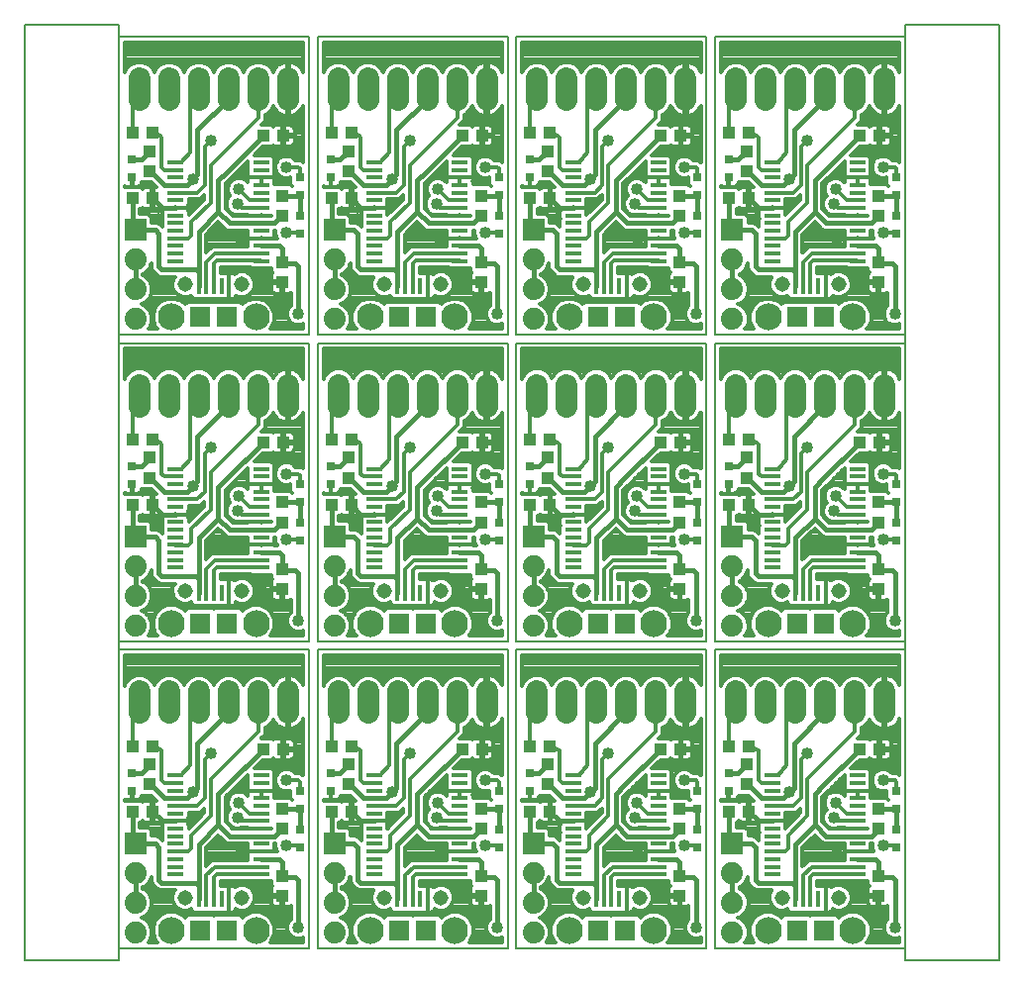
<source format=gtl>
G75*
%MOIN*%
%OFA0B0*%
%FSLAX24Y24*%
%IPPOS*%
%LPD*%
%AMOC8*
5,1,8,0,0,1.08239X$1,22.5*
%
%ADD10C,0.0050*%
%ADD11C,0.0740*%
%ADD12R,0.0740X0.0740*%
%ADD13C,0.0740*%
%ADD14R,0.0433X0.0394*%
%ADD15R,0.0394X0.0433*%
%ADD16R,0.0315X0.0315*%
%ADD17R,0.0157X0.0551*%
%ADD18R,0.0709X0.0709*%
%ADD19C,0.0516*%
%ADD20C,0.0906*%
%ADD21R,0.0550X0.0137*%
%ADD22C,0.0140*%
%ADD23C,0.0160*%
%ADD24C,0.0400*%
%ADD25C,0.0120*%
D10*
X000125Y000234D02*
X003275Y000234D01*
X003275Y031730D01*
X000125Y031730D01*
X000125Y000234D01*
X003275Y000628D02*
X009675Y000628D01*
X009675Y010678D01*
X003275Y010678D01*
X003275Y000628D01*
X009968Y000628D02*
X016368Y000628D01*
X016368Y010678D01*
X009968Y010678D01*
X009968Y000628D01*
X016660Y000628D02*
X023060Y000628D01*
X023060Y010678D01*
X016660Y010678D01*
X016660Y000628D01*
X023353Y000628D02*
X029753Y000628D01*
X029753Y010678D01*
X023353Y010678D01*
X023353Y000628D01*
X029753Y000234D02*
X029753Y031730D01*
X032903Y031730D01*
X032903Y000234D01*
X029753Y000234D01*
X029753Y010953D02*
X023353Y010953D01*
X023353Y021003D01*
X029753Y021003D01*
X029753Y010953D01*
X023060Y010953D02*
X023060Y021003D01*
X016660Y021003D01*
X016660Y010953D01*
X023060Y010953D01*
X016368Y010953D02*
X016368Y021003D01*
X009968Y021003D01*
X009968Y010953D01*
X016368Y010953D01*
X009675Y010953D02*
X009675Y021003D01*
X003275Y021003D01*
X003275Y010953D01*
X009675Y010953D01*
X009675Y021279D02*
X003275Y021279D01*
X003275Y031329D01*
X009675Y031329D01*
X009675Y021279D01*
X009968Y021279D02*
X016368Y021279D01*
X016368Y031329D01*
X009968Y031329D01*
X009968Y021279D01*
X016660Y021279D02*
X023060Y021279D01*
X023060Y031329D01*
X016660Y031329D01*
X016660Y021279D01*
X023353Y021279D02*
X029753Y021279D01*
X029753Y031329D01*
X023353Y031329D01*
X023353Y021279D01*
D11*
X024055Y019603D02*
X024055Y018863D01*
X025055Y018863D02*
X025055Y019603D01*
X026055Y019603D02*
X026055Y018863D01*
X027055Y018863D02*
X027055Y019603D01*
X028055Y019603D02*
X028055Y018863D01*
X029055Y018863D02*
X029055Y019603D01*
X022362Y019603D02*
X022362Y018863D01*
X021362Y018863D02*
X021362Y019603D01*
X020362Y019603D02*
X020362Y018863D01*
X019362Y018863D02*
X019362Y019603D01*
X018362Y019603D02*
X018362Y018863D01*
X017362Y018863D02*
X017362Y019603D01*
X015669Y019603D02*
X015669Y018863D01*
X014669Y018863D02*
X014669Y019603D01*
X013669Y019603D02*
X013669Y018863D01*
X012669Y018863D02*
X012669Y019603D01*
X011669Y019603D02*
X011669Y018863D01*
X010669Y018863D02*
X010669Y019603D01*
X008977Y019603D02*
X008977Y018863D01*
X007977Y018863D02*
X007977Y019603D01*
X006977Y019603D02*
X006977Y018863D01*
X005977Y018863D02*
X005977Y019603D01*
X004977Y019603D02*
X004977Y018863D01*
X003977Y018863D02*
X003977Y019603D01*
X003977Y029189D02*
X003977Y029929D01*
X004977Y029929D02*
X004977Y029189D01*
X005977Y029189D02*
X005977Y029929D01*
X006977Y029929D02*
X006977Y029189D01*
X007977Y029189D02*
X007977Y029929D01*
X008977Y029929D02*
X008977Y029189D01*
X010669Y029189D02*
X010669Y029929D01*
X011669Y029929D02*
X011669Y029189D01*
X012669Y029189D02*
X012669Y029929D01*
X013669Y029929D02*
X013669Y029189D01*
X014669Y029189D02*
X014669Y029929D01*
X015669Y029929D02*
X015669Y029189D01*
X017362Y029189D02*
X017362Y029929D01*
X018362Y029929D02*
X018362Y029189D01*
X019362Y029189D02*
X019362Y029929D01*
X020362Y029929D02*
X020362Y029189D01*
X021362Y029189D02*
X021362Y029929D01*
X022362Y029929D02*
X022362Y029189D01*
X024055Y029189D02*
X024055Y029929D01*
X025055Y029929D02*
X025055Y029189D01*
X026055Y029189D02*
X026055Y029929D01*
X027055Y029929D02*
X027055Y029189D01*
X028055Y029189D02*
X028055Y029929D01*
X029055Y029929D02*
X029055Y029189D01*
X029055Y009278D02*
X029055Y008538D01*
X028055Y008538D02*
X028055Y009278D01*
X027055Y009278D02*
X027055Y008538D01*
X026055Y008538D02*
X026055Y009278D01*
X025055Y009278D02*
X025055Y008538D01*
X024055Y008538D02*
X024055Y009278D01*
X022362Y009278D02*
X022362Y008538D01*
X021362Y008538D02*
X021362Y009278D01*
X020362Y009278D02*
X020362Y008538D01*
X019362Y008538D02*
X019362Y009278D01*
X018362Y009278D02*
X018362Y008538D01*
X017362Y008538D02*
X017362Y009278D01*
X015669Y009278D02*
X015669Y008538D01*
X014669Y008538D02*
X014669Y009278D01*
X013669Y009278D02*
X013669Y008538D01*
X012669Y008538D02*
X012669Y009278D01*
X011669Y009278D02*
X011669Y008538D01*
X010669Y008538D02*
X010669Y009278D01*
X008977Y009278D02*
X008977Y008538D01*
X007977Y008538D02*
X007977Y009278D01*
X006977Y009278D02*
X006977Y008538D01*
X005977Y008538D02*
X005977Y009278D01*
X004977Y009278D02*
X004977Y008538D01*
X003977Y008538D02*
X003977Y009278D01*
D12*
X003845Y004154D03*
X010538Y004154D03*
X017231Y004154D03*
X023924Y004154D03*
X023924Y014479D03*
X017231Y014479D03*
X010538Y014479D03*
X003845Y014479D03*
X003845Y024805D03*
X010538Y024805D03*
X017231Y024805D03*
X023924Y024805D03*
D13*
X023924Y023805D03*
X023924Y022805D03*
X023924Y021805D03*
X017231Y021805D03*
X017231Y022805D03*
X017231Y023805D03*
X010538Y023805D03*
X010538Y022805D03*
X010538Y021805D03*
X003845Y021805D03*
X003845Y022805D03*
X003845Y023805D03*
X003845Y013479D03*
X003845Y012479D03*
X003845Y011479D03*
X010538Y011479D03*
X010538Y012479D03*
X010538Y013479D03*
X017231Y013479D03*
X017231Y012479D03*
X017231Y011479D03*
X023924Y011479D03*
X023924Y012479D03*
X023924Y013479D03*
X023924Y003154D03*
X023924Y002154D03*
X023924Y001154D03*
X017231Y001154D03*
X017231Y002154D03*
X017231Y003154D03*
X010538Y003154D03*
X010538Y002154D03*
X010538Y001154D03*
X003845Y001154D03*
X003845Y002154D03*
X003845Y003154D03*
D14*
X003740Y005228D03*
X004409Y005228D03*
X004409Y007428D03*
X003740Y007428D03*
X008140Y007328D03*
X008809Y007328D03*
X010433Y007428D03*
X011102Y007428D03*
X011102Y005228D03*
X010433Y005228D03*
X014833Y007328D03*
X015502Y007328D03*
X017126Y007428D03*
X017795Y007428D03*
X017795Y005228D03*
X017126Y005228D03*
X021526Y007328D03*
X022195Y007328D03*
X023819Y007428D03*
X024488Y007428D03*
X024488Y005228D03*
X023819Y005228D03*
X028219Y007328D03*
X028888Y007328D03*
X024488Y015553D03*
X023819Y015553D03*
X023819Y017753D03*
X024488Y017753D03*
X022195Y017653D03*
X021526Y017653D03*
X017795Y017753D03*
X017126Y017753D03*
X015502Y017653D03*
X014833Y017653D03*
X017126Y015553D03*
X017795Y015553D03*
X011102Y015553D03*
X010433Y015553D03*
X010433Y017753D03*
X011102Y017753D03*
X008809Y017653D03*
X008140Y017653D03*
X004409Y017753D03*
X003740Y017753D03*
X003740Y015553D03*
X004409Y015553D03*
X004409Y025879D03*
X003740Y025879D03*
X003740Y028079D03*
X004409Y028079D03*
X008140Y027979D03*
X008809Y027979D03*
X010433Y028079D03*
X011102Y028079D03*
X011102Y025879D03*
X010433Y025879D03*
X014833Y027979D03*
X015502Y027979D03*
X017126Y028079D03*
X017795Y028079D03*
X017795Y025879D03*
X017126Y025879D03*
X021526Y027979D03*
X022195Y027979D03*
X023819Y028079D03*
X024488Y028079D03*
X024488Y025879D03*
X023819Y025879D03*
X028219Y027979D03*
X028888Y027979D03*
X028888Y017653D03*
X028219Y017653D03*
D15*
X028853Y015638D03*
X028853Y014968D03*
X028853Y013388D03*
X028853Y012718D03*
X024403Y016468D03*
X024403Y017138D03*
X022160Y015638D03*
X022160Y014968D03*
X022160Y013388D03*
X022160Y012718D03*
X017710Y016468D03*
X017710Y017138D03*
X015468Y015638D03*
X015468Y014968D03*
X015468Y013388D03*
X015468Y012718D03*
X011018Y016468D03*
X011018Y017138D03*
X008775Y015638D03*
X008775Y014968D03*
X008775Y013388D03*
X008775Y012718D03*
X004325Y016468D03*
X004325Y017138D03*
X008775Y023044D03*
X008775Y023713D03*
X008775Y025294D03*
X008775Y025963D03*
X011018Y026794D03*
X011018Y027463D03*
X015468Y025963D03*
X015468Y025294D03*
X015468Y023713D03*
X015468Y023044D03*
X017710Y026794D03*
X017710Y027463D03*
X022160Y025963D03*
X022160Y025294D03*
X022160Y023713D03*
X022160Y023044D03*
X024403Y026794D03*
X024403Y027463D03*
X028853Y025963D03*
X028853Y025294D03*
X028853Y023713D03*
X028853Y023044D03*
X024403Y006812D03*
X024403Y006143D03*
X022160Y005312D03*
X022160Y004643D03*
X022160Y003062D03*
X022160Y002393D03*
X017710Y006143D03*
X017710Y006812D03*
X015468Y005312D03*
X015468Y004643D03*
X015468Y003062D03*
X015468Y002393D03*
X011018Y006143D03*
X011018Y006812D03*
X008775Y005312D03*
X008775Y004643D03*
X008775Y003062D03*
X008775Y002393D03*
X004325Y006143D03*
X004325Y006812D03*
X004325Y026794D03*
X004325Y027463D03*
X028853Y005312D03*
X028853Y004643D03*
X028853Y003062D03*
X028853Y002393D03*
D16*
X029453Y004032D03*
X029453Y004623D03*
X029453Y005332D03*
X029453Y005923D03*
X023803Y005932D03*
X023803Y006523D03*
X022760Y005923D03*
X022760Y005332D03*
X022760Y004623D03*
X022760Y004032D03*
X017110Y005932D03*
X017110Y006523D03*
X016068Y005923D03*
X016068Y005332D03*
X016068Y004623D03*
X016068Y004032D03*
X010418Y005932D03*
X010418Y006523D03*
X009375Y005923D03*
X009375Y005332D03*
X009375Y004623D03*
X009375Y004032D03*
X003725Y005932D03*
X003725Y006523D03*
X009375Y014358D03*
X009375Y014948D03*
X009375Y015658D03*
X009375Y016248D03*
X010418Y016258D03*
X010418Y016848D03*
X016068Y016248D03*
X016068Y015658D03*
X016068Y014948D03*
X016068Y014358D03*
X017110Y016258D03*
X017110Y016848D03*
X022760Y016248D03*
X022760Y015658D03*
X022760Y014948D03*
X022760Y014358D03*
X023803Y016258D03*
X023803Y016848D03*
X029453Y016248D03*
X029453Y015658D03*
X029453Y014948D03*
X029453Y014358D03*
X029453Y024683D03*
X029453Y025274D03*
X029453Y025983D03*
X029453Y026574D03*
X023803Y026583D03*
X023803Y027174D03*
X022760Y026574D03*
X022760Y025983D03*
X022760Y025274D03*
X022760Y024683D03*
X017110Y026583D03*
X017110Y027174D03*
X016068Y026574D03*
X016068Y025983D03*
X016068Y025274D03*
X016068Y024683D03*
X010418Y026583D03*
X010418Y027174D03*
X009375Y026574D03*
X009375Y025983D03*
X009375Y025274D03*
X009375Y024683D03*
X003725Y026583D03*
X003725Y027174D03*
X003725Y016848D03*
X003725Y016258D03*
D17*
X005963Y012596D03*
X006219Y012596D03*
X006475Y012596D03*
X006731Y012596D03*
X006986Y012596D03*
X012656Y012596D03*
X012912Y012596D03*
X013168Y012596D03*
X013423Y012596D03*
X013679Y012596D03*
X019349Y012596D03*
X019605Y012596D03*
X019860Y012596D03*
X020116Y012596D03*
X020372Y012596D03*
X026042Y012596D03*
X026297Y012596D03*
X026553Y012596D03*
X026809Y012596D03*
X027065Y012596D03*
X027065Y002271D03*
X026809Y002271D03*
X026553Y002271D03*
X026297Y002271D03*
X026042Y002271D03*
X020372Y002271D03*
X020116Y002271D03*
X019860Y002271D03*
X019605Y002271D03*
X019349Y002271D03*
X013679Y002271D03*
X013423Y002271D03*
X013168Y002271D03*
X012912Y002271D03*
X012656Y002271D03*
X006986Y002271D03*
X006731Y002271D03*
X006475Y002271D03*
X006219Y002271D03*
X005963Y002271D03*
X005963Y022922D03*
X006219Y022922D03*
X006475Y022922D03*
X006731Y022922D03*
X006986Y022922D03*
X012656Y022922D03*
X012912Y022922D03*
X013168Y022922D03*
X013423Y022922D03*
X013679Y022922D03*
X019349Y022922D03*
X019605Y022922D03*
X019860Y022922D03*
X020116Y022922D03*
X020372Y022922D03*
X026042Y022922D03*
X026297Y022922D03*
X026553Y022922D03*
X026809Y022922D03*
X027065Y022922D03*
D18*
X027006Y021879D03*
X026101Y021879D03*
X020313Y021879D03*
X019408Y021879D03*
X013620Y021879D03*
X012715Y021879D03*
X006927Y021879D03*
X006022Y021879D03*
X006022Y011553D03*
X006927Y011553D03*
X012715Y011553D03*
X013620Y011553D03*
X019408Y011553D03*
X020313Y011553D03*
X026101Y011553D03*
X027006Y011553D03*
X027006Y001228D03*
X026101Y001228D03*
X020313Y001228D03*
X019408Y001228D03*
X013620Y001228D03*
X012715Y001228D03*
X006927Y001228D03*
X006022Y001228D03*
D19*
X005520Y002330D03*
X007429Y002330D03*
X012213Y002330D03*
X014122Y002330D03*
X018906Y002330D03*
X020815Y002330D03*
X025599Y002330D03*
X027508Y002330D03*
X027508Y012656D03*
X025599Y012656D03*
X020815Y012656D03*
X018906Y012656D03*
X014122Y012656D03*
X012213Y012656D03*
X007429Y012656D03*
X005520Y012656D03*
X005520Y022981D03*
X007429Y022981D03*
X012213Y022981D03*
X014122Y022981D03*
X018906Y022981D03*
X020815Y022981D03*
X025599Y022981D03*
X027508Y022981D03*
D20*
X027975Y021879D03*
X025132Y021879D03*
X021282Y021879D03*
X018439Y021879D03*
X014589Y021879D03*
X011746Y021879D03*
X007896Y021879D03*
X005053Y021879D03*
X005053Y011553D03*
X007896Y011553D03*
X011746Y011553D03*
X014589Y011553D03*
X018439Y011553D03*
X021282Y011553D03*
X025132Y011553D03*
X027975Y011553D03*
X027975Y001228D03*
X025132Y001228D03*
X021282Y001228D03*
X018439Y001228D03*
X014589Y001228D03*
X011746Y001228D03*
X007896Y001228D03*
X005053Y001228D03*
D21*
X005185Y003114D03*
X005185Y003370D03*
X005185Y003626D03*
X005185Y003882D03*
X005185Y004138D03*
X005185Y004394D03*
X005185Y004650D03*
X005185Y004906D03*
X005185Y005161D03*
X005185Y005417D03*
X005185Y005673D03*
X005185Y005929D03*
X005185Y006185D03*
X005185Y006441D03*
X008064Y006441D03*
X008064Y006185D03*
X008064Y005929D03*
X008064Y005673D03*
X008064Y005417D03*
X008064Y005161D03*
X008064Y004906D03*
X008064Y004650D03*
X008064Y004394D03*
X008064Y004138D03*
X008064Y003882D03*
X008064Y003626D03*
X008064Y003370D03*
X008064Y003114D03*
X011878Y003114D03*
X011878Y003370D03*
X011878Y003626D03*
X011878Y003882D03*
X011878Y004138D03*
X011878Y004394D03*
X011878Y004650D03*
X011878Y004906D03*
X011878Y005161D03*
X011878Y005417D03*
X011878Y005673D03*
X011878Y005929D03*
X011878Y006185D03*
X011878Y006441D03*
X014757Y006441D03*
X014757Y006185D03*
X014757Y005929D03*
X014757Y005673D03*
X014757Y005417D03*
X014757Y005161D03*
X014757Y004906D03*
X014757Y004650D03*
X014757Y004394D03*
X014757Y004138D03*
X014757Y003882D03*
X014757Y003626D03*
X014757Y003370D03*
X014757Y003114D03*
X018571Y003114D03*
X018571Y003370D03*
X018571Y003626D03*
X018571Y003882D03*
X018571Y004138D03*
X018571Y004394D03*
X018571Y004650D03*
X018571Y004906D03*
X018571Y005161D03*
X018571Y005417D03*
X018571Y005673D03*
X018571Y005929D03*
X018571Y006185D03*
X018571Y006441D03*
X021450Y006441D03*
X021450Y006185D03*
X021450Y005929D03*
X021450Y005673D03*
X021450Y005417D03*
X021450Y005161D03*
X021450Y004906D03*
X021450Y004650D03*
X021450Y004394D03*
X021450Y004138D03*
X021450Y003882D03*
X021450Y003626D03*
X021450Y003370D03*
X021450Y003114D03*
X025264Y003114D03*
X025264Y003370D03*
X025264Y003626D03*
X025264Y003882D03*
X025264Y004138D03*
X025264Y004394D03*
X025264Y004650D03*
X025264Y004906D03*
X025264Y005161D03*
X025264Y005417D03*
X025264Y005673D03*
X025264Y005929D03*
X025264Y006185D03*
X025264Y006441D03*
X028143Y006441D03*
X028143Y006185D03*
X028143Y005929D03*
X028143Y005673D03*
X028143Y005417D03*
X028143Y005161D03*
X028143Y004906D03*
X028143Y004650D03*
X028143Y004394D03*
X028143Y004138D03*
X028143Y003882D03*
X028143Y003626D03*
X028143Y003370D03*
X028143Y003114D03*
X028143Y013440D03*
X028143Y013696D03*
X028143Y013952D03*
X028143Y014207D03*
X028143Y014463D03*
X028143Y014719D03*
X028143Y014975D03*
X028143Y015231D03*
X028143Y015487D03*
X028143Y015743D03*
X028143Y015999D03*
X028143Y016255D03*
X028143Y016511D03*
X028143Y016767D03*
X025264Y016767D03*
X025264Y016511D03*
X025264Y016255D03*
X025264Y015999D03*
X025264Y015743D03*
X025264Y015487D03*
X025264Y015231D03*
X025264Y014975D03*
X025264Y014719D03*
X025264Y014463D03*
X025264Y014207D03*
X025264Y013952D03*
X025264Y013696D03*
X025264Y013440D03*
X021450Y013440D03*
X021450Y013696D03*
X021450Y013952D03*
X021450Y014207D03*
X021450Y014463D03*
X021450Y014719D03*
X021450Y014975D03*
X021450Y015231D03*
X021450Y015487D03*
X021450Y015743D03*
X021450Y015999D03*
X021450Y016255D03*
X021450Y016511D03*
X021450Y016767D03*
X018571Y016767D03*
X018571Y016511D03*
X018571Y016255D03*
X018571Y015999D03*
X018571Y015743D03*
X018571Y015487D03*
X018571Y015231D03*
X018571Y014975D03*
X018571Y014719D03*
X018571Y014463D03*
X018571Y014207D03*
X018571Y013952D03*
X018571Y013696D03*
X018571Y013440D03*
X014757Y013440D03*
X014757Y013696D03*
X014757Y013952D03*
X014757Y014207D03*
X014757Y014463D03*
X014757Y014719D03*
X014757Y014975D03*
X014757Y015231D03*
X014757Y015487D03*
X014757Y015743D03*
X014757Y015999D03*
X014757Y016255D03*
X014757Y016511D03*
X014757Y016767D03*
X011878Y016767D03*
X011878Y016511D03*
X011878Y016255D03*
X011878Y015999D03*
X011878Y015743D03*
X011878Y015487D03*
X011878Y015231D03*
X011878Y014975D03*
X011878Y014719D03*
X011878Y014463D03*
X011878Y014207D03*
X011878Y013952D03*
X011878Y013696D03*
X011878Y013440D03*
X008064Y013440D03*
X008064Y013696D03*
X008064Y013952D03*
X008064Y014207D03*
X008064Y014463D03*
X008064Y014719D03*
X008064Y014975D03*
X008064Y015231D03*
X008064Y015487D03*
X008064Y015743D03*
X008064Y015999D03*
X008064Y016255D03*
X008064Y016511D03*
X008064Y016767D03*
X005185Y016767D03*
X005185Y016511D03*
X005185Y016255D03*
X005185Y015999D03*
X005185Y015743D03*
X005185Y015487D03*
X005185Y015231D03*
X005185Y014975D03*
X005185Y014719D03*
X005185Y014463D03*
X005185Y014207D03*
X005185Y013952D03*
X005185Y013696D03*
X005185Y013440D03*
X005185Y023765D03*
X005185Y024021D03*
X005185Y024277D03*
X005185Y024533D03*
X005185Y024789D03*
X005185Y025045D03*
X005185Y025301D03*
X005185Y025557D03*
X005185Y025813D03*
X005185Y026068D03*
X005185Y026324D03*
X005185Y026580D03*
X005185Y026836D03*
X005185Y027092D03*
X008064Y027092D03*
X008064Y026836D03*
X008064Y026580D03*
X008064Y026324D03*
X008064Y026068D03*
X008064Y025813D03*
X008064Y025557D03*
X008064Y025301D03*
X008064Y025045D03*
X008064Y024789D03*
X008064Y024533D03*
X008064Y024277D03*
X008064Y024021D03*
X008064Y023765D03*
X011878Y023765D03*
X011878Y024021D03*
X011878Y024277D03*
X011878Y024533D03*
X011878Y024789D03*
X011878Y025045D03*
X011878Y025301D03*
X011878Y025557D03*
X011878Y025813D03*
X011878Y026068D03*
X011878Y026324D03*
X011878Y026580D03*
X011878Y026836D03*
X011878Y027092D03*
X014757Y027092D03*
X014757Y026836D03*
X014757Y026580D03*
X014757Y026324D03*
X014757Y026068D03*
X014757Y025813D03*
X014757Y025557D03*
X014757Y025301D03*
X014757Y025045D03*
X014757Y024789D03*
X014757Y024533D03*
X014757Y024277D03*
X014757Y024021D03*
X014757Y023765D03*
X018571Y023765D03*
X018571Y024021D03*
X018571Y024277D03*
X018571Y024533D03*
X018571Y024789D03*
X018571Y025045D03*
X018571Y025301D03*
X018571Y025557D03*
X018571Y025813D03*
X018571Y026068D03*
X018571Y026324D03*
X018571Y026580D03*
X018571Y026836D03*
X018571Y027092D03*
X021450Y027092D03*
X021450Y026836D03*
X021450Y026580D03*
X021450Y026324D03*
X021450Y026068D03*
X021450Y025813D03*
X021450Y025557D03*
X021450Y025301D03*
X021450Y025045D03*
X021450Y024789D03*
X021450Y024533D03*
X021450Y024277D03*
X021450Y024021D03*
X021450Y023765D03*
X025264Y023765D03*
X025264Y024021D03*
X025264Y024277D03*
X025264Y024533D03*
X025264Y024789D03*
X025264Y025045D03*
X025264Y025301D03*
X025264Y025557D03*
X025264Y025813D03*
X025264Y026068D03*
X025264Y026324D03*
X025264Y026580D03*
X025264Y026836D03*
X025264Y027092D03*
X028143Y027092D03*
X028143Y026836D03*
X028143Y026580D03*
X028143Y026324D03*
X028143Y026068D03*
X028143Y025813D03*
X028143Y025557D03*
X028143Y025301D03*
X028143Y025045D03*
X028143Y024789D03*
X028143Y024533D03*
X028143Y024277D03*
X028143Y024021D03*
X028143Y023765D03*
D22*
X028486Y023527D02*
X027797Y023527D01*
X027775Y023549D01*
X026783Y023549D01*
X026783Y023368D01*
X026958Y023368D01*
X026960Y023366D01*
X026964Y023368D01*
X027065Y023368D01*
X027065Y022922D01*
X027065Y022922D01*
X027065Y022476D01*
X026964Y022476D01*
X026960Y022478D01*
X026958Y022476D01*
X025892Y022476D01*
X025793Y022576D01*
X025793Y022598D01*
X025684Y022553D01*
X025514Y022553D01*
X025356Y022618D01*
X025236Y022739D01*
X025171Y022896D01*
X025171Y023066D01*
X025236Y023223D01*
X025241Y023229D01*
X024754Y023229D01*
X024662Y023267D01*
X024591Y023337D01*
X024491Y023437D01*
X024453Y023529D01*
X024453Y023671D01*
X024382Y023499D01*
X024230Y023347D01*
X024174Y023324D01*
X024174Y023286D01*
X024230Y023263D01*
X024382Y023111D01*
X024464Y022912D01*
X024464Y022697D01*
X024382Y022499D01*
X024230Y022347D01*
X024128Y022305D01*
X024230Y022263D01*
X024382Y022111D01*
X024464Y021912D01*
X024464Y021697D01*
X024382Y021499D01*
X024357Y021474D01*
X024656Y021474D01*
X024604Y021526D01*
X024509Y021755D01*
X024509Y022003D01*
X024604Y022231D01*
X024779Y022407D01*
X025008Y022501D01*
X025256Y022501D01*
X025485Y022407D01*
X025582Y022309D01*
X025676Y022403D01*
X026525Y022403D01*
X026553Y022375D01*
X026581Y022403D01*
X027431Y022403D01*
X027525Y022309D01*
X027622Y022407D01*
X027851Y022501D01*
X028098Y022501D01*
X028327Y022407D01*
X028503Y022231D01*
X028597Y022003D01*
X028597Y021755D01*
X028503Y021526D01*
X028450Y021474D01*
X029558Y021474D01*
X029558Y021642D01*
X029477Y021609D01*
X029330Y021609D01*
X029194Y021665D01*
X029090Y021769D01*
X029033Y021905D01*
X029033Y022052D01*
X029090Y022188D01*
X029153Y022252D01*
X029153Y022691D01*
X029116Y022669D01*
X029073Y022658D01*
X028882Y022658D01*
X028882Y023016D01*
X028825Y023016D01*
X028486Y023016D01*
X028486Y022805D01*
X028498Y022762D01*
X028520Y022723D01*
X028552Y022692D01*
X028591Y022669D01*
X028634Y022658D01*
X028825Y022658D01*
X028825Y023016D01*
X028825Y023073D01*
X028486Y023073D01*
X028486Y023283D01*
X028498Y023326D01*
X028520Y023365D01*
X028534Y023379D01*
X028486Y023426D01*
X028486Y023527D01*
X028486Y023502D02*
X026783Y023502D01*
X027065Y023368D02*
X027065Y022922D01*
X027065Y022922D01*
X027065Y022476D01*
X027166Y022476D01*
X027210Y022488D01*
X027248Y022510D01*
X027280Y022542D01*
X027302Y022581D01*
X027308Y022601D01*
X027423Y022553D01*
X027593Y022553D01*
X027750Y022618D01*
X027871Y022739D01*
X027936Y022896D01*
X027936Y023066D01*
X027871Y023223D01*
X027750Y023344D01*
X027593Y023409D01*
X027423Y023409D01*
X027266Y023344D01*
X027252Y023330D01*
X027248Y023334D01*
X027210Y023356D01*
X027166Y023368D01*
X027065Y023368D01*
X027065Y023363D02*
X027065Y023363D01*
X027182Y023363D02*
X027313Y023363D01*
X027065Y023225D02*
X027065Y023225D01*
X027065Y023086D02*
X027065Y023086D01*
X027065Y022948D02*
X027065Y022948D01*
X027065Y022809D02*
X027065Y022809D01*
X027065Y022671D02*
X027065Y022671D01*
X027065Y022532D02*
X027065Y022532D01*
X027270Y022532D02*
X029153Y022532D01*
X029153Y022394D02*
X028340Y022394D01*
X028479Y022255D02*
X029153Y022255D01*
X029060Y022117D02*
X028550Y022117D01*
X028597Y021978D02*
X029033Y021978D01*
X029060Y021840D02*
X028597Y021840D01*
X028575Y021701D02*
X029157Y021701D01*
X029558Y021563D02*
X028518Y021563D01*
X027609Y022394D02*
X027440Y022394D01*
X027803Y022671D02*
X028588Y022671D01*
X028486Y022809D02*
X027900Y022809D01*
X027936Y022948D02*
X028486Y022948D01*
X028486Y023086D02*
X027927Y023086D01*
X027869Y023225D02*
X028486Y023225D01*
X028520Y023363D02*
X027703Y023363D01*
X027698Y024251D02*
X026501Y024251D01*
X026366Y024117D01*
X026292Y024042D01*
X026292Y024663D01*
X026703Y025075D01*
X026946Y024833D01*
X027037Y024795D01*
X027137Y024795D01*
X027698Y024795D01*
X027698Y024650D01*
X027703Y024645D01*
X027698Y024624D01*
X027698Y024533D01*
X027698Y024442D01*
X027703Y024422D01*
X027698Y024416D01*
X027698Y024251D01*
X027698Y024333D02*
X026292Y024333D01*
X026292Y024471D02*
X027698Y024471D01*
X027698Y024533D02*
X028143Y024533D01*
X028143Y024533D01*
X028588Y024533D01*
X028588Y024527D01*
X028686Y024527D01*
X028633Y024655D01*
X028633Y024795D01*
X028588Y024795D01*
X028588Y024650D01*
X028582Y024645D01*
X028588Y024624D01*
X028588Y024533D01*
X028143Y024533D01*
X028143Y024527D01*
X028143Y024527D01*
X028143Y024533D01*
X028143Y024533D01*
X028143Y024533D01*
X028143Y024550D01*
X028143Y024550D01*
X028143Y024533D01*
X028143Y024533D01*
X027698Y024533D01*
X027698Y024610D02*
X026292Y024610D01*
X026377Y024748D02*
X027698Y024748D01*
X027698Y025295D02*
X027191Y025295D01*
X026953Y025532D01*
X026953Y026375D01*
X027164Y026586D01*
X027698Y027113D01*
X027698Y026697D01*
X027703Y026692D01*
X027698Y026671D01*
X027698Y026580D01*
X027698Y026489D01*
X027708Y026452D01*
X027698Y026415D01*
X027698Y026408D01*
X027613Y026492D01*
X027477Y026549D01*
X027330Y026549D01*
X027194Y026492D01*
X027090Y026388D01*
X027033Y026252D01*
X027033Y026105D01*
X027090Y025969D01*
X027105Y025954D01*
X027040Y025888D01*
X026983Y025752D01*
X026983Y025605D01*
X027040Y025469D01*
X027144Y025365D01*
X027280Y025309D01*
X027427Y025309D01*
X027470Y025327D01*
X027698Y025327D01*
X027698Y025301D01*
X028143Y025301D01*
X028486Y025301D01*
X028486Y025301D01*
X028143Y025301D01*
X028143Y025301D01*
X028143Y025301D01*
X028143Y025318D01*
X028143Y025318D01*
X028143Y025301D01*
X028143Y025295D01*
X028143Y025295D01*
X028143Y025301D01*
X028143Y025301D01*
X028143Y025301D01*
X027698Y025301D01*
X027698Y025295D01*
X027698Y025302D02*
X027183Y025302D01*
X027068Y025441D02*
X027045Y025441D01*
X026994Y025579D02*
X026953Y025579D01*
X026953Y025718D02*
X026983Y025718D01*
X026953Y025856D02*
X027026Y025856D01*
X027079Y025995D02*
X026953Y025995D01*
X026953Y026133D02*
X027033Y026133D01*
X027041Y026272D02*
X026953Y026272D01*
X026989Y026410D02*
X027112Y026410D01*
X027127Y026549D02*
X027698Y026549D01*
X027698Y026580D02*
X028143Y026580D01*
X028143Y026580D01*
X028588Y026580D01*
X028588Y026489D01*
X028578Y026452D01*
X028588Y026415D01*
X028588Y026350D01*
X029121Y026350D01*
X029193Y026278D01*
X029193Y026279D01*
X029126Y026346D01*
X029126Y026579D01*
X029077Y026559D01*
X028930Y026559D01*
X028794Y026615D01*
X028690Y026719D01*
X028633Y026855D01*
X028633Y027002D01*
X028690Y027138D01*
X028794Y027242D01*
X028930Y027299D01*
X029077Y027299D01*
X029213Y027242D01*
X029297Y027159D01*
X029499Y027159D01*
X029558Y027099D01*
X029558Y028990D01*
X029556Y028982D01*
X029517Y028906D01*
X029467Y028837D01*
X029407Y028777D01*
X029338Y028727D01*
X029263Y028689D01*
X029182Y028662D01*
X029098Y028649D01*
X029095Y028649D01*
X029095Y029519D01*
X029015Y029519D01*
X029015Y028649D01*
X029013Y028649D01*
X028929Y028662D01*
X028848Y028689D01*
X028772Y028727D01*
X028704Y028777D01*
X028643Y028837D01*
X028593Y028906D01*
X028555Y028982D01*
X028554Y028983D01*
X028513Y028883D01*
X028361Y028731D01*
X028285Y028700D01*
X028285Y028485D01*
X028145Y028346D01*
X028506Y028346D01*
X028553Y028298D01*
X028567Y028312D01*
X028606Y028334D01*
X028649Y028346D01*
X028860Y028346D01*
X028860Y028007D01*
X028916Y028007D01*
X028916Y028346D01*
X029127Y028346D01*
X029170Y028334D01*
X029209Y028312D01*
X029241Y028280D01*
X029263Y028241D01*
X029275Y028198D01*
X029275Y028007D01*
X028916Y028007D01*
X028916Y027950D01*
X028916Y027612D01*
X029127Y027612D01*
X029170Y027623D01*
X029209Y027646D01*
X029241Y027677D01*
X029263Y027716D01*
X029275Y027759D01*
X029275Y027950D01*
X028916Y027950D01*
X028860Y027950D01*
X028860Y027612D01*
X028649Y027612D01*
X028606Y027623D01*
X028567Y027646D01*
X028553Y027660D01*
X028506Y027612D01*
X028203Y027612D01*
X027918Y027331D01*
X028488Y027331D01*
X028588Y027231D01*
X028588Y026697D01*
X028582Y026692D01*
X028588Y026671D01*
X028588Y026580D01*
X028143Y026580D01*
X028143Y026324D01*
X028143Y026324D01*
X028143Y026563D01*
X028143Y026580D01*
X028143Y026580D01*
X028143Y026580D01*
X027698Y026580D01*
X027702Y026687D02*
X027267Y026687D01*
X027407Y026826D02*
X027698Y026826D01*
X027698Y026964D02*
X027547Y026964D01*
X027688Y027103D02*
X027698Y027103D01*
X027968Y027380D02*
X029558Y027380D01*
X029558Y027518D02*
X028108Y027518D01*
X028551Y027657D02*
X028556Y027657D01*
X028860Y027657D02*
X028916Y027657D01*
X028916Y027795D02*
X028860Y027795D01*
X028860Y027934D02*
X028916Y027934D01*
X028916Y028072D02*
X028860Y028072D01*
X028860Y028211D02*
X028916Y028211D01*
X029271Y028211D02*
X029558Y028211D01*
X029558Y028349D02*
X028149Y028349D01*
X028285Y028488D02*
X029558Y028488D01*
X029558Y028626D02*
X028285Y028626D01*
X028395Y028765D02*
X028720Y028765D01*
X028595Y028903D02*
X028521Y028903D01*
X029015Y028903D02*
X029095Y028903D01*
X029095Y028765D02*
X029015Y028765D01*
X029015Y029042D02*
X029095Y029042D01*
X029095Y029180D02*
X029015Y029180D01*
X029015Y029319D02*
X029095Y029319D01*
X029095Y029457D02*
X029015Y029457D01*
X029015Y029599D02*
X029015Y030469D01*
X029013Y030469D01*
X028929Y030456D01*
X028848Y030429D01*
X028772Y030391D01*
X028704Y030341D01*
X028643Y030281D01*
X028593Y030212D01*
X028555Y030136D01*
X028554Y030135D01*
X028513Y030235D01*
X028361Y030387D01*
X028163Y030469D01*
X027948Y030469D01*
X027749Y030387D01*
X027598Y030235D01*
X027555Y030133D01*
X027513Y030235D01*
X027361Y030387D01*
X027163Y030469D01*
X026948Y030469D01*
X026749Y030387D01*
X026598Y030235D01*
X026555Y030133D01*
X026513Y030235D01*
X026361Y030387D01*
X026163Y030469D01*
X025948Y030469D01*
X025749Y030387D01*
X025598Y030235D01*
X025555Y030133D01*
X025513Y030235D01*
X025361Y030387D01*
X025163Y030469D01*
X024948Y030469D01*
X024749Y030387D01*
X024598Y030235D01*
X024555Y030133D01*
X024513Y030235D01*
X024361Y030387D01*
X024163Y030469D01*
X023948Y030469D01*
X023749Y030387D01*
X023598Y030235D01*
X023548Y030116D01*
X023548Y031134D01*
X029558Y031134D01*
X029558Y030128D01*
X029556Y030136D01*
X029517Y030212D01*
X029467Y030281D01*
X029407Y030341D01*
X029338Y030391D01*
X029263Y030429D01*
X029182Y030456D01*
X029098Y030469D01*
X029095Y030469D01*
X029095Y029599D01*
X029015Y029599D01*
X029015Y029734D02*
X029095Y029734D01*
X029095Y029873D02*
X029015Y029873D01*
X029015Y030011D02*
X029095Y030011D01*
X029095Y030150D02*
X029015Y030150D01*
X029015Y030288D02*
X029095Y030288D01*
X029095Y030427D02*
X029015Y030427D01*
X028843Y030427D02*
X028264Y030427D01*
X028460Y030288D02*
X028651Y030288D01*
X028562Y030150D02*
X028548Y030150D01*
X027846Y030427D02*
X027264Y030427D01*
X027460Y030288D02*
X027651Y030288D01*
X027562Y030150D02*
X027548Y030150D01*
X026846Y030427D02*
X026264Y030427D01*
X026460Y030288D02*
X026651Y030288D01*
X026562Y030150D02*
X026548Y030150D01*
X025846Y030427D02*
X025264Y030427D01*
X025460Y030288D02*
X025651Y030288D01*
X025562Y030150D02*
X025548Y030150D01*
X024846Y030427D02*
X024264Y030427D01*
X024460Y030288D02*
X024651Y030288D01*
X024562Y030150D02*
X024548Y030150D01*
X023846Y030427D02*
X023548Y030427D01*
X023548Y030565D02*
X029558Y030565D01*
X029558Y030427D02*
X029268Y030427D01*
X029460Y030288D02*
X029558Y030288D01*
X029549Y030150D02*
X029558Y030150D01*
X029558Y030704D02*
X023548Y030704D01*
X023548Y030842D02*
X029558Y030842D01*
X029558Y030981D02*
X023548Y030981D01*
X023548Y031119D02*
X029558Y031119D01*
X029515Y028903D02*
X029558Y028903D01*
X029558Y028765D02*
X029390Y028765D01*
X029275Y028072D02*
X029558Y028072D01*
X029558Y027934D02*
X029275Y027934D01*
X029275Y027795D02*
X029558Y027795D01*
X029558Y027657D02*
X029220Y027657D01*
X029214Y027241D02*
X029558Y027241D01*
X029554Y027103D02*
X029558Y027103D01*
X029126Y026549D02*
X028588Y026549D01*
X028583Y026687D02*
X028721Y026687D01*
X028645Y026826D02*
X028588Y026826D01*
X028588Y026964D02*
X028633Y026964D01*
X028675Y027103D02*
X028588Y027103D01*
X028577Y027241D02*
X028793Y027241D01*
X028143Y026549D02*
X028143Y026549D01*
X028143Y026410D02*
X028143Y026410D01*
X028588Y026410D02*
X029126Y026410D01*
X028143Y025302D02*
X028143Y025302D01*
X028588Y024748D02*
X028633Y024748D01*
X028652Y024610D02*
X028588Y024610D01*
X028825Y022948D02*
X028882Y022948D01*
X028882Y022809D02*
X028825Y022809D01*
X028825Y022671D02*
X028882Y022671D01*
X029119Y022671D02*
X029153Y022671D01*
X029558Y020808D02*
X029558Y019803D01*
X029556Y019811D01*
X029517Y019886D01*
X029467Y019955D01*
X029407Y020015D01*
X029338Y020065D01*
X029263Y020104D01*
X029182Y020130D01*
X029098Y020143D01*
X029095Y020143D01*
X029095Y019273D01*
X029015Y019273D01*
X029015Y020143D01*
X029013Y020143D01*
X028929Y020130D01*
X028848Y020104D01*
X028772Y020065D01*
X028704Y020015D01*
X028643Y019955D01*
X028593Y019886D01*
X028555Y019811D01*
X028554Y019809D01*
X028513Y019909D01*
X028361Y020061D01*
X028163Y020143D01*
X027948Y020143D01*
X027749Y020061D01*
X027598Y019909D01*
X027555Y019807D01*
X027513Y019909D01*
X027361Y020061D01*
X027163Y020143D01*
X026948Y020143D01*
X026749Y020061D01*
X026598Y019909D01*
X026555Y019807D01*
X026513Y019909D01*
X026361Y020061D01*
X026163Y020143D01*
X025948Y020143D01*
X025749Y020061D01*
X025598Y019909D01*
X025555Y019807D01*
X025513Y019909D01*
X025361Y020061D01*
X025163Y020143D01*
X024948Y020143D01*
X024749Y020061D01*
X024598Y019909D01*
X024555Y019807D01*
X024513Y019909D01*
X024361Y020061D01*
X024163Y020143D01*
X023948Y020143D01*
X023749Y020061D01*
X023598Y019909D01*
X023548Y019791D01*
X023548Y020808D01*
X029558Y020808D01*
X029558Y020732D02*
X023548Y020732D01*
X023548Y020593D02*
X029558Y020593D01*
X029558Y020455D02*
X023548Y020455D01*
X023548Y020316D02*
X029558Y020316D01*
X029558Y020178D02*
X023548Y020178D01*
X023548Y020039D02*
X023728Y020039D01*
X023594Y019901D02*
X023548Y019901D01*
X022865Y019901D02*
X022814Y019901D01*
X022824Y019886D02*
X022774Y019955D01*
X022714Y020015D01*
X022645Y020065D01*
X022570Y020104D01*
X022489Y020130D01*
X022405Y020143D01*
X022402Y020143D01*
X022402Y019273D01*
X022322Y019273D01*
X022322Y020143D01*
X022320Y020143D01*
X022236Y020130D01*
X022155Y020104D01*
X022079Y020065D01*
X022011Y020015D01*
X021951Y019955D01*
X021901Y019886D01*
X021862Y019811D01*
X021862Y019809D01*
X021820Y019909D01*
X021668Y020061D01*
X021470Y020143D01*
X021255Y020143D01*
X021057Y020061D01*
X020905Y019909D01*
X020862Y019807D01*
X020820Y019909D01*
X020668Y020061D01*
X020470Y020143D01*
X020255Y020143D01*
X020057Y020061D01*
X019905Y019909D01*
X019862Y019807D01*
X019820Y019909D01*
X019668Y020061D01*
X019470Y020143D01*
X019255Y020143D01*
X019057Y020061D01*
X018905Y019909D01*
X018862Y019807D01*
X018820Y019909D01*
X018668Y020061D01*
X018470Y020143D01*
X018255Y020143D01*
X018057Y020061D01*
X017905Y019909D01*
X017862Y019807D01*
X017820Y019909D01*
X017668Y020061D01*
X017470Y020143D01*
X017255Y020143D01*
X017057Y020061D01*
X016905Y019909D01*
X016855Y019791D01*
X016855Y020808D01*
X022865Y020808D01*
X022865Y019803D01*
X022863Y019811D01*
X022824Y019886D01*
X022865Y020039D02*
X022681Y020039D01*
X022865Y020178D02*
X016855Y020178D01*
X016855Y020316D02*
X022865Y020316D01*
X022865Y020455D02*
X016855Y020455D01*
X016855Y020593D02*
X022865Y020593D01*
X022865Y020732D02*
X016855Y020732D01*
X017664Y021474D02*
X017689Y021499D01*
X017771Y021697D01*
X017771Y021912D01*
X017689Y022111D01*
X017537Y022263D01*
X017435Y022305D01*
X017537Y022347D01*
X017689Y022499D01*
X017771Y022697D01*
X017771Y022912D01*
X017689Y023111D01*
X017537Y023263D01*
X017481Y023286D01*
X017481Y023324D01*
X017537Y023347D01*
X017689Y023499D01*
X017760Y023671D01*
X017760Y023529D01*
X017798Y023437D01*
X017898Y023337D01*
X017969Y023267D01*
X018061Y023229D01*
X018548Y023229D01*
X018543Y023223D01*
X018478Y023066D01*
X018478Y022896D01*
X018543Y022739D01*
X018663Y022618D01*
X018821Y022553D01*
X018991Y022553D01*
X019100Y022598D01*
X019100Y022576D01*
X019199Y022476D01*
X020265Y022476D01*
X020267Y022478D01*
X020271Y022476D01*
X020372Y022476D01*
X020372Y022922D01*
X020372Y022922D01*
X020372Y023368D01*
X020271Y023368D01*
X020267Y023366D01*
X020265Y023368D01*
X020090Y023368D01*
X020090Y023549D01*
X021082Y023549D01*
X021104Y023527D01*
X021794Y023527D01*
X021794Y023426D01*
X021841Y023379D01*
X021828Y023365D01*
X021805Y023326D01*
X021794Y023283D01*
X021794Y023073D01*
X022132Y023073D01*
X022132Y023016D01*
X021794Y023016D01*
X021794Y022805D01*
X021805Y022762D01*
X021828Y022723D01*
X021859Y022692D01*
X021898Y022669D01*
X021941Y022658D01*
X022132Y022658D01*
X022132Y023016D01*
X022189Y023016D01*
X022189Y022658D01*
X022380Y022658D01*
X022423Y022669D01*
X022460Y022691D01*
X022460Y022252D01*
X022397Y022188D01*
X022340Y022052D01*
X022340Y021905D01*
X022397Y021769D01*
X022501Y021665D01*
X022637Y021609D01*
X022784Y021609D01*
X022865Y021642D01*
X022865Y021474D01*
X021757Y021474D01*
X021810Y021526D01*
X021904Y021755D01*
X021904Y022003D01*
X021810Y022231D01*
X021634Y022407D01*
X021406Y022501D01*
X021158Y022501D01*
X020929Y022407D01*
X020832Y022309D01*
X020738Y022403D01*
X019888Y022403D01*
X019860Y022375D01*
X019832Y022403D01*
X018983Y022403D01*
X018889Y022309D01*
X018792Y022407D01*
X018563Y022501D01*
X018315Y022501D01*
X018086Y022407D01*
X017911Y022231D01*
X017816Y022003D01*
X017816Y021755D01*
X017911Y021526D01*
X017963Y021474D01*
X017664Y021474D01*
X017716Y021563D02*
X017896Y021563D01*
X017839Y021701D02*
X017771Y021701D01*
X017771Y021840D02*
X017816Y021840D01*
X017816Y021978D02*
X017744Y021978D01*
X017683Y022117D02*
X017864Y022117D01*
X017935Y022255D02*
X017544Y022255D01*
X017584Y022394D02*
X018074Y022394D01*
X017703Y022532D02*
X019144Y022532D01*
X018974Y022394D02*
X018805Y022394D01*
X018611Y022671D02*
X017760Y022671D01*
X017771Y022809D02*
X018514Y022809D01*
X018478Y022948D02*
X017756Y022948D01*
X017699Y023086D02*
X018486Y023086D01*
X018545Y023225D02*
X017575Y023225D01*
X017554Y023363D02*
X017872Y023363D01*
X017772Y023502D02*
X017690Y023502D01*
X017748Y023640D02*
X017760Y023640D01*
X018126Y024917D02*
X018026Y025017D01*
X017934Y025055D01*
X017771Y025055D01*
X017771Y025245D01*
X017672Y025345D01*
X017376Y025345D01*
X017376Y025512D01*
X017413Y025512D01*
X017460Y025560D01*
X017474Y025546D01*
X017513Y025523D01*
X017556Y025512D01*
X017767Y025512D01*
X017767Y025850D01*
X017824Y025850D01*
X017824Y025512D01*
X018034Y025512D01*
X018077Y025523D01*
X018116Y025546D01*
X018126Y025556D01*
X018126Y025466D01*
X018132Y025445D01*
X018126Y025440D01*
X018126Y024917D01*
X018126Y025025D02*
X018005Y025025D01*
X018126Y025164D02*
X017771Y025164D01*
X017714Y025302D02*
X018126Y025302D01*
X018127Y025441D02*
X017376Y025441D01*
X017767Y025579D02*
X017824Y025579D01*
X017824Y025718D02*
X017767Y025718D01*
X017767Y025907D02*
X017767Y026246D01*
X017556Y026246D01*
X017513Y026234D01*
X017474Y026212D01*
X017460Y026198D01*
X017413Y026246D01*
X016855Y026246D01*
X016855Y026286D01*
X016887Y026268D01*
X016931Y026256D01*
X017102Y026256D01*
X017102Y026575D01*
X017119Y026575D01*
X017119Y026256D01*
X017290Y026256D01*
X017334Y026268D01*
X017372Y026290D01*
X017404Y026322D01*
X017426Y026360D01*
X017438Y026404D01*
X017438Y026413D01*
X017443Y026408D01*
X017778Y026408D01*
X017940Y026246D01*
X017824Y026246D01*
X017824Y025907D01*
X017767Y025907D01*
X017767Y025995D02*
X017824Y025995D01*
X017824Y026133D02*
X017767Y026133D01*
X017914Y026272D02*
X017341Y026272D01*
X017438Y026410D02*
X017440Y026410D01*
X017119Y026410D02*
X017102Y026410D01*
X017102Y026272D02*
X017119Y026272D01*
X016880Y026272D02*
X016855Y026272D01*
X017102Y026549D02*
X017119Y026549D01*
X016173Y027099D02*
X016163Y027109D01*
X016113Y027159D01*
X015911Y027159D01*
X015827Y027242D01*
X015691Y027299D01*
X015544Y027299D01*
X015408Y027242D01*
X015304Y027138D01*
X015248Y027002D01*
X015248Y026855D01*
X015304Y026719D01*
X015408Y026615D01*
X015544Y026559D01*
X015691Y026559D01*
X015740Y026579D01*
X015740Y026346D01*
X015807Y026279D01*
X015807Y026278D01*
X015735Y026350D01*
X015202Y026350D01*
X015202Y026415D01*
X015192Y026452D01*
X015202Y026489D01*
X015202Y026580D01*
X014757Y026580D01*
X014757Y026324D01*
X014757Y026324D01*
X014757Y026563D01*
X014757Y026580D01*
X014757Y026580D01*
X014757Y026580D01*
X014312Y026580D01*
X014312Y026489D01*
X014322Y026452D01*
X014312Y026415D01*
X014312Y026408D01*
X014227Y026492D01*
X014091Y026549D01*
X013944Y026549D01*
X013808Y026492D01*
X013704Y026388D01*
X013648Y026252D01*
X013648Y026105D01*
X013704Y025969D01*
X013719Y025954D01*
X013654Y025888D01*
X013598Y025752D01*
X013598Y025605D01*
X013654Y025469D01*
X013758Y025365D01*
X013894Y025309D01*
X014041Y025309D01*
X014084Y025327D01*
X014312Y025327D01*
X014312Y025301D01*
X014757Y025301D01*
X014757Y025301D01*
X014757Y025318D01*
X014757Y025318D01*
X014757Y025301D01*
X015101Y025301D01*
X015101Y025301D01*
X014757Y025301D01*
X014757Y025301D01*
X014757Y025301D01*
X014757Y025295D01*
X014757Y025295D01*
X014757Y025301D01*
X014757Y025301D01*
X014312Y025301D01*
X014312Y025295D01*
X013805Y025295D01*
X013568Y025532D01*
X013568Y026375D01*
X013778Y026586D01*
X014312Y027113D01*
X014312Y026697D01*
X014317Y026692D01*
X014312Y026671D01*
X014312Y026580D01*
X014757Y026580D01*
X014757Y026580D01*
X015202Y026580D01*
X015202Y026671D01*
X015196Y026692D01*
X015202Y026697D01*
X015202Y027231D01*
X015102Y027331D01*
X014532Y027331D01*
X014817Y027612D01*
X015120Y027612D01*
X015168Y027660D01*
X015181Y027646D01*
X015220Y027623D01*
X015263Y027612D01*
X015474Y027612D01*
X015474Y027950D01*
X015531Y027950D01*
X015531Y028007D01*
X015889Y028007D01*
X015889Y028198D01*
X015877Y028241D01*
X015855Y028280D01*
X015823Y028312D01*
X015784Y028334D01*
X015741Y028346D01*
X015531Y028346D01*
X015531Y028007D01*
X015474Y028007D01*
X015474Y028346D01*
X015263Y028346D01*
X015220Y028334D01*
X015181Y028312D01*
X015168Y028298D01*
X015120Y028346D01*
X014760Y028346D01*
X014899Y028485D01*
X014899Y028700D01*
X014975Y028731D01*
X015127Y028883D01*
X015169Y028983D01*
X015169Y028982D01*
X015208Y028906D01*
X015258Y028837D01*
X015318Y028777D01*
X015386Y028727D01*
X015462Y028689D01*
X015543Y028662D01*
X015627Y028649D01*
X015629Y028649D01*
X015629Y029519D01*
X015709Y029519D01*
X015709Y028649D01*
X015712Y028649D01*
X015796Y028662D01*
X015877Y028689D01*
X015953Y028727D01*
X016021Y028777D01*
X016081Y028837D01*
X016131Y028906D01*
X016170Y028982D01*
X016173Y028990D01*
X016173Y027099D01*
X016173Y027103D02*
X016169Y027103D01*
X016173Y027241D02*
X015828Y027241D01*
X016173Y027380D02*
X014582Y027380D01*
X014723Y027518D02*
X016173Y027518D01*
X016173Y027657D02*
X015834Y027657D01*
X015823Y027646D02*
X015855Y027677D01*
X015877Y027716D01*
X015889Y027759D01*
X015889Y027950D01*
X015531Y027950D01*
X015531Y027612D01*
X015741Y027612D01*
X015784Y027623D01*
X015823Y027646D01*
X015889Y027795D02*
X016173Y027795D01*
X016173Y027934D02*
X015889Y027934D01*
X015889Y028072D02*
X016173Y028072D01*
X016173Y028211D02*
X015885Y028211D01*
X016173Y028349D02*
X014763Y028349D01*
X014899Y028488D02*
X016173Y028488D01*
X016173Y028626D02*
X014899Y028626D01*
X015009Y028765D02*
X015335Y028765D01*
X015210Y028903D02*
X015136Y028903D01*
X015629Y028903D02*
X015709Y028903D01*
X015709Y028765D02*
X015629Y028765D01*
X015629Y029042D02*
X015709Y029042D01*
X015709Y029180D02*
X015629Y029180D01*
X015629Y029319D02*
X015709Y029319D01*
X015709Y029457D02*
X015629Y029457D01*
X015629Y029599D02*
X015629Y030469D01*
X015627Y030469D01*
X015543Y030456D01*
X015462Y030429D01*
X015386Y030391D01*
X015318Y030341D01*
X015258Y030281D01*
X015208Y030212D01*
X015169Y030136D01*
X015169Y030135D01*
X015127Y030235D01*
X014975Y030387D01*
X014777Y030469D01*
X014562Y030469D01*
X014364Y030387D01*
X014212Y030235D01*
X014169Y030133D01*
X014127Y030235D01*
X013975Y030387D01*
X013777Y030469D01*
X013562Y030469D01*
X013364Y030387D01*
X013212Y030235D01*
X013169Y030133D01*
X013127Y030235D01*
X012975Y030387D01*
X012777Y030469D01*
X012562Y030469D01*
X012364Y030387D01*
X012212Y030235D01*
X012169Y030133D01*
X012127Y030235D01*
X011975Y030387D01*
X011777Y030469D01*
X011562Y030469D01*
X011364Y030387D01*
X011212Y030235D01*
X011169Y030133D01*
X011127Y030235D01*
X010975Y030387D01*
X010777Y030469D01*
X010562Y030469D01*
X010364Y030387D01*
X010212Y030235D01*
X010163Y030116D01*
X010163Y031134D01*
X016173Y031134D01*
X016173Y030128D01*
X016170Y030136D01*
X016131Y030212D01*
X016081Y030281D01*
X016021Y030341D01*
X015953Y030391D01*
X015877Y030429D01*
X015796Y030456D01*
X015712Y030469D01*
X015709Y030469D01*
X015709Y029599D01*
X015629Y029599D01*
X015629Y029734D02*
X015709Y029734D01*
X015709Y029873D02*
X015629Y029873D01*
X015629Y030011D02*
X015709Y030011D01*
X015709Y030150D02*
X015629Y030150D01*
X015629Y030288D02*
X015709Y030288D01*
X015709Y030427D02*
X015629Y030427D01*
X015457Y030427D02*
X014879Y030427D01*
X015074Y030288D02*
X015265Y030288D01*
X015176Y030150D02*
X015162Y030150D01*
X014460Y030427D02*
X013879Y030427D01*
X014074Y030288D02*
X014265Y030288D01*
X014176Y030150D02*
X014162Y030150D01*
X013460Y030427D02*
X012879Y030427D01*
X013074Y030288D02*
X013265Y030288D01*
X013176Y030150D02*
X013162Y030150D01*
X012460Y030427D02*
X011879Y030427D01*
X012074Y030288D02*
X012265Y030288D01*
X012176Y030150D02*
X012162Y030150D01*
X011460Y030427D02*
X010879Y030427D01*
X011074Y030288D02*
X011265Y030288D01*
X011176Y030150D02*
X011162Y030150D01*
X010460Y030427D02*
X010163Y030427D01*
X010163Y030565D02*
X016173Y030565D01*
X016173Y030427D02*
X015882Y030427D01*
X016074Y030288D02*
X016173Y030288D01*
X016163Y030150D02*
X016173Y030150D01*
X016173Y030704D02*
X010163Y030704D01*
X010163Y030842D02*
X016173Y030842D01*
X016173Y030981D02*
X010163Y030981D01*
X010163Y031119D02*
X016173Y031119D01*
X016855Y031119D02*
X022865Y031119D01*
X022865Y031134D02*
X022865Y030128D01*
X022863Y030136D01*
X022824Y030212D01*
X022774Y030281D01*
X022714Y030341D01*
X022645Y030391D01*
X022570Y030429D01*
X022489Y030456D01*
X022405Y030469D01*
X022402Y030469D01*
X022402Y029599D01*
X022322Y029599D01*
X022322Y030469D01*
X022320Y030469D01*
X022236Y030456D01*
X022155Y030429D01*
X022079Y030391D01*
X022011Y030341D01*
X021951Y030281D01*
X021901Y030212D01*
X021862Y030136D01*
X021862Y030135D01*
X021820Y030235D01*
X021668Y030387D01*
X021470Y030469D01*
X021255Y030469D01*
X021057Y030387D01*
X020905Y030235D01*
X020862Y030133D01*
X020820Y030235D01*
X020668Y030387D01*
X020470Y030469D01*
X020255Y030469D01*
X020057Y030387D01*
X019905Y030235D01*
X019862Y030133D01*
X019820Y030235D01*
X019668Y030387D01*
X019470Y030469D01*
X019255Y030469D01*
X019057Y030387D01*
X018905Y030235D01*
X018862Y030133D01*
X018820Y030235D01*
X018668Y030387D01*
X018470Y030469D01*
X018255Y030469D01*
X018057Y030387D01*
X017905Y030235D01*
X017862Y030133D01*
X017820Y030235D01*
X017668Y030387D01*
X017470Y030469D01*
X017255Y030469D01*
X017057Y030387D01*
X016905Y030235D01*
X016855Y030116D01*
X016855Y031134D01*
X022865Y031134D01*
X022865Y030981D02*
X016855Y030981D01*
X016855Y030842D02*
X022865Y030842D01*
X022865Y030704D02*
X016855Y030704D01*
X016855Y030565D02*
X022865Y030565D01*
X022865Y030427D02*
X022575Y030427D01*
X022402Y030427D02*
X022322Y030427D01*
X022322Y030288D02*
X022402Y030288D01*
X022402Y030150D02*
X022322Y030150D01*
X022322Y030011D02*
X022402Y030011D01*
X022402Y029873D02*
X022322Y029873D01*
X022322Y029734D02*
X022402Y029734D01*
X022402Y029519D02*
X022402Y028649D01*
X022405Y028649D01*
X022489Y028662D01*
X022570Y028689D01*
X022645Y028727D01*
X022714Y028777D01*
X022774Y028837D01*
X022824Y028906D01*
X022863Y028982D01*
X022865Y028990D01*
X022865Y027099D01*
X022856Y027109D01*
X022806Y027159D01*
X022604Y027159D01*
X022520Y027242D01*
X022384Y027299D01*
X022237Y027299D01*
X022101Y027242D01*
X021997Y027138D01*
X021940Y027002D01*
X021940Y026855D01*
X021997Y026719D01*
X022101Y026615D01*
X022237Y026559D01*
X022384Y026559D01*
X022433Y026579D01*
X022433Y026346D01*
X022500Y026279D01*
X022500Y026278D01*
X022428Y026350D01*
X021895Y026350D01*
X021895Y026415D01*
X021885Y026452D01*
X021895Y026489D01*
X021895Y026580D01*
X021450Y026580D01*
X021450Y026324D01*
X021450Y026324D01*
X021450Y026563D01*
X021450Y026580D01*
X021450Y026580D01*
X021450Y026580D01*
X021895Y026580D01*
X021895Y026671D01*
X021889Y026692D01*
X021895Y026697D01*
X021895Y027231D01*
X021795Y027331D01*
X021225Y027331D01*
X021510Y027612D01*
X021813Y027612D01*
X021860Y027660D01*
X021874Y027646D01*
X021913Y027623D01*
X021956Y027612D01*
X022167Y027612D01*
X022167Y027950D01*
X022224Y027950D01*
X022224Y028007D01*
X022582Y028007D01*
X022582Y028198D01*
X022570Y028241D01*
X022548Y028280D01*
X022516Y028312D01*
X022477Y028334D01*
X022434Y028346D01*
X022224Y028346D01*
X022224Y028007D01*
X022167Y028007D01*
X022167Y028346D01*
X021956Y028346D01*
X021913Y028334D01*
X021874Y028312D01*
X021860Y028298D01*
X021813Y028346D01*
X021453Y028346D01*
X021592Y028485D01*
X021592Y028700D01*
X021668Y028731D01*
X021820Y028883D01*
X021862Y028983D01*
X021862Y028982D01*
X021901Y028906D01*
X021951Y028837D01*
X022011Y028777D01*
X022079Y028727D01*
X022155Y028689D01*
X022236Y028662D01*
X022320Y028649D01*
X022322Y028649D01*
X022322Y029519D01*
X022402Y029519D01*
X022402Y029457D02*
X022322Y029457D01*
X022322Y029319D02*
X022402Y029319D01*
X022402Y029180D02*
X022322Y029180D01*
X022322Y029042D02*
X022402Y029042D01*
X022402Y028903D02*
X022322Y028903D01*
X022322Y028765D02*
X022402Y028765D01*
X022697Y028765D02*
X022865Y028765D01*
X022865Y028903D02*
X022822Y028903D01*
X022865Y028626D02*
X021592Y028626D01*
X021592Y028488D02*
X022865Y028488D01*
X022865Y028349D02*
X021456Y028349D01*
X021702Y028765D02*
X022027Y028765D01*
X021902Y028903D02*
X021829Y028903D01*
X022167Y028211D02*
X022224Y028211D01*
X022224Y028072D02*
X022167Y028072D01*
X022224Y027950D02*
X022582Y027950D01*
X022582Y027759D01*
X022570Y027716D01*
X022548Y027677D01*
X022516Y027646D01*
X022477Y027623D01*
X022434Y027612D01*
X022224Y027612D01*
X022224Y027950D01*
X022224Y027934D02*
X022167Y027934D01*
X022167Y027795D02*
X022224Y027795D01*
X022224Y027657D02*
X022167Y027657D01*
X021863Y027657D02*
X021858Y027657D01*
X021884Y027241D02*
X022100Y027241D01*
X021982Y027103D02*
X021895Y027103D01*
X021895Y026964D02*
X021940Y026964D01*
X021953Y026826D02*
X021895Y026826D01*
X021890Y026687D02*
X022029Y026687D01*
X021895Y026549D02*
X022433Y026549D01*
X022433Y026410D02*
X021895Y026410D01*
X021450Y026410D02*
X021450Y026410D01*
X021450Y026549D02*
X021450Y026549D01*
X021450Y026580D02*
X021005Y026580D01*
X021005Y026489D01*
X021015Y026452D01*
X021005Y026415D01*
X021005Y026408D01*
X020920Y026492D01*
X020784Y026549D01*
X020637Y026549D01*
X020501Y026492D01*
X020397Y026388D01*
X020340Y026252D01*
X020340Y026105D01*
X020397Y025969D01*
X020412Y025954D01*
X020347Y025888D01*
X020290Y025752D01*
X020290Y025605D01*
X020347Y025469D01*
X020451Y025365D01*
X020587Y025309D01*
X020734Y025309D01*
X020777Y025327D01*
X021005Y025327D01*
X021005Y025301D01*
X021450Y025301D01*
X021450Y025301D01*
X021450Y025318D01*
X021450Y025318D01*
X021450Y025301D01*
X021794Y025301D01*
X021794Y025301D01*
X021450Y025301D01*
X021450Y025301D01*
X021450Y025301D01*
X021450Y025295D01*
X021450Y025295D01*
X021450Y025301D01*
X021450Y025301D01*
X021005Y025301D01*
X021005Y025295D01*
X020498Y025295D01*
X020260Y025532D01*
X020260Y026375D01*
X020471Y026586D01*
X021005Y027113D01*
X021005Y026697D01*
X021010Y026692D01*
X021005Y026671D01*
X021005Y026580D01*
X021450Y026580D01*
X021450Y026580D01*
X021005Y026549D02*
X020434Y026549D01*
X020419Y026410D02*
X020296Y026410D01*
X020260Y026272D02*
X020349Y026272D01*
X020340Y026133D02*
X020260Y026133D01*
X020260Y025995D02*
X020386Y025995D01*
X020334Y025856D02*
X020260Y025856D01*
X020260Y025718D02*
X020290Y025718D01*
X020301Y025579D02*
X020260Y025579D01*
X020352Y025441D02*
X020375Y025441D01*
X020490Y025302D02*
X021005Y025302D01*
X021450Y025302D02*
X021450Y025302D01*
X021895Y024795D02*
X021940Y024795D01*
X021940Y024655D01*
X021993Y024527D01*
X021895Y024527D01*
X021895Y024533D01*
X021450Y024533D01*
X021450Y024533D01*
X021895Y024533D01*
X021895Y024624D01*
X021889Y024645D01*
X021895Y024650D01*
X021895Y024795D01*
X021895Y024748D02*
X021940Y024748D01*
X021959Y024610D02*
X021895Y024610D01*
X021450Y024550D02*
X021450Y024533D01*
X021450Y024527D01*
X021450Y024527D01*
X021450Y024533D01*
X021450Y024533D01*
X021450Y024533D01*
X021450Y024550D01*
X021450Y024550D01*
X021450Y024533D02*
X021450Y024533D01*
X021005Y024533D01*
X021005Y024442D01*
X021010Y024422D01*
X021005Y024416D01*
X021005Y024251D01*
X019808Y024251D01*
X019673Y024117D01*
X019599Y024042D01*
X019599Y024663D01*
X020010Y025075D01*
X020253Y024833D01*
X020345Y024795D01*
X020444Y024795D01*
X021005Y024795D01*
X021005Y024650D01*
X021010Y024645D01*
X021005Y024624D01*
X021005Y024533D01*
X021450Y024533D01*
X021005Y024471D02*
X019599Y024471D01*
X019599Y024333D02*
X021005Y024333D01*
X021005Y024610D02*
X019599Y024610D01*
X019684Y024748D02*
X021005Y024748D01*
X020199Y024887D02*
X019822Y024887D01*
X019961Y025025D02*
X020060Y025025D01*
X019424Y025718D02*
X019016Y025718D01*
X019016Y025674D02*
X019016Y025838D01*
X019395Y025838D01*
X019530Y025973D01*
X019530Y025824D01*
X019016Y025310D01*
X019016Y025440D01*
X019011Y025445D01*
X019016Y025466D01*
X019016Y025557D01*
X019016Y025648D01*
X019011Y025668D01*
X019016Y025674D01*
X019016Y025579D02*
X019286Y025579D01*
X019147Y025441D02*
X019015Y025441D01*
X019016Y025557D02*
X018571Y025557D01*
X018571Y025574D01*
X018571Y025574D01*
X018571Y025557D01*
X018571Y025557D01*
X018571Y025557D01*
X018127Y025557D01*
X018127Y025557D01*
X018571Y025557D01*
X019016Y025557D01*
X018571Y025557D02*
X018571Y025557D01*
X018571Y025539D01*
X018571Y025539D01*
X018571Y025557D01*
X018571Y025557D01*
X019413Y025856D02*
X019530Y025856D01*
X020574Y026687D02*
X021009Y026687D01*
X021005Y026826D02*
X020714Y026826D01*
X020854Y026964D02*
X021005Y026964D01*
X020995Y027103D02*
X021005Y027103D01*
X021275Y027380D02*
X022865Y027380D01*
X022865Y027518D02*
X021415Y027518D01*
X022527Y027657D02*
X022865Y027657D01*
X022865Y027795D02*
X022582Y027795D01*
X022582Y027934D02*
X022865Y027934D01*
X022865Y028072D02*
X022582Y028072D01*
X022578Y028211D02*
X022865Y028211D01*
X022865Y027241D02*
X022521Y027241D01*
X022862Y027103D02*
X022865Y027103D01*
X023548Y026286D02*
X023580Y026268D01*
X023623Y026256D01*
X023795Y026256D01*
X023795Y026575D01*
X023812Y026575D01*
X023812Y026256D01*
X023983Y026256D01*
X024026Y026268D01*
X024065Y026290D01*
X024097Y026322D01*
X024119Y026360D01*
X024131Y026404D01*
X024131Y026413D01*
X024136Y026408D01*
X024471Y026408D01*
X024633Y026246D01*
X024516Y026246D01*
X024516Y025907D01*
X024460Y025907D01*
X024460Y026246D01*
X024249Y026246D01*
X024206Y026234D01*
X024167Y026212D01*
X024153Y026198D01*
X024106Y026246D01*
X023548Y026246D01*
X023548Y026286D01*
X023548Y026272D02*
X023573Y026272D01*
X023795Y026272D02*
X023812Y026272D01*
X023812Y026410D02*
X023795Y026410D01*
X023795Y026549D02*
X023812Y026549D01*
X024131Y026410D02*
X024133Y026410D01*
X024034Y026272D02*
X024607Y026272D01*
X024516Y026133D02*
X024460Y026133D01*
X024460Y025995D02*
X024516Y025995D01*
X024516Y025850D02*
X024516Y025512D01*
X024727Y025512D01*
X024770Y025523D01*
X024809Y025546D01*
X024819Y025556D01*
X024819Y025466D01*
X024824Y025445D01*
X024819Y025440D01*
X024819Y024917D01*
X024719Y025017D01*
X024627Y025055D01*
X024464Y025055D01*
X024464Y025245D01*
X024365Y025345D01*
X024069Y025345D01*
X024069Y025512D01*
X024106Y025512D01*
X024153Y025560D01*
X024167Y025546D01*
X024206Y025523D01*
X024249Y025512D01*
X024460Y025512D01*
X024460Y025850D01*
X024516Y025850D01*
X024516Y025718D02*
X024460Y025718D01*
X024460Y025579D02*
X024516Y025579D01*
X024407Y025302D02*
X024819Y025302D01*
X024819Y025164D02*
X024464Y025164D01*
X024698Y025025D02*
X024819Y025025D01*
X024820Y025441D02*
X024069Y025441D01*
X024820Y025557D02*
X025264Y025557D01*
X025264Y025557D01*
X025264Y025574D01*
X025264Y025574D01*
X025264Y025557D01*
X025709Y025557D01*
X025709Y025648D01*
X025703Y025668D01*
X025709Y025674D01*
X025709Y025838D01*
X026088Y025838D01*
X026223Y025973D01*
X026223Y025973D01*
X026223Y025824D01*
X025709Y025310D01*
X025709Y025440D01*
X025703Y025445D01*
X025709Y025466D01*
X025709Y025557D01*
X025264Y025557D01*
X025264Y025557D01*
X025264Y025557D01*
X024820Y025557D01*
X024820Y025557D01*
X025264Y025539D02*
X025264Y025557D01*
X025264Y025539D01*
X025264Y025539D01*
X025264Y025557D02*
X025264Y025557D01*
X025709Y025579D02*
X025979Y025579D01*
X025840Y025441D02*
X025708Y025441D01*
X025709Y025718D02*
X026117Y025718D01*
X026106Y025856D02*
X026223Y025856D01*
X026654Y025025D02*
X026753Y025025D01*
X026892Y024887D02*
X026515Y024887D01*
X026444Y024194D02*
X026292Y024194D01*
X026292Y024056D02*
X026305Y024056D01*
X025237Y023225D02*
X024268Y023225D01*
X024247Y023363D02*
X024565Y023363D01*
X024465Y023502D02*
X024383Y023502D01*
X024441Y023640D02*
X024453Y023640D01*
X024392Y023086D02*
X025179Y023086D01*
X025171Y022948D02*
X024449Y022948D01*
X024464Y022809D02*
X025207Y022809D01*
X025304Y022671D02*
X024453Y022671D01*
X024396Y022532D02*
X025836Y022532D01*
X025667Y022394D02*
X025498Y022394D01*
X024767Y022394D02*
X024277Y022394D01*
X024237Y022255D02*
X024628Y022255D01*
X024557Y022117D02*
X024376Y022117D01*
X024437Y021978D02*
X024509Y021978D01*
X024509Y021840D02*
X024464Y021840D01*
X024464Y021701D02*
X024531Y021701D01*
X024589Y021563D02*
X024409Y021563D01*
X022865Y021563D02*
X021825Y021563D01*
X021882Y021701D02*
X022465Y021701D01*
X022367Y021840D02*
X021904Y021840D01*
X021904Y021978D02*
X022340Y021978D01*
X022367Y022117D02*
X021857Y022117D01*
X021786Y022255D02*
X022460Y022255D01*
X022460Y022394D02*
X021647Y022394D01*
X021895Y022671D02*
X021110Y022671D01*
X021057Y022618D02*
X021178Y022739D01*
X021243Y022896D01*
X021243Y023066D01*
X021178Y023223D01*
X021057Y023344D01*
X020900Y023409D01*
X020730Y023409D01*
X020573Y023344D01*
X020559Y023330D01*
X020555Y023334D01*
X020517Y023356D01*
X020473Y023368D01*
X020372Y023368D01*
X020372Y022922D01*
X020372Y022922D01*
X020372Y022476D01*
X020473Y022476D01*
X020517Y022488D01*
X020555Y022510D01*
X020587Y022542D01*
X020609Y022581D01*
X020615Y022601D01*
X020730Y022553D01*
X020900Y022553D01*
X021057Y022618D01*
X021207Y022809D02*
X021794Y022809D01*
X021794Y022948D02*
X021243Y022948D01*
X021235Y023086D02*
X021794Y023086D01*
X021794Y023225D02*
X021176Y023225D01*
X021010Y023363D02*
X021827Y023363D01*
X021794Y023502D02*
X020090Y023502D01*
X020372Y023363D02*
X020372Y023363D01*
X020489Y023363D02*
X020620Y023363D01*
X020372Y023225D02*
X020372Y023225D01*
X020372Y023086D02*
X020372Y023086D01*
X020372Y022948D02*
X020372Y022948D01*
X020372Y022809D02*
X020372Y022809D01*
X020372Y022671D02*
X020372Y022671D01*
X020372Y022532D02*
X020372Y022532D01*
X020577Y022532D02*
X022460Y022532D01*
X022460Y022671D02*
X022426Y022671D01*
X022189Y022671D02*
X022132Y022671D01*
X022132Y022809D02*
X022189Y022809D01*
X022189Y022948D02*
X022132Y022948D01*
X020916Y022394D02*
X020747Y022394D01*
X019879Y022394D02*
X019842Y022394D01*
X019612Y024056D02*
X019599Y024056D01*
X019599Y024194D02*
X019751Y024194D01*
X021002Y026410D02*
X021005Y026410D01*
X020869Y030150D02*
X020855Y030150D01*
X020767Y030288D02*
X020958Y030288D01*
X021153Y030427D02*
X020572Y030427D01*
X020153Y030427D02*
X019572Y030427D01*
X019767Y030288D02*
X019958Y030288D01*
X019869Y030150D02*
X019855Y030150D01*
X019153Y030427D02*
X018572Y030427D01*
X018767Y030288D02*
X018958Y030288D01*
X018869Y030150D02*
X018855Y030150D01*
X018153Y030427D02*
X017572Y030427D01*
X017767Y030288D02*
X017958Y030288D01*
X017869Y030150D02*
X017855Y030150D01*
X017153Y030427D02*
X016855Y030427D01*
X016855Y030288D02*
X016958Y030288D01*
X016869Y030150D02*
X016855Y030150D01*
X016173Y028903D02*
X016129Y028903D01*
X016173Y028765D02*
X016004Y028765D01*
X015531Y028211D02*
X015474Y028211D01*
X015474Y028072D02*
X015531Y028072D01*
X015531Y027934D02*
X015474Y027934D01*
X015474Y027795D02*
X015531Y027795D01*
X015531Y027657D02*
X015474Y027657D01*
X015170Y027657D02*
X015165Y027657D01*
X015192Y027241D02*
X015407Y027241D01*
X015289Y027103D02*
X015202Y027103D01*
X015202Y026964D02*
X015248Y026964D01*
X015260Y026826D02*
X015202Y026826D01*
X015198Y026687D02*
X015336Y026687D01*
X015202Y026549D02*
X015740Y026549D01*
X015740Y026410D02*
X015202Y026410D01*
X014757Y026410D02*
X014757Y026410D01*
X014757Y026549D02*
X014757Y026549D01*
X014312Y026549D02*
X013741Y026549D01*
X013726Y026410D02*
X013603Y026410D01*
X013568Y026272D02*
X013656Y026272D01*
X013648Y026133D02*
X013568Y026133D01*
X013568Y025995D02*
X013693Y025995D01*
X013641Y025856D02*
X013568Y025856D01*
X013568Y025718D02*
X013598Y025718D01*
X013608Y025579D02*
X013568Y025579D01*
X013659Y025441D02*
X013682Y025441D01*
X013797Y025302D02*
X014312Y025302D01*
X014757Y025302D02*
X014757Y025302D01*
X015202Y024795D02*
X015248Y024795D01*
X015248Y024655D01*
X015301Y024527D01*
X015202Y024527D01*
X015202Y024533D01*
X014757Y024533D01*
X014757Y024533D01*
X014757Y024527D01*
X014757Y024527D01*
X014757Y024533D01*
X014757Y024533D01*
X015202Y024533D01*
X015202Y024624D01*
X015196Y024645D01*
X015202Y024650D01*
X015202Y024795D01*
X015202Y024748D02*
X015248Y024748D01*
X015266Y024610D02*
X015202Y024610D01*
X014757Y024550D02*
X014757Y024533D01*
X014757Y024533D01*
X014312Y024533D01*
X014312Y024442D01*
X014317Y024422D01*
X014312Y024416D01*
X014312Y024251D01*
X013115Y024251D01*
X012980Y024117D01*
X012906Y024042D01*
X012906Y024663D01*
X013318Y025075D01*
X013560Y024833D01*
X013652Y024795D01*
X013751Y024795D01*
X014312Y024795D01*
X014312Y024650D01*
X014317Y024645D01*
X014312Y024624D01*
X014312Y024533D01*
X014757Y024533D01*
X014757Y024533D01*
X014757Y024550D01*
X014757Y024550D01*
X014312Y024610D02*
X012906Y024610D01*
X012906Y024471D02*
X014312Y024471D01*
X014312Y024333D02*
X012906Y024333D01*
X012906Y024194D02*
X013058Y024194D01*
X012919Y024056D02*
X012906Y024056D01*
X012991Y024748D02*
X014312Y024748D01*
X013506Y024887D02*
X013129Y024887D01*
X013268Y025025D02*
X013367Y025025D01*
X012731Y025718D02*
X012323Y025718D01*
X012323Y025674D02*
X012323Y025838D01*
X012703Y025838D01*
X012837Y025973D01*
X012838Y025973D01*
X012838Y025824D01*
X012323Y025310D01*
X012323Y025440D01*
X012318Y025445D01*
X012323Y025466D01*
X012323Y025557D01*
X012323Y025648D01*
X012318Y025668D01*
X012323Y025674D01*
X012323Y025579D02*
X012593Y025579D01*
X012454Y025441D02*
X012322Y025441D01*
X012323Y025557D02*
X011878Y025557D01*
X011878Y025574D01*
X011878Y025574D01*
X011878Y025557D01*
X011878Y025557D01*
X011878Y025557D01*
X011434Y025557D01*
X011434Y025557D01*
X011878Y025557D01*
X012323Y025557D01*
X012720Y025856D02*
X012838Y025856D01*
X011878Y025557D02*
X011878Y025557D01*
X011878Y025539D01*
X011878Y025539D01*
X011878Y025557D01*
X011878Y025557D01*
X011433Y025556D02*
X011433Y025466D01*
X011439Y025445D01*
X011433Y025440D01*
X011433Y024917D01*
X011333Y025017D01*
X011241Y025055D01*
X011078Y025055D01*
X011078Y025245D01*
X010979Y025345D01*
X010683Y025345D01*
X010683Y025512D01*
X010720Y025512D01*
X010768Y025560D01*
X010781Y025546D01*
X010820Y025523D01*
X010863Y025512D01*
X011074Y025512D01*
X011074Y025850D01*
X011131Y025850D01*
X011131Y025512D01*
X011341Y025512D01*
X011384Y025523D01*
X011423Y025546D01*
X011433Y025556D01*
X011434Y025441D02*
X010683Y025441D01*
X011021Y025302D02*
X011433Y025302D01*
X011433Y025164D02*
X011078Y025164D01*
X011312Y025025D02*
X011433Y025025D01*
X011131Y025579D02*
X011074Y025579D01*
X011074Y025718D02*
X011131Y025718D01*
X011131Y025907D02*
X011074Y025907D01*
X011074Y026246D01*
X010863Y026246D01*
X010820Y026234D01*
X010781Y026212D01*
X010768Y026198D01*
X010720Y026246D01*
X010163Y026246D01*
X010163Y026286D01*
X010194Y026268D01*
X010238Y026256D01*
X010409Y026256D01*
X010409Y026575D01*
X010426Y026575D01*
X010426Y026256D01*
X010597Y026256D01*
X010641Y026268D01*
X010679Y026290D01*
X010711Y026322D01*
X010733Y026360D01*
X010745Y026404D01*
X010745Y026413D01*
X010750Y026408D01*
X011085Y026408D01*
X011247Y026246D01*
X011131Y026246D01*
X011131Y025907D01*
X011131Y025995D02*
X011074Y025995D01*
X011074Y026133D02*
X011131Y026133D01*
X011221Y026272D02*
X010648Y026272D01*
X010745Y026410D02*
X010747Y026410D01*
X010426Y026410D02*
X010409Y026410D01*
X010409Y026272D02*
X010426Y026272D01*
X010187Y026272D02*
X010163Y026272D01*
X010409Y026549D02*
X010426Y026549D01*
X009480Y027099D02*
X009420Y027159D01*
X009218Y027159D01*
X009134Y027242D01*
X008998Y027299D01*
X008851Y027299D01*
X008715Y027242D01*
X008611Y027138D01*
X008555Y027002D01*
X008555Y026855D01*
X008611Y026719D01*
X008715Y026615D01*
X008851Y026559D01*
X008998Y026559D01*
X009047Y026579D01*
X009047Y026346D01*
X009115Y026279D01*
X009114Y026278D01*
X009042Y026350D01*
X008509Y026350D01*
X008509Y026415D01*
X008499Y026452D01*
X008509Y026489D01*
X008509Y026580D01*
X008064Y026580D01*
X008064Y026324D01*
X008064Y026563D01*
X008064Y026580D01*
X008064Y026580D01*
X008064Y026580D01*
X007619Y026580D01*
X007619Y026489D01*
X007629Y026452D01*
X007619Y026415D01*
X007619Y026408D01*
X007534Y026492D01*
X007398Y026549D01*
X007251Y026549D01*
X007115Y026492D01*
X007011Y026388D01*
X006955Y026252D01*
X006955Y026105D01*
X007011Y025969D01*
X007026Y025954D01*
X006961Y025888D01*
X006905Y025752D01*
X006905Y025605D01*
X006961Y025469D01*
X007065Y025365D01*
X007201Y025309D01*
X007348Y025309D01*
X007392Y025327D01*
X007619Y025327D01*
X007619Y025301D01*
X008064Y025301D01*
X008064Y025301D01*
X008064Y025318D01*
X008064Y025318D01*
X008064Y025301D01*
X008408Y025301D01*
X008408Y025301D01*
X008064Y025301D01*
X008064Y025301D01*
X008064Y025301D01*
X007619Y025301D01*
X007619Y025295D01*
X007112Y025295D01*
X006875Y025532D01*
X006875Y026375D01*
X007086Y026586D01*
X007619Y027113D01*
X007619Y026697D01*
X007624Y026692D01*
X007619Y026671D01*
X007619Y026580D01*
X008064Y026580D01*
X008064Y026580D01*
X008509Y026580D01*
X008509Y026671D01*
X008503Y026692D01*
X008509Y026697D01*
X008509Y027231D01*
X008409Y027331D01*
X007839Y027331D01*
X008124Y027612D01*
X008427Y027612D01*
X008475Y027660D01*
X008488Y027646D01*
X008527Y027623D01*
X008570Y027612D01*
X008781Y027612D01*
X008781Y027950D01*
X008838Y027950D01*
X008838Y028007D01*
X009196Y028007D01*
X009196Y028198D01*
X009184Y028241D01*
X009162Y028280D01*
X009130Y028312D01*
X009091Y028334D01*
X009048Y028346D01*
X008838Y028346D01*
X008838Y028007D01*
X008781Y028007D01*
X008781Y028346D01*
X008570Y028346D01*
X008527Y028334D01*
X008488Y028312D01*
X008475Y028298D01*
X008427Y028346D01*
X008067Y028346D01*
X008207Y028485D01*
X008207Y028700D01*
X008282Y028731D01*
X008434Y028883D01*
X008476Y028983D01*
X008476Y028982D01*
X008515Y028906D01*
X008565Y028837D01*
X008625Y028777D01*
X008694Y028727D01*
X008769Y028689D01*
X008850Y028662D01*
X008934Y028649D01*
X008937Y028649D01*
X008937Y029519D01*
X009017Y029519D01*
X009017Y028649D01*
X009019Y028649D01*
X009103Y028662D01*
X009184Y028689D01*
X009260Y028727D01*
X009328Y028777D01*
X009388Y028837D01*
X009438Y028906D01*
X009477Y028982D01*
X009480Y028990D01*
X009480Y027099D01*
X009480Y027103D02*
X009476Y027103D01*
X009480Y027241D02*
X009135Y027241D01*
X009480Y027380D02*
X007889Y027380D01*
X008030Y027518D02*
X009480Y027518D01*
X009480Y027657D02*
X009141Y027657D01*
X009130Y027646D02*
X009162Y027677D01*
X009184Y027716D01*
X009196Y027759D01*
X009196Y027950D01*
X008838Y027950D01*
X008838Y027612D01*
X009048Y027612D01*
X009091Y027623D01*
X009130Y027646D01*
X009196Y027795D02*
X009480Y027795D01*
X009480Y027934D02*
X009196Y027934D01*
X009196Y028072D02*
X009480Y028072D01*
X009480Y028211D02*
X009192Y028211D01*
X009480Y028349D02*
X008071Y028349D01*
X008207Y028488D02*
X009480Y028488D01*
X009480Y028626D02*
X008207Y028626D01*
X008316Y028765D02*
X008642Y028765D01*
X008517Y028903D02*
X008443Y028903D01*
X008937Y028903D02*
X009017Y028903D01*
X009017Y028765D02*
X008937Y028765D01*
X008937Y029042D02*
X009017Y029042D01*
X009017Y029180D02*
X008937Y029180D01*
X008937Y029319D02*
X009017Y029319D01*
X009017Y029457D02*
X008937Y029457D01*
X008937Y029599D02*
X008937Y030469D01*
X008934Y030469D01*
X008850Y030456D01*
X008769Y030429D01*
X008694Y030391D01*
X008625Y030341D01*
X008565Y030281D01*
X008515Y030212D01*
X008476Y030136D01*
X008476Y030135D01*
X008434Y030235D01*
X008282Y030387D01*
X008084Y030469D01*
X007869Y030469D01*
X007671Y030387D01*
X007519Y030235D01*
X007477Y030133D01*
X007434Y030235D01*
X007282Y030387D01*
X007084Y030469D01*
X006869Y030469D01*
X006671Y030387D01*
X006519Y030235D01*
X006477Y030133D01*
X006434Y030235D01*
X006282Y030387D01*
X006084Y030469D01*
X005869Y030469D01*
X005671Y030387D01*
X005519Y030235D01*
X005477Y030133D01*
X005434Y030235D01*
X005282Y030387D01*
X005084Y030469D01*
X004869Y030469D01*
X004671Y030387D01*
X004519Y030235D01*
X004477Y030133D01*
X004434Y030235D01*
X004282Y030387D01*
X004084Y030469D01*
X003869Y030469D01*
X003671Y030387D01*
X003519Y030235D01*
X003470Y030116D01*
X003470Y031134D01*
X009480Y031134D01*
X009480Y030128D01*
X009477Y030136D01*
X009438Y030212D01*
X009388Y030281D01*
X009328Y030341D01*
X009260Y030391D01*
X009184Y030429D01*
X009103Y030456D01*
X009019Y030469D01*
X009017Y030469D01*
X009017Y029599D01*
X008937Y029599D01*
X008937Y029734D02*
X009017Y029734D01*
X009017Y029873D02*
X008937Y029873D01*
X008937Y030011D02*
X009017Y030011D01*
X009017Y030150D02*
X008937Y030150D01*
X008937Y030288D02*
X009017Y030288D01*
X009017Y030427D02*
X008937Y030427D01*
X008764Y030427D02*
X008186Y030427D01*
X008381Y030288D02*
X008572Y030288D01*
X008483Y030150D02*
X008470Y030150D01*
X007767Y030427D02*
X007186Y030427D01*
X007381Y030288D02*
X007572Y030288D01*
X007484Y030150D02*
X007470Y030150D01*
X006767Y030427D02*
X006186Y030427D01*
X006381Y030288D02*
X006572Y030288D01*
X006484Y030150D02*
X006470Y030150D01*
X005767Y030427D02*
X005186Y030427D01*
X005381Y030288D02*
X005572Y030288D01*
X005484Y030150D02*
X005470Y030150D01*
X004767Y030427D02*
X004186Y030427D01*
X004381Y030288D02*
X004572Y030288D01*
X004484Y030150D02*
X004470Y030150D01*
X003767Y030427D02*
X003470Y030427D01*
X003470Y030565D02*
X009480Y030565D01*
X009480Y030427D02*
X009189Y030427D01*
X009381Y030288D02*
X009480Y030288D01*
X009470Y030150D02*
X009480Y030150D01*
X009480Y030704D02*
X003470Y030704D01*
X003470Y030842D02*
X009480Y030842D01*
X009480Y030981D02*
X003470Y030981D01*
X003470Y031119D02*
X009480Y031119D01*
X010163Y030288D02*
X010265Y030288D01*
X010176Y030150D02*
X010163Y030150D01*
X009480Y028903D02*
X009437Y028903D01*
X009480Y028765D02*
X009311Y028765D01*
X008838Y028211D02*
X008781Y028211D01*
X008781Y028072D02*
X008838Y028072D01*
X008838Y027934D02*
X008781Y027934D01*
X008781Y027795D02*
X008838Y027795D01*
X008838Y027657D02*
X008781Y027657D01*
X008477Y027657D02*
X008472Y027657D01*
X008499Y027241D02*
X008714Y027241D01*
X008596Y027103D02*
X008509Y027103D01*
X008509Y026964D02*
X008555Y026964D01*
X008567Y026826D02*
X008509Y026826D01*
X008505Y026687D02*
X008643Y026687D01*
X008509Y026549D02*
X009047Y026549D01*
X009047Y026410D02*
X008509Y026410D01*
X008064Y026410D02*
X008064Y026410D01*
X008064Y026324D02*
X008064Y026324D01*
X008064Y026549D02*
X008064Y026549D01*
X007619Y026549D02*
X007048Y026549D01*
X007033Y026410D02*
X006910Y026410D01*
X006875Y026272D02*
X006963Y026272D01*
X006955Y026133D02*
X006875Y026133D01*
X006875Y025995D02*
X007000Y025995D01*
X006948Y025856D02*
X006875Y025856D01*
X006875Y025718D02*
X006905Y025718D01*
X006915Y025579D02*
X006875Y025579D01*
X006966Y025441D02*
X006989Y025441D01*
X007104Y025302D02*
X007619Y025302D01*
X008064Y025302D02*
X008064Y025302D01*
X008064Y025301D02*
X008064Y025295D01*
X008064Y025295D01*
X008064Y025301D01*
X008064Y025301D01*
X008509Y024795D02*
X008555Y024795D01*
X008555Y024655D01*
X008608Y024527D01*
X008509Y024527D01*
X008509Y024533D01*
X008064Y024533D01*
X008064Y024527D01*
X008064Y024527D01*
X008064Y024533D01*
X008064Y024533D01*
X008064Y024533D01*
X007619Y024533D01*
X007619Y024442D01*
X007624Y024422D01*
X007619Y024416D01*
X007619Y024251D01*
X006422Y024251D01*
X006287Y024117D01*
X006213Y024042D01*
X006213Y024663D01*
X006625Y025075D01*
X006867Y024833D01*
X006959Y024795D01*
X007058Y024795D01*
X007619Y024795D01*
X007619Y024650D01*
X007624Y024645D01*
X007619Y024624D01*
X007619Y024533D01*
X008064Y024533D01*
X008064Y024533D01*
X008509Y024533D01*
X008509Y024624D01*
X008503Y024645D01*
X008509Y024650D01*
X008509Y024795D01*
X008509Y024748D02*
X008555Y024748D01*
X008573Y024610D02*
X008509Y024610D01*
X008064Y024550D02*
X008064Y024533D01*
X008064Y024533D01*
X008064Y024550D01*
X008064Y024550D01*
X007619Y024610D02*
X006213Y024610D01*
X006213Y024471D02*
X007619Y024471D01*
X007619Y024333D02*
X006213Y024333D01*
X006213Y024194D02*
X006365Y024194D01*
X006226Y024056D02*
X006213Y024056D01*
X006298Y024748D02*
X007619Y024748D01*
X006813Y024887D02*
X006436Y024887D01*
X006575Y025025D02*
X006674Y025025D01*
X006039Y025718D02*
X005630Y025718D01*
X005630Y025674D02*
X005630Y025838D01*
X006010Y025838D01*
X006144Y025973D01*
X006145Y025973D01*
X006145Y025824D01*
X005630Y025310D01*
X005630Y025440D01*
X005625Y025445D01*
X005630Y025466D01*
X005630Y025557D01*
X005630Y025648D01*
X005625Y025668D01*
X005630Y025674D01*
X005630Y025579D02*
X005900Y025579D01*
X005762Y025441D02*
X005629Y025441D01*
X005630Y025557D02*
X005185Y025557D01*
X005185Y025574D01*
X005185Y025574D01*
X005185Y025557D01*
X005185Y025557D01*
X005185Y025557D01*
X004741Y025557D01*
X004741Y025557D01*
X005185Y025557D01*
X005630Y025557D01*
X006028Y025856D02*
X006145Y025856D01*
X005185Y025557D02*
X005185Y025557D01*
X005185Y025539D01*
X005185Y025539D01*
X005185Y025557D01*
X005185Y025557D01*
X004740Y025556D02*
X004740Y025466D01*
X004746Y025445D01*
X004740Y025440D01*
X004740Y024917D01*
X004640Y025017D01*
X004548Y025055D01*
X004385Y025055D01*
X004385Y025245D01*
X004286Y025345D01*
X003990Y025345D01*
X003990Y025512D01*
X004027Y025512D01*
X004075Y025560D01*
X004088Y025546D01*
X004127Y025523D01*
X004170Y025512D01*
X004381Y025512D01*
X004381Y025850D01*
X004438Y025850D01*
X004438Y025512D01*
X004648Y025512D01*
X004691Y025523D01*
X004730Y025546D01*
X004740Y025556D01*
X004741Y025441D02*
X003990Y025441D01*
X004328Y025302D02*
X004740Y025302D01*
X004740Y025164D02*
X004385Y025164D01*
X004619Y025025D02*
X004740Y025025D01*
X004438Y025579D02*
X004381Y025579D01*
X004381Y025718D02*
X004438Y025718D01*
X004438Y025907D02*
X004381Y025907D01*
X004381Y026246D01*
X004170Y026246D01*
X004127Y026234D01*
X004088Y026212D01*
X004075Y026198D01*
X004027Y026246D01*
X003470Y026246D01*
X003470Y026286D01*
X003502Y026268D01*
X003545Y026256D01*
X003716Y026256D01*
X003716Y026575D01*
X003733Y026575D01*
X003733Y026256D01*
X003904Y026256D01*
X003948Y026268D01*
X003986Y026290D01*
X004018Y026322D01*
X004041Y026360D01*
X004052Y026404D01*
X004052Y026413D01*
X004057Y026408D01*
X004392Y026408D01*
X004554Y026246D01*
X004438Y026246D01*
X004438Y025907D01*
X004438Y025995D02*
X004381Y025995D01*
X004381Y026133D02*
X004438Y026133D01*
X004528Y026272D02*
X003955Y026272D01*
X004052Y026410D02*
X004054Y026410D01*
X003733Y026410D02*
X003716Y026410D01*
X003716Y026272D02*
X003733Y026272D01*
X003494Y026272D02*
X003470Y026272D01*
X003716Y026549D02*
X003733Y026549D01*
X004375Y023671D02*
X004375Y023529D01*
X004413Y023437D01*
X004513Y023337D01*
X004583Y023267D01*
X004675Y023229D01*
X005163Y023229D01*
X005157Y023223D01*
X005092Y023066D01*
X005092Y022896D01*
X005157Y022739D01*
X005278Y022618D01*
X005435Y022553D01*
X005605Y022553D01*
X005714Y022598D01*
X005714Y022576D01*
X005814Y022476D01*
X006880Y022476D01*
X006881Y022478D01*
X006885Y022476D01*
X006986Y022476D01*
X006986Y022922D01*
X006986Y022922D01*
X006986Y023368D01*
X006885Y023368D01*
X006881Y023366D01*
X006880Y023368D01*
X006705Y023368D01*
X006705Y023549D01*
X007697Y023549D01*
X007719Y023527D01*
X008408Y023527D01*
X008408Y023426D01*
X008455Y023379D01*
X008442Y023365D01*
X008419Y023326D01*
X008408Y023283D01*
X008408Y023073D01*
X008746Y023073D01*
X008746Y023016D01*
X008408Y023016D01*
X008408Y022805D01*
X008419Y022762D01*
X008442Y022723D01*
X008473Y022692D01*
X008512Y022669D01*
X008555Y022658D01*
X008746Y022658D01*
X008746Y023016D01*
X008803Y023016D01*
X008803Y022658D01*
X008994Y022658D01*
X009037Y022669D01*
X009075Y022691D01*
X009075Y022252D01*
X009011Y022188D01*
X008955Y022052D01*
X008955Y021905D01*
X009011Y021769D01*
X009115Y021665D01*
X009251Y021609D01*
X009398Y021609D01*
X009480Y021642D01*
X009480Y021474D01*
X008372Y021474D01*
X008424Y021526D01*
X008519Y021755D01*
X008519Y022003D01*
X008424Y022231D01*
X008249Y022407D01*
X008020Y022501D01*
X007772Y022501D01*
X007543Y022407D01*
X007446Y022309D01*
X007352Y022403D01*
X006503Y022403D01*
X006475Y022375D01*
X006447Y022403D01*
X005597Y022403D01*
X005503Y022309D01*
X005406Y022407D01*
X005177Y022501D01*
X004929Y022501D01*
X004701Y022407D01*
X004525Y022231D01*
X004431Y022003D01*
X004431Y021755D01*
X004525Y021526D01*
X004578Y021474D01*
X004278Y021474D01*
X004303Y021499D01*
X004385Y021697D01*
X004385Y021912D01*
X004303Y022111D01*
X004151Y022263D01*
X004049Y022305D01*
X004151Y022347D01*
X004303Y022499D01*
X004385Y022697D01*
X004385Y022912D01*
X004303Y023111D01*
X004151Y023263D01*
X004095Y023286D01*
X004095Y023324D01*
X004151Y023347D01*
X004303Y023499D01*
X004375Y023671D01*
X004375Y023640D02*
X004362Y023640D01*
X004386Y023502D02*
X004305Y023502D01*
X004168Y023363D02*
X004486Y023363D01*
X004313Y023086D02*
X005100Y023086D01*
X005092Y022948D02*
X004371Y022948D01*
X004385Y022809D02*
X005128Y022809D01*
X005225Y022671D02*
X004375Y022671D01*
X004317Y022532D02*
X005758Y022532D01*
X005588Y022394D02*
X005419Y022394D01*
X004688Y022394D02*
X004198Y022394D01*
X004158Y022255D02*
X004549Y022255D01*
X004478Y022117D02*
X004297Y022117D01*
X004358Y021978D02*
X004431Y021978D01*
X004431Y021840D02*
X004385Y021840D01*
X004385Y021701D02*
X004453Y021701D01*
X004510Y021563D02*
X004330Y021563D01*
X003470Y020808D02*
X003470Y019791D01*
X003519Y019909D01*
X003671Y020061D01*
X003869Y020143D01*
X004084Y020143D01*
X004282Y020061D01*
X004434Y019909D01*
X004477Y019807D01*
X004519Y019909D01*
X004671Y020061D01*
X004869Y020143D01*
X005084Y020143D01*
X005282Y020061D01*
X005434Y019909D01*
X005477Y019807D01*
X005519Y019909D01*
X005671Y020061D01*
X005869Y020143D01*
X006084Y020143D01*
X006282Y020061D01*
X006434Y019909D01*
X006477Y019807D01*
X006519Y019909D01*
X006671Y020061D01*
X006869Y020143D01*
X007084Y020143D01*
X007282Y020061D01*
X007434Y019909D01*
X007477Y019807D01*
X007519Y019909D01*
X007671Y020061D01*
X007869Y020143D01*
X008084Y020143D01*
X008282Y020061D01*
X008434Y019909D01*
X008476Y019809D01*
X008476Y019811D01*
X008515Y019886D01*
X008565Y019955D01*
X008625Y020015D01*
X008694Y020065D01*
X008769Y020104D01*
X008850Y020130D01*
X008934Y020143D01*
X008937Y020143D01*
X008937Y019273D01*
X009017Y019273D01*
X009017Y020143D01*
X009019Y020143D01*
X009103Y020130D01*
X009184Y020104D01*
X009260Y020065D01*
X009328Y020015D01*
X009388Y019955D01*
X009438Y019886D01*
X009477Y019811D01*
X009480Y019803D01*
X009480Y020808D01*
X003470Y020808D01*
X003470Y020732D02*
X009480Y020732D01*
X009480Y020593D02*
X003470Y020593D01*
X003470Y020455D02*
X009480Y020455D01*
X009480Y020316D02*
X003470Y020316D01*
X003470Y020178D02*
X009480Y020178D01*
X009480Y020039D02*
X009295Y020039D01*
X009428Y019901D02*
X009480Y019901D01*
X009017Y019901D02*
X008937Y019901D01*
X008937Y020039D02*
X009017Y020039D01*
X009017Y019762D02*
X008937Y019762D01*
X008937Y019624D02*
X009017Y019624D01*
X009017Y019485D02*
X008937Y019485D01*
X008937Y019347D02*
X009017Y019347D01*
X009017Y019193D02*
X009017Y018323D01*
X009019Y018323D01*
X009103Y018337D01*
X009184Y018363D01*
X009260Y018402D01*
X009328Y018452D01*
X009388Y018512D01*
X009438Y018580D01*
X009477Y018656D01*
X009480Y018664D01*
X009480Y016773D01*
X009470Y016783D01*
X009420Y016833D01*
X009218Y016833D01*
X009134Y016917D01*
X008998Y016973D01*
X008851Y016973D01*
X008715Y016917D01*
X008611Y016813D01*
X008555Y016677D01*
X008555Y016530D01*
X008611Y016394D01*
X008715Y016289D01*
X008851Y016233D01*
X008998Y016233D01*
X009047Y016253D01*
X009047Y016021D01*
X009115Y015953D01*
X009114Y015952D01*
X009042Y016024D01*
X008509Y016024D01*
X008509Y016090D01*
X008499Y016127D01*
X008509Y016164D01*
X008509Y016255D01*
X008509Y016346D01*
X008503Y016366D01*
X008509Y016372D01*
X008509Y016905D01*
X008409Y017005D01*
X007839Y017005D01*
X008124Y017286D01*
X008427Y017286D01*
X008475Y017334D01*
X008488Y017320D01*
X008527Y017298D01*
X008570Y017286D01*
X008781Y017286D01*
X008781Y017625D01*
X008838Y017625D01*
X008838Y017682D01*
X008781Y017682D01*
X008781Y018020D01*
X008570Y018020D01*
X008527Y018008D01*
X008488Y017986D01*
X008475Y017972D01*
X008427Y018020D01*
X008067Y018020D01*
X008207Y018160D01*
X008207Y018374D01*
X008282Y018406D01*
X008434Y018558D01*
X008476Y018657D01*
X008476Y018656D01*
X008515Y018580D01*
X008565Y018512D01*
X008625Y018452D01*
X008694Y018402D01*
X008769Y018363D01*
X008850Y018337D01*
X008934Y018323D01*
X008937Y018323D01*
X008937Y019193D01*
X009017Y019193D01*
X009017Y019070D02*
X008937Y019070D01*
X008937Y018931D02*
X009017Y018931D01*
X009017Y018793D02*
X008937Y018793D01*
X008937Y018654D02*
X009017Y018654D01*
X009017Y018516D02*
X008937Y018516D01*
X008937Y018377D02*
X009017Y018377D01*
X009212Y018377D02*
X009480Y018377D01*
X009480Y018239D02*
X008207Y018239D01*
X008214Y018377D02*
X008741Y018377D01*
X008562Y018516D02*
X008393Y018516D01*
X008474Y018654D02*
X008477Y018654D01*
X008147Y018100D02*
X009480Y018100D01*
X009480Y017962D02*
X009154Y017962D01*
X009162Y017954D02*
X009130Y017986D01*
X009091Y018008D01*
X009048Y018020D01*
X008838Y018020D01*
X008838Y017682D01*
X009196Y017682D01*
X009196Y017872D01*
X009184Y017916D01*
X009162Y017954D01*
X009196Y017823D02*
X009480Y017823D01*
X009480Y017685D02*
X009196Y017685D01*
X009196Y017625D02*
X008838Y017625D01*
X008838Y017286D01*
X009048Y017286D01*
X009091Y017298D01*
X009130Y017320D01*
X009162Y017352D01*
X009184Y017391D01*
X009196Y017434D01*
X009196Y017625D01*
X009196Y017546D02*
X009480Y017546D01*
X009480Y017408D02*
X009189Y017408D01*
X009480Y017269D02*
X008107Y017269D01*
X007967Y017131D02*
X009480Y017131D01*
X009480Y016992D02*
X008422Y016992D01*
X008509Y016854D02*
X008652Y016854D01*
X008571Y016715D02*
X008509Y016715D01*
X008509Y016577D02*
X008555Y016577D01*
X008592Y016438D02*
X008509Y016438D01*
X008509Y016300D02*
X008705Y016300D01*
X008509Y016255D02*
X008064Y016255D01*
X008064Y016255D01*
X008064Y016255D01*
X007619Y016255D01*
X007619Y016346D01*
X007624Y016366D01*
X007619Y016372D01*
X007619Y016787D01*
X007086Y016261D01*
X006875Y016050D01*
X006875Y015207D01*
X007112Y014969D01*
X007619Y014969D01*
X007619Y014975D01*
X008064Y014975D01*
X008064Y014969D01*
X008064Y014969D01*
X008064Y014975D01*
X008064Y014975D01*
X008064Y014975D01*
X008408Y014975D01*
X008408Y014975D01*
X008064Y014975D01*
X008064Y014975D01*
X007619Y014975D01*
X007619Y015001D01*
X007392Y015001D01*
X007348Y014983D01*
X007201Y014983D01*
X007065Y015039D01*
X006961Y015144D01*
X006905Y015280D01*
X006905Y015427D01*
X006961Y015563D01*
X007026Y015628D01*
X007011Y015644D01*
X006955Y015780D01*
X006955Y015927D01*
X007011Y016063D01*
X007115Y016167D01*
X007251Y016223D01*
X007398Y016223D01*
X007534Y016167D01*
X007619Y016082D01*
X007619Y016090D01*
X007629Y016127D01*
X007619Y016164D01*
X007619Y016255D01*
X008064Y016255D01*
X008509Y016255D01*
X008508Y016161D02*
X009047Y016161D01*
X009043Y016023D02*
X009047Y016023D01*
X009197Y016854D02*
X009480Y016854D01*
X008838Y017408D02*
X008781Y017408D01*
X008781Y017546D02*
X008838Y017546D01*
X008838Y017685D02*
X008781Y017685D01*
X008781Y017823D02*
X008838Y017823D01*
X008838Y017962D02*
X008781Y017962D01*
X009392Y018516D02*
X009480Y018516D01*
X009476Y018654D02*
X009480Y018654D01*
X010163Y019791D02*
X010163Y020808D01*
X016173Y020808D01*
X016173Y019803D01*
X016170Y019811D01*
X016131Y019886D01*
X016081Y019955D01*
X016021Y020015D01*
X015953Y020065D01*
X015877Y020104D01*
X015796Y020130D01*
X015712Y020143D01*
X015709Y020143D01*
X015709Y019273D01*
X015629Y019273D01*
X015629Y020143D01*
X015627Y020143D01*
X015543Y020130D01*
X015462Y020104D01*
X015386Y020065D01*
X015318Y020015D01*
X015258Y019955D01*
X015208Y019886D01*
X015169Y019811D01*
X015169Y019809D01*
X015127Y019909D01*
X014975Y020061D01*
X014777Y020143D01*
X014562Y020143D01*
X014364Y020061D01*
X014212Y019909D01*
X014169Y019807D01*
X014127Y019909D01*
X013975Y020061D01*
X013777Y020143D01*
X013562Y020143D01*
X013364Y020061D01*
X013212Y019909D01*
X013169Y019807D01*
X013127Y019909D01*
X012975Y020061D01*
X012777Y020143D01*
X012562Y020143D01*
X012364Y020061D01*
X012212Y019909D01*
X012169Y019807D01*
X012127Y019909D01*
X011975Y020061D01*
X011777Y020143D01*
X011562Y020143D01*
X011364Y020061D01*
X011212Y019909D01*
X011169Y019807D01*
X011127Y019909D01*
X010975Y020061D01*
X010777Y020143D01*
X010562Y020143D01*
X010364Y020061D01*
X010212Y019909D01*
X010163Y019791D01*
X010163Y019901D02*
X010208Y019901D01*
X010163Y020039D02*
X010342Y020039D01*
X010163Y020178D02*
X016173Y020178D01*
X016173Y020316D02*
X010163Y020316D01*
X010163Y020455D02*
X016173Y020455D01*
X016173Y020593D02*
X010163Y020593D01*
X010163Y020732D02*
X016173Y020732D01*
X016173Y021474D02*
X015064Y021474D01*
X015117Y021526D01*
X015212Y021755D01*
X015212Y022003D01*
X015117Y022231D01*
X014942Y022407D01*
X014713Y022501D01*
X014465Y022501D01*
X014236Y022407D01*
X014139Y022309D01*
X014045Y022403D01*
X013196Y022403D01*
X013168Y022375D01*
X013140Y022403D01*
X012290Y022403D01*
X012196Y022309D01*
X012099Y022407D01*
X011870Y022501D01*
X011622Y022501D01*
X011393Y022407D01*
X011218Y022231D01*
X011124Y022003D01*
X011124Y021755D01*
X011218Y021526D01*
X011271Y021474D01*
X010971Y021474D01*
X010996Y021499D01*
X011078Y021697D01*
X011078Y021912D01*
X010996Y022111D01*
X010844Y022263D01*
X010742Y022305D01*
X010844Y022347D01*
X010996Y022499D01*
X011078Y022697D01*
X011078Y022912D01*
X010996Y023111D01*
X010844Y023263D01*
X010788Y023286D01*
X010788Y023324D01*
X010844Y023347D01*
X010996Y023499D01*
X011068Y023671D01*
X011068Y023529D01*
X011106Y023437D01*
X011206Y023337D01*
X011276Y023267D01*
X011368Y023229D01*
X011855Y023229D01*
X011850Y023223D01*
X011785Y023066D01*
X011785Y022896D01*
X011850Y022739D01*
X011970Y022618D01*
X012128Y022553D01*
X012298Y022553D01*
X012407Y022598D01*
X012407Y022576D01*
X012507Y022476D01*
X013573Y022476D01*
X013574Y022478D01*
X013578Y022476D01*
X013679Y022476D01*
X013679Y022922D01*
X013679Y022922D01*
X013679Y023368D01*
X013578Y023368D01*
X013574Y023366D01*
X013573Y023368D01*
X013398Y023368D01*
X013398Y023549D01*
X014390Y023549D01*
X014411Y023527D01*
X015101Y023527D01*
X015101Y023426D01*
X015148Y023379D01*
X015135Y023365D01*
X015112Y023326D01*
X015101Y023283D01*
X015101Y023073D01*
X015439Y023073D01*
X015439Y023016D01*
X015101Y023016D01*
X015101Y022805D01*
X015112Y022762D01*
X015135Y022723D01*
X015166Y022692D01*
X015205Y022669D01*
X015248Y022658D01*
X015439Y022658D01*
X015439Y023016D01*
X015496Y023016D01*
X015496Y022658D01*
X015687Y022658D01*
X015730Y022669D01*
X015768Y022691D01*
X015768Y022252D01*
X015704Y022188D01*
X015648Y022052D01*
X015648Y021905D01*
X015704Y021769D01*
X015808Y021665D01*
X015944Y021609D01*
X016091Y021609D01*
X016173Y021642D01*
X016173Y021474D01*
X016173Y021563D02*
X015132Y021563D01*
X015189Y021701D02*
X015772Y021701D01*
X015675Y021840D02*
X015212Y021840D01*
X015212Y021978D02*
X015648Y021978D01*
X015674Y022117D02*
X015164Y022117D01*
X015093Y022255D02*
X015768Y022255D01*
X015768Y022394D02*
X014954Y022394D01*
X015202Y022671D02*
X014417Y022671D01*
X014365Y022618D02*
X014485Y022739D01*
X014550Y022896D01*
X014550Y023066D01*
X014485Y023223D01*
X014365Y023344D01*
X014207Y023409D01*
X014037Y023409D01*
X013880Y023344D01*
X013866Y023330D01*
X013862Y023334D01*
X013824Y023356D01*
X013780Y023368D01*
X013679Y023368D01*
X013679Y022922D01*
X013679Y022922D01*
X013679Y022476D01*
X013780Y022476D01*
X013824Y022488D01*
X013862Y022510D01*
X013894Y022542D01*
X013916Y022581D01*
X013922Y022601D01*
X014037Y022553D01*
X014207Y022553D01*
X014365Y022618D01*
X014514Y022809D02*
X015101Y022809D01*
X015101Y022948D02*
X014550Y022948D01*
X014542Y023086D02*
X015101Y023086D01*
X015101Y023225D02*
X014483Y023225D01*
X014317Y023363D02*
X015134Y023363D01*
X015101Y023502D02*
X013398Y023502D01*
X013679Y023363D02*
X013679Y023363D01*
X013796Y023363D02*
X013927Y023363D01*
X013679Y023225D02*
X013679Y023225D01*
X013679Y023086D02*
X013679Y023086D01*
X013679Y022948D02*
X013679Y022948D01*
X013679Y022809D02*
X013679Y022809D01*
X013679Y022671D02*
X013679Y022671D01*
X013679Y022532D02*
X013679Y022532D01*
X013884Y022532D02*
X015768Y022532D01*
X015768Y022671D02*
X015733Y022671D01*
X015496Y022671D02*
X015439Y022671D01*
X015439Y022809D02*
X015496Y022809D01*
X015496Y022948D02*
X015439Y022948D01*
X014223Y022394D02*
X014054Y022394D01*
X013186Y022394D02*
X013149Y022394D01*
X012451Y022532D02*
X011010Y022532D01*
X011067Y022671D02*
X011918Y022671D01*
X011821Y022809D02*
X011078Y022809D01*
X011064Y022948D02*
X011785Y022948D01*
X011793Y023086D02*
X011006Y023086D01*
X010882Y023225D02*
X011852Y023225D01*
X011179Y023363D02*
X010861Y023363D01*
X010997Y023502D02*
X011079Y023502D01*
X011068Y023640D02*
X011055Y023640D01*
X010891Y022394D02*
X011381Y022394D01*
X011242Y022255D02*
X010851Y022255D01*
X010990Y022117D02*
X011171Y022117D01*
X011124Y021978D02*
X011051Y021978D01*
X011078Y021840D02*
X011124Y021840D01*
X011146Y021701D02*
X011078Y021701D01*
X011023Y021563D02*
X011203Y021563D01*
X012112Y022394D02*
X012281Y022394D01*
X012342Y020039D02*
X011997Y020039D01*
X012131Y019901D02*
X012208Y019901D01*
X011342Y020039D02*
X010997Y020039D01*
X011131Y019901D02*
X011208Y019901D01*
X009480Y021563D02*
X008439Y021563D01*
X008496Y021701D02*
X009079Y021701D01*
X008982Y021840D02*
X008519Y021840D01*
X008519Y021978D02*
X008955Y021978D01*
X008981Y022117D02*
X008471Y022117D01*
X008400Y022255D02*
X009075Y022255D01*
X009075Y022394D02*
X008261Y022394D01*
X008509Y022671D02*
X007724Y022671D01*
X007672Y022618D02*
X007792Y022739D01*
X007857Y022896D01*
X007857Y023066D01*
X007792Y023223D01*
X007672Y023344D01*
X007514Y023409D01*
X007344Y023409D01*
X007187Y023344D01*
X007173Y023330D01*
X007170Y023334D01*
X007131Y023356D01*
X007088Y023368D01*
X006986Y023368D01*
X006986Y022922D01*
X006986Y022922D01*
X006986Y022476D01*
X007088Y022476D01*
X007131Y022488D01*
X007170Y022510D01*
X007201Y022542D01*
X007224Y022581D01*
X007229Y022601D01*
X007344Y022553D01*
X007514Y022553D01*
X007672Y022618D01*
X007821Y022809D02*
X008408Y022809D01*
X008408Y022948D02*
X007857Y022948D01*
X007849Y023086D02*
X008408Y023086D01*
X008408Y023225D02*
X007791Y023225D01*
X007624Y023363D02*
X008441Y023363D01*
X008408Y023502D02*
X006705Y023502D01*
X006986Y023363D02*
X006986Y023363D01*
X007103Y023363D02*
X007234Y023363D01*
X006986Y023225D02*
X006986Y023225D01*
X006986Y023086D02*
X006986Y023086D01*
X006986Y022948D02*
X006986Y022948D01*
X006986Y022809D02*
X006986Y022809D01*
X006986Y022671D02*
X006986Y022671D01*
X006986Y022532D02*
X006986Y022532D01*
X007192Y022532D02*
X009075Y022532D01*
X009075Y022671D02*
X009040Y022671D01*
X008803Y022671D02*
X008746Y022671D01*
X008746Y022809D02*
X008803Y022809D01*
X008803Y022948D02*
X008746Y022948D01*
X007530Y022394D02*
X007361Y022394D01*
X006493Y022394D02*
X006456Y022394D01*
X005159Y023225D02*
X004189Y023225D01*
X004304Y020039D02*
X004649Y020039D01*
X004515Y019901D02*
X004438Y019901D01*
X003649Y020039D02*
X003470Y020039D01*
X003470Y019901D02*
X003515Y019901D01*
X005304Y020039D02*
X005649Y020039D01*
X005515Y019901D02*
X005438Y019901D01*
X006304Y020039D02*
X006649Y020039D01*
X006515Y019901D02*
X006438Y019901D01*
X007304Y020039D02*
X007649Y020039D01*
X007515Y019901D02*
X007438Y019901D01*
X008304Y020039D02*
X008658Y020039D01*
X008525Y019901D02*
X008438Y019901D01*
X007619Y016715D02*
X007546Y016715D01*
X007619Y016577D02*
X007406Y016577D01*
X007266Y016438D02*
X007619Y016438D01*
X007619Y016300D02*
X007125Y016300D01*
X007110Y016161D02*
X006986Y016161D01*
X006994Y016023D02*
X006875Y016023D01*
X006875Y015884D02*
X006955Y015884D01*
X006969Y015746D02*
X006875Y015746D01*
X006875Y015607D02*
X007006Y015607D01*
X006922Y015469D02*
X006875Y015469D01*
X006875Y015330D02*
X006905Y015330D01*
X006889Y015192D02*
X006941Y015192D01*
X007028Y015053D02*
X007051Y015053D01*
X006625Y014750D02*
X006867Y014507D01*
X006959Y014469D01*
X007058Y014469D01*
X007619Y014469D01*
X007619Y014324D01*
X007624Y014319D01*
X007619Y014298D01*
X007619Y014207D01*
X007619Y014117D01*
X007624Y014096D01*
X007619Y014090D01*
X007619Y013926D01*
X006422Y013926D01*
X006287Y013791D01*
X006213Y013717D01*
X006213Y014338D01*
X006625Y014750D01*
X006736Y014638D02*
X006513Y014638D01*
X006374Y014499D02*
X006886Y014499D01*
X006236Y014361D02*
X007619Y014361D01*
X007619Y014222D02*
X006213Y014222D01*
X006213Y014084D02*
X007619Y014084D01*
X007619Y014207D02*
X008064Y014207D01*
X008064Y014202D01*
X008064Y014202D01*
X008064Y014207D01*
X008064Y014207D01*
X008064Y014207D01*
X008509Y014207D01*
X008509Y014202D01*
X008608Y014202D01*
X008555Y014330D01*
X008555Y014469D01*
X008509Y014469D01*
X008509Y014324D01*
X008503Y014319D01*
X008509Y014298D01*
X008509Y014207D01*
X008064Y014207D01*
X008064Y014207D01*
X007619Y014207D01*
X007619Y013945D02*
X006213Y013945D01*
X006213Y013807D02*
X006303Y013807D01*
X006705Y013223D02*
X007697Y013223D01*
X007719Y013201D01*
X008408Y013201D01*
X008408Y013101D01*
X008455Y013053D01*
X008442Y013039D01*
X008419Y013001D01*
X008408Y012957D01*
X008408Y012747D01*
X008746Y012747D01*
X008746Y012690D01*
X008408Y012690D01*
X008408Y012480D01*
X008419Y012436D01*
X008442Y012398D01*
X008473Y012366D01*
X008512Y012344D01*
X008555Y012332D01*
X008746Y012332D01*
X008746Y012690D01*
X008803Y012690D01*
X008803Y012332D01*
X008994Y012332D01*
X009037Y012344D01*
X009075Y012365D01*
X009075Y011926D01*
X009011Y011863D01*
X008955Y011727D01*
X008955Y011580D01*
X009011Y011444D01*
X009115Y011339D01*
X009251Y011283D01*
X009398Y011283D01*
X009480Y011317D01*
X009480Y011148D01*
X008372Y011148D01*
X008424Y011200D01*
X008519Y011429D01*
X008519Y011677D01*
X008424Y011906D01*
X008249Y012081D01*
X008020Y012176D01*
X007772Y012176D01*
X007543Y012081D01*
X007446Y011984D01*
X007352Y012077D01*
X006503Y012077D01*
X006475Y012049D01*
X006447Y012077D01*
X005597Y012077D01*
X005503Y011984D01*
X005406Y012081D01*
X005177Y012176D01*
X004929Y012176D01*
X004701Y012081D01*
X004525Y011906D01*
X004431Y011677D01*
X004431Y011429D01*
X004525Y011200D01*
X004578Y011148D01*
X004278Y011148D01*
X004303Y011173D01*
X004385Y011372D01*
X004385Y011587D01*
X004303Y011785D01*
X004151Y011937D01*
X004049Y011979D01*
X004151Y012021D01*
X004303Y012173D01*
X004385Y012372D01*
X004385Y012587D01*
X004303Y012785D01*
X004151Y012937D01*
X004095Y012960D01*
X004095Y012998D01*
X004151Y013021D01*
X004303Y013173D01*
X004375Y013345D01*
X004375Y013203D01*
X004413Y013112D01*
X004583Y012941D01*
X004675Y012903D01*
X005163Y012903D01*
X005157Y012898D01*
X005092Y012741D01*
X005092Y012570D01*
X005157Y012413D01*
X005278Y012293D01*
X005435Y012228D01*
X005605Y012228D01*
X005714Y012273D01*
X005714Y012250D01*
X005814Y012151D01*
X006880Y012151D01*
X006881Y012152D01*
X006885Y012151D01*
X006986Y012151D01*
X006986Y012596D01*
X006986Y012596D01*
X006986Y012151D01*
X007088Y012151D01*
X007131Y012162D01*
X007170Y012185D01*
X007201Y012216D01*
X007224Y012255D01*
X007229Y012275D01*
X007344Y012228D01*
X007514Y012228D01*
X007672Y012293D01*
X007792Y012413D01*
X007857Y012570D01*
X007857Y012741D01*
X007792Y012898D01*
X007672Y013018D01*
X007514Y013083D01*
X007344Y013083D01*
X007187Y013018D01*
X007173Y013004D01*
X007170Y013008D01*
X007131Y013030D01*
X007088Y013042D01*
X006986Y013042D01*
X006885Y013042D01*
X006881Y013041D01*
X006880Y013042D01*
X006705Y013042D01*
X006705Y013223D01*
X006705Y013114D02*
X008408Y013114D01*
X008413Y012976D02*
X007714Y012976D01*
X007817Y012837D02*
X008408Y012837D01*
X008408Y012560D02*
X007853Y012560D01*
X007857Y012699D02*
X008746Y012699D01*
X008746Y012560D02*
X008803Y012560D01*
X008803Y012422D02*
X008746Y012422D01*
X008428Y012422D02*
X007796Y012422D01*
X007649Y012283D02*
X009075Y012283D01*
X009075Y012145D02*
X008095Y012145D01*
X008323Y012006D02*
X009075Y012006D01*
X009016Y011868D02*
X008440Y011868D01*
X008497Y011729D02*
X008956Y011729D01*
X008955Y011591D02*
X008519Y011591D01*
X008519Y011452D02*
X009007Y011452D01*
X009177Y011314D02*
X008471Y011314D01*
X008399Y011175D02*
X009480Y011175D01*
X009472Y011314D02*
X009480Y011314D01*
X009480Y010483D02*
X009480Y009477D01*
X009477Y009485D01*
X009438Y009561D01*
X009388Y009630D01*
X009328Y009690D01*
X009260Y009740D01*
X009184Y009778D01*
X009103Y009805D01*
X009019Y009818D01*
X009017Y009818D01*
X009017Y008948D01*
X008937Y008948D01*
X008937Y009818D01*
X008934Y009818D01*
X008850Y009805D01*
X008769Y009778D01*
X008694Y009740D01*
X008625Y009690D01*
X008565Y009630D01*
X008515Y009561D01*
X008476Y009485D01*
X008476Y009484D01*
X008434Y009584D01*
X008282Y009736D01*
X008084Y009818D01*
X007869Y009818D01*
X007671Y009736D01*
X007519Y009584D01*
X007477Y009482D01*
X007434Y009584D01*
X007282Y009736D01*
X007084Y009818D01*
X006869Y009818D01*
X006671Y009736D01*
X006519Y009584D01*
X006477Y009482D01*
X006434Y009584D01*
X006282Y009736D01*
X006084Y009818D01*
X005869Y009818D01*
X005671Y009736D01*
X005519Y009584D01*
X005477Y009482D01*
X005434Y009584D01*
X005282Y009736D01*
X005084Y009818D01*
X004869Y009818D01*
X004671Y009736D01*
X004519Y009584D01*
X004477Y009482D01*
X004434Y009584D01*
X004282Y009736D01*
X004084Y009818D01*
X003869Y009818D01*
X003671Y009736D01*
X003519Y009584D01*
X003470Y009465D01*
X003470Y010483D01*
X009480Y010483D01*
X009480Y010344D02*
X003470Y010344D01*
X003470Y010206D02*
X009480Y010206D01*
X009480Y010067D02*
X003470Y010067D01*
X003470Y009929D02*
X009480Y009929D01*
X009480Y009790D02*
X009147Y009790D01*
X009017Y009790D02*
X008937Y009790D01*
X008806Y009790D02*
X008150Y009790D01*
X008366Y009652D02*
X008587Y009652D01*
X008491Y009513D02*
X008464Y009513D01*
X008937Y009513D02*
X009017Y009513D01*
X009017Y009375D02*
X008937Y009375D01*
X008937Y009236D02*
X009017Y009236D01*
X009017Y009098D02*
X008937Y009098D01*
X008937Y008959D02*
X009017Y008959D01*
X009017Y008868D02*
X009017Y007998D01*
X009019Y007998D01*
X009103Y008011D01*
X009184Y008037D01*
X009260Y008076D01*
X009328Y008126D01*
X009388Y008186D01*
X009438Y008255D01*
X009477Y008331D01*
X009480Y008339D01*
X009480Y006448D01*
X009470Y006458D01*
X009420Y006508D01*
X009218Y006508D01*
X009134Y006591D01*
X008998Y006648D01*
X008851Y006648D01*
X008715Y006591D01*
X008611Y006487D01*
X008555Y006351D01*
X008555Y006204D01*
X008611Y006068D01*
X008715Y005964D01*
X008851Y005908D01*
X008998Y005908D01*
X009047Y005928D01*
X009047Y005695D01*
X009115Y005628D01*
X009114Y005627D01*
X009042Y005699D01*
X008509Y005699D01*
X008509Y005764D01*
X008499Y005801D01*
X008509Y005838D01*
X008509Y005929D01*
X008064Y005929D01*
X008064Y005673D01*
X008064Y005673D01*
X008064Y005912D01*
X008064Y005929D01*
X008064Y005929D01*
X008064Y005929D01*
X007619Y005929D01*
X007619Y005838D01*
X007629Y005801D01*
X007619Y005764D01*
X007619Y005756D01*
X007534Y005841D01*
X007398Y005898D01*
X007251Y005898D01*
X007115Y005841D01*
X007011Y005737D01*
X006955Y005601D01*
X006955Y005454D01*
X007011Y005318D01*
X007026Y005303D01*
X006961Y005237D01*
X006905Y005101D01*
X006905Y004954D01*
X006961Y004818D01*
X007065Y004714D01*
X007201Y004658D01*
X007348Y004658D01*
X007392Y004676D01*
X007619Y004676D01*
X007619Y004650D01*
X008064Y004650D01*
X008064Y004667D01*
X008064Y004650D01*
X008064Y004650D01*
X008408Y004650D01*
X008408Y004650D01*
X008064Y004650D01*
X008064Y004650D01*
X008064Y004650D01*
X007619Y004650D01*
X007619Y004644D01*
X007112Y004644D01*
X006875Y004881D01*
X006875Y005724D01*
X007086Y005935D01*
X007619Y006462D01*
X007619Y006046D01*
X007624Y006041D01*
X007619Y006020D01*
X007619Y005929D01*
X008064Y005929D01*
X008064Y005929D01*
X008509Y005929D01*
X008509Y006020D01*
X008503Y006041D01*
X008509Y006046D01*
X008509Y006580D01*
X008409Y006679D01*
X007839Y006679D01*
X008124Y006961D01*
X008427Y006961D01*
X008475Y007008D01*
X008488Y006995D01*
X008527Y006972D01*
X008570Y006961D01*
X008781Y006961D01*
X008781Y007299D01*
X008838Y007299D01*
X008838Y007356D01*
X009196Y007356D01*
X009196Y007547D01*
X009184Y007590D01*
X009162Y007629D01*
X009130Y007660D01*
X009091Y007683D01*
X009048Y007694D01*
X008838Y007694D01*
X008838Y007356D01*
X008781Y007356D01*
X008781Y007694D01*
X008570Y007694D01*
X008527Y007683D01*
X008488Y007660D01*
X008475Y007647D01*
X008427Y007694D01*
X008067Y007694D01*
X008207Y007834D01*
X008207Y008049D01*
X008282Y008080D01*
X008434Y008232D01*
X008476Y008332D01*
X008476Y008331D01*
X008515Y008255D01*
X008565Y008186D01*
X008625Y008126D01*
X008694Y008076D01*
X008769Y008037D01*
X008850Y008011D01*
X008934Y007998D01*
X008937Y007998D01*
X008937Y008868D01*
X009017Y008868D01*
X009017Y008821D02*
X008937Y008821D01*
X008937Y008682D02*
X009017Y008682D01*
X009017Y008544D02*
X008937Y008544D01*
X008937Y008405D02*
X009017Y008405D01*
X009017Y008267D02*
X008937Y008267D01*
X008937Y008128D02*
X009017Y008128D01*
X009331Y008128D02*
X009480Y008128D01*
X009480Y007990D02*
X008207Y007990D01*
X008207Y007851D02*
X009480Y007851D01*
X009480Y007713D02*
X008085Y007713D01*
X008331Y008128D02*
X008622Y008128D01*
X008509Y008267D02*
X008449Y008267D01*
X008781Y007574D02*
X008838Y007574D01*
X008838Y007436D02*
X008781Y007436D01*
X008781Y007297D02*
X008838Y007297D01*
X008838Y007299D02*
X008838Y006961D01*
X009048Y006961D01*
X009091Y006972D01*
X009130Y006995D01*
X009162Y007026D01*
X009184Y007065D01*
X009196Y007108D01*
X009196Y007299D01*
X008838Y007299D01*
X008838Y007159D02*
X008781Y007159D01*
X008781Y007020D02*
X008838Y007020D01*
X009156Y007020D02*
X009480Y007020D01*
X009480Y006882D02*
X008044Y006882D01*
X007904Y006743D02*
X009480Y006743D01*
X009480Y006605D02*
X009101Y006605D01*
X008748Y006605D02*
X008484Y006605D01*
X008509Y006466D02*
X008602Y006466D01*
X008555Y006328D02*
X008509Y006328D01*
X008509Y006189D02*
X008561Y006189D01*
X008509Y006051D02*
X008628Y006051D01*
X008509Y005912D02*
X008839Y005912D01*
X009010Y005912D02*
X009047Y005912D01*
X009047Y005774D02*
X008506Y005774D01*
X008064Y005774D02*
X008064Y005774D01*
X008064Y005912D02*
X008064Y005912D01*
X007619Y005912D02*
X007063Y005912D01*
X007048Y005774D02*
X006924Y005774D01*
X006969Y005635D02*
X006875Y005635D01*
X006875Y005497D02*
X006955Y005497D01*
X006994Y005358D02*
X006875Y005358D01*
X006875Y005220D02*
X006954Y005220D01*
X006905Y005081D02*
X006875Y005081D01*
X006875Y004943D02*
X006909Y004943D01*
X006951Y004804D02*
X006975Y004804D01*
X007090Y004666D02*
X007181Y004666D01*
X007368Y004666D02*
X007619Y004666D01*
X008064Y004666D02*
X008064Y004666D01*
X008064Y004667D02*
X008064Y004667D01*
X008064Y004650D02*
X008064Y004644D01*
X008064Y004644D01*
X008064Y004650D01*
X008064Y004650D01*
X008509Y004144D02*
X008555Y004144D01*
X008555Y004004D01*
X008608Y003876D01*
X008509Y003876D01*
X008509Y003882D01*
X008509Y003973D01*
X008503Y003993D01*
X008509Y003999D01*
X008509Y004144D01*
X008509Y004112D02*
X008555Y004112D01*
X008567Y003973D02*
X008509Y003973D01*
X008509Y003882D02*
X008064Y003882D01*
X008064Y003882D01*
X008064Y003899D01*
X008064Y003899D01*
X008064Y003882D01*
X008064Y003882D01*
X008064Y003882D01*
X007619Y003882D01*
X007619Y003973D01*
X007624Y003993D01*
X007619Y003999D01*
X007619Y004144D01*
X007058Y004144D01*
X006959Y004144D01*
X006867Y004182D01*
X006625Y004424D01*
X006213Y004012D01*
X006213Y003391D01*
X006287Y003465D01*
X006422Y003600D01*
X007619Y003600D01*
X007619Y003765D01*
X007624Y003770D01*
X007619Y003791D01*
X007619Y003882D01*
X008064Y003882D01*
X008509Y003882D01*
X008064Y003882D02*
X008064Y003876D01*
X008064Y003876D01*
X008064Y003882D01*
X008064Y003882D01*
X007619Y003835D02*
X006213Y003835D01*
X006213Y003973D02*
X007619Y003973D01*
X007619Y004112D02*
X006312Y004112D01*
X006451Y004250D02*
X006798Y004250D01*
X006660Y004389D02*
X006589Y004389D01*
X006213Y003696D02*
X007619Y003696D01*
X007697Y002898D02*
X007719Y002876D01*
X008408Y002876D01*
X008408Y002775D01*
X008455Y002728D01*
X008442Y002714D01*
X008419Y002675D01*
X008408Y002632D01*
X008408Y002421D01*
X008746Y002421D01*
X008746Y002364D01*
X008803Y002364D01*
X008803Y002006D01*
X008994Y002006D01*
X009037Y002018D01*
X009075Y002040D01*
X009075Y001601D01*
X009011Y001537D01*
X008955Y001401D01*
X008955Y001254D01*
X009011Y001118D01*
X009115Y001014D01*
X009251Y000958D01*
X009398Y000958D01*
X009480Y000991D01*
X009480Y000823D01*
X008372Y000823D01*
X008424Y000875D01*
X008519Y001104D01*
X008519Y001351D01*
X008424Y001580D01*
X008249Y001755D01*
X008020Y001850D01*
X007772Y001850D01*
X007543Y001755D01*
X007446Y001658D01*
X007352Y001752D01*
X006503Y001752D01*
X006475Y001724D01*
X006447Y001752D01*
X005597Y001752D01*
X005503Y001658D01*
X005406Y001755D01*
X005177Y001850D01*
X004929Y001850D01*
X004701Y001755D01*
X004525Y001580D01*
X004431Y001351D01*
X004431Y001104D01*
X004525Y000875D01*
X004578Y000823D01*
X004278Y000823D01*
X004303Y000848D01*
X004385Y001046D01*
X004385Y001261D01*
X004303Y001459D01*
X004151Y001611D01*
X004049Y001654D01*
X004151Y001696D01*
X004303Y001848D01*
X004385Y002046D01*
X004385Y002261D01*
X004303Y002459D01*
X004151Y002611D01*
X004095Y002634D01*
X004095Y002673D01*
X004151Y002696D01*
X004303Y002848D01*
X004375Y003020D01*
X004375Y002878D01*
X004413Y002786D01*
X004513Y002686D01*
X004583Y002616D01*
X004675Y002578D01*
X005163Y002578D01*
X005157Y002572D01*
X005092Y002415D01*
X005092Y002245D01*
X005157Y002088D01*
X005278Y001967D01*
X005435Y001902D01*
X005605Y001902D01*
X005714Y001947D01*
X005714Y001925D01*
X005814Y001825D01*
X006880Y001825D01*
X006881Y001826D01*
X006885Y001825D01*
X006986Y001825D01*
X006986Y002271D01*
X006986Y002716D01*
X006885Y002716D01*
X006881Y002715D01*
X006880Y002716D01*
X006705Y002716D01*
X006705Y002898D01*
X007697Y002898D01*
X007589Y002727D02*
X008455Y002727D01*
X008408Y002865D02*
X006705Y002865D01*
X006705Y002727D02*
X007270Y002727D01*
X007344Y002758D02*
X007187Y002693D01*
X007173Y002679D01*
X007170Y002682D01*
X007131Y002705D01*
X007088Y002716D01*
X006986Y002716D01*
X006986Y002271D01*
X006986Y002271D01*
X006986Y002271D01*
X006986Y001825D01*
X007088Y001825D01*
X007131Y001837D01*
X007170Y001859D01*
X007201Y001891D01*
X007224Y001930D01*
X007229Y001950D01*
X007344Y001902D01*
X007514Y001902D01*
X007672Y001967D01*
X007792Y002088D01*
X007857Y002245D01*
X007857Y002415D01*
X007792Y002572D01*
X007672Y002693D01*
X007514Y002758D01*
X007344Y002758D01*
X006986Y002588D02*
X006986Y002588D01*
X006986Y002450D02*
X006986Y002450D01*
X006986Y002311D02*
X006986Y002311D01*
X006986Y002173D02*
X006986Y002173D01*
X006986Y002034D02*
X006986Y002034D01*
X006986Y001896D02*
X006986Y001896D01*
X007204Y001896D02*
X009075Y001896D01*
X009065Y002034D02*
X009075Y002034D01*
X008803Y002034D02*
X008746Y002034D01*
X008746Y002006D02*
X008746Y002364D01*
X008408Y002364D01*
X008408Y002154D01*
X008419Y002111D01*
X008442Y002072D01*
X008473Y002040D01*
X008512Y002018D01*
X008555Y002006D01*
X008746Y002006D01*
X008746Y002173D02*
X008803Y002173D01*
X008803Y002311D02*
X008746Y002311D01*
X008408Y002311D02*
X007857Y002311D01*
X007843Y002450D02*
X008408Y002450D01*
X008408Y002588D02*
X007776Y002588D01*
X007827Y002173D02*
X008408Y002173D01*
X008484Y002034D02*
X007739Y002034D01*
X007548Y001757D02*
X005402Y001757D01*
X005210Y002034D02*
X004381Y002034D01*
X004385Y002173D02*
X005122Y002173D01*
X005092Y002311D02*
X004365Y002311D01*
X004307Y002450D02*
X005107Y002450D01*
X004649Y002588D02*
X004174Y002588D01*
X004182Y002727D02*
X004472Y002727D01*
X004380Y002865D02*
X004311Y002865D01*
X004368Y003004D02*
X004375Y003004D01*
X004323Y001896D02*
X005743Y001896D01*
X004705Y001757D02*
X004213Y001757D01*
X004133Y001619D02*
X004564Y001619D01*
X004484Y001480D02*
X004282Y001480D01*
X004352Y001342D02*
X004431Y001342D01*
X004431Y001203D02*
X004385Y001203D01*
X004385Y001065D02*
X004447Y001065D01*
X004504Y000926D02*
X004336Y000926D01*
X006213Y003419D02*
X006241Y003419D01*
X006213Y003558D02*
X006380Y003558D01*
X005630Y004658D02*
X005630Y004789D01*
X005625Y004794D01*
X005630Y004815D01*
X005630Y004905D01*
X005185Y004905D01*
X005185Y004888D01*
X005185Y004888D01*
X005185Y004905D01*
X005185Y004905D01*
X004741Y004905D01*
X004741Y004906D01*
X005185Y004906D01*
X005185Y004923D01*
X005185Y004923D01*
X005185Y004906D01*
X005185Y004906D01*
X005185Y004905D01*
X005185Y004906D01*
X005630Y004906D01*
X005630Y004996D01*
X005625Y005017D01*
X005630Y005022D01*
X005630Y005187D01*
X006010Y005187D01*
X006144Y005322D01*
X006145Y005322D01*
X006145Y005173D01*
X005630Y004658D01*
X005630Y004666D02*
X005638Y004666D01*
X005627Y004804D02*
X005776Y004804D01*
X005915Y004943D02*
X005630Y004943D01*
X005630Y005081D02*
X006053Y005081D01*
X006042Y005220D02*
X006145Y005220D01*
X007203Y006051D02*
X007619Y006051D01*
X007619Y006189D02*
X007343Y006189D01*
X007483Y006328D02*
X007619Y006328D01*
X007602Y005774D02*
X007622Y005774D01*
X009105Y005635D02*
X009107Y005635D01*
X009461Y006466D02*
X009480Y006466D01*
X009480Y007159D02*
X009196Y007159D01*
X009196Y007297D02*
X009480Y007297D01*
X009480Y007436D02*
X009196Y007436D01*
X009188Y007574D02*
X009480Y007574D01*
X009445Y008267D02*
X009480Y008267D01*
X009463Y009513D02*
X009480Y009513D01*
X009480Y009652D02*
X009366Y009652D01*
X009017Y009652D02*
X008937Y009652D01*
X010163Y009652D02*
X010280Y009652D01*
X010212Y009584D02*
X010364Y009736D01*
X010562Y009818D01*
X010777Y009818D01*
X010975Y009736D01*
X011127Y009584D01*
X011169Y009482D01*
X011212Y009584D01*
X011364Y009736D01*
X011562Y009818D01*
X011777Y009818D01*
X011975Y009736D01*
X012127Y009584D01*
X012169Y009482D01*
X012212Y009584D01*
X012364Y009736D01*
X012562Y009818D01*
X012777Y009818D01*
X012975Y009736D01*
X013127Y009584D01*
X013169Y009482D01*
X013212Y009584D01*
X013364Y009736D01*
X013562Y009818D01*
X013777Y009818D01*
X013975Y009736D01*
X014127Y009584D01*
X014169Y009482D01*
X014212Y009584D01*
X014364Y009736D01*
X014562Y009818D01*
X014777Y009818D01*
X014975Y009736D01*
X015127Y009584D01*
X015169Y009484D01*
X015169Y009485D01*
X015208Y009561D01*
X015258Y009630D01*
X015318Y009690D01*
X015386Y009740D01*
X015462Y009778D01*
X015543Y009805D01*
X015627Y009818D01*
X015629Y009818D01*
X015629Y008948D01*
X015709Y008948D01*
X015709Y009818D01*
X015712Y009818D01*
X015796Y009805D01*
X015877Y009778D01*
X015953Y009740D01*
X016021Y009690D01*
X016081Y009630D01*
X016131Y009561D01*
X016170Y009485D01*
X016173Y009477D01*
X016173Y010483D01*
X010163Y010483D01*
X010163Y009465D01*
X010212Y009584D01*
X010183Y009513D02*
X010163Y009513D01*
X010163Y009790D02*
X010496Y009790D01*
X010843Y009790D02*
X011496Y009790D01*
X011280Y009652D02*
X011059Y009652D01*
X011156Y009513D02*
X011183Y009513D01*
X011843Y009790D02*
X012496Y009790D01*
X012280Y009652D02*
X012059Y009652D01*
X012156Y009513D02*
X012183Y009513D01*
X012843Y009790D02*
X013496Y009790D01*
X013280Y009652D02*
X013059Y009652D01*
X013156Y009513D02*
X013183Y009513D01*
X013843Y009790D02*
X014496Y009790D01*
X014280Y009652D02*
X014059Y009652D01*
X014156Y009513D02*
X014183Y009513D01*
X014843Y009790D02*
X015499Y009790D01*
X015629Y009790D02*
X015709Y009790D01*
X015840Y009790D02*
X016173Y009790D01*
X016173Y009652D02*
X016059Y009652D01*
X016156Y009513D02*
X016173Y009513D01*
X015709Y009513D02*
X015629Y009513D01*
X015629Y009375D02*
X015709Y009375D01*
X015709Y009236D02*
X015629Y009236D01*
X015629Y009098D02*
X015709Y009098D01*
X015709Y008959D02*
X015629Y008959D01*
X015629Y008868D02*
X015709Y008868D01*
X015709Y007998D01*
X015712Y007998D01*
X015796Y008011D01*
X015877Y008037D01*
X015953Y008076D01*
X016021Y008126D01*
X016081Y008186D01*
X016131Y008255D01*
X016170Y008331D01*
X016173Y008339D01*
X016173Y006448D01*
X016163Y006458D01*
X016113Y006508D01*
X015911Y006508D01*
X015827Y006591D01*
X015691Y006648D01*
X015544Y006648D01*
X015408Y006591D01*
X015304Y006487D01*
X015248Y006351D01*
X015248Y006204D01*
X015304Y006068D01*
X015408Y005964D01*
X015544Y005908D01*
X015691Y005908D01*
X015740Y005928D01*
X015740Y005695D01*
X015807Y005628D01*
X015807Y005627D01*
X015735Y005699D01*
X015202Y005699D01*
X015202Y005764D01*
X015192Y005801D01*
X015202Y005838D01*
X015202Y005929D01*
X014757Y005929D01*
X014757Y005929D01*
X014757Y005673D01*
X014757Y005673D01*
X014757Y005691D01*
X014757Y005929D01*
X014757Y005929D01*
X015202Y005929D01*
X015202Y006020D01*
X015196Y006041D01*
X015202Y006046D01*
X015202Y006580D01*
X015102Y006679D01*
X014532Y006679D01*
X014817Y006961D01*
X015120Y006961D01*
X015168Y007008D01*
X015181Y006995D01*
X015220Y006972D01*
X015263Y006961D01*
X015474Y006961D01*
X015474Y007299D01*
X015531Y007299D01*
X015531Y007356D01*
X015889Y007356D01*
X015889Y007547D01*
X015877Y007590D01*
X015855Y007629D01*
X015823Y007660D01*
X015784Y007683D01*
X015741Y007694D01*
X015531Y007694D01*
X015531Y007356D01*
X015474Y007356D01*
X015474Y007694D01*
X015263Y007694D01*
X015220Y007683D01*
X015181Y007660D01*
X015168Y007647D01*
X015120Y007694D01*
X014760Y007694D01*
X014899Y007834D01*
X014899Y008049D01*
X014975Y008080D01*
X015127Y008232D01*
X015169Y008332D01*
X015169Y008331D01*
X015208Y008255D01*
X015258Y008186D01*
X015318Y008126D01*
X015386Y008076D01*
X015462Y008037D01*
X015543Y008011D01*
X015627Y007998D01*
X015629Y007998D01*
X015629Y008868D01*
X015629Y008821D02*
X015709Y008821D01*
X015709Y008682D02*
X015629Y008682D01*
X015629Y008544D02*
X015709Y008544D01*
X015709Y008405D02*
X015629Y008405D01*
X015629Y008267D02*
X015709Y008267D01*
X015709Y008128D02*
X015629Y008128D01*
X015315Y008128D02*
X015024Y008128D01*
X015142Y008267D02*
X015202Y008267D01*
X014899Y007990D02*
X016173Y007990D01*
X016173Y008128D02*
X016024Y008128D01*
X016137Y008267D02*
X016173Y008267D01*
X016173Y007851D02*
X014899Y007851D01*
X014778Y007713D02*
X016173Y007713D01*
X016173Y007574D02*
X015881Y007574D01*
X015889Y007436D02*
X016173Y007436D01*
X016173Y007297D02*
X015889Y007297D01*
X015889Y007299D02*
X015531Y007299D01*
X015531Y006961D01*
X015741Y006961D01*
X015784Y006972D01*
X015823Y006995D01*
X015855Y007026D01*
X015877Y007065D01*
X015889Y007108D01*
X015889Y007299D01*
X015889Y007159D02*
X016173Y007159D01*
X016173Y007020D02*
X015849Y007020D01*
X015531Y007020D02*
X015474Y007020D01*
X015474Y007159D02*
X015531Y007159D01*
X015531Y007297D02*
X015474Y007297D01*
X015474Y007436D02*
X015531Y007436D01*
X015531Y007574D02*
X015474Y007574D01*
X016173Y006882D02*
X014737Y006882D01*
X014597Y006743D02*
X016173Y006743D01*
X016173Y006605D02*
X015794Y006605D01*
X015441Y006605D02*
X015177Y006605D01*
X015202Y006466D02*
X015295Y006466D01*
X015248Y006328D02*
X015202Y006328D01*
X015202Y006189D02*
X015254Y006189D01*
X015202Y006051D02*
X015321Y006051D01*
X015202Y005912D02*
X015532Y005912D01*
X015703Y005912D02*
X015740Y005912D01*
X015740Y005774D02*
X015199Y005774D01*
X015798Y005635D02*
X015800Y005635D01*
X016154Y006466D02*
X016173Y006466D01*
X016855Y005635D02*
X016887Y005616D01*
X016931Y005605D01*
X017102Y005605D01*
X017102Y005924D01*
X017119Y005924D01*
X017119Y005605D01*
X017290Y005605D01*
X017334Y005616D01*
X017372Y005639D01*
X017404Y005670D01*
X017426Y005709D01*
X017438Y005752D01*
X017438Y005762D01*
X017443Y005756D01*
X017778Y005756D01*
X017940Y005594D01*
X017824Y005594D01*
X017824Y005256D01*
X017767Y005256D01*
X017767Y005594D01*
X017556Y005594D01*
X017513Y005583D01*
X017474Y005560D01*
X017460Y005547D01*
X017413Y005594D01*
X016855Y005594D01*
X016855Y005635D01*
X017102Y005635D02*
X017119Y005635D01*
X017119Y005774D02*
X017102Y005774D01*
X017102Y005912D02*
X017119Y005912D01*
X017366Y005635D02*
X017899Y005635D01*
X017824Y005497D02*
X017767Y005497D01*
X017767Y005358D02*
X017824Y005358D01*
X017824Y005199D02*
X017824Y004861D01*
X018034Y004861D01*
X018077Y004872D01*
X018116Y004895D01*
X018126Y004905D01*
X018126Y004815D01*
X018132Y004794D01*
X018126Y004789D01*
X018126Y004265D01*
X018026Y004365D01*
X017934Y004404D01*
X017771Y004404D01*
X017771Y004594D01*
X017672Y004694D01*
X017376Y004694D01*
X017376Y004861D01*
X017413Y004861D01*
X017460Y004908D01*
X017474Y004895D01*
X017513Y004872D01*
X017556Y004861D01*
X017767Y004861D01*
X017767Y005199D01*
X017824Y005199D01*
X017824Y005081D02*
X017767Y005081D01*
X017767Y004943D02*
X017824Y004943D01*
X017699Y004666D02*
X018126Y004666D01*
X018129Y004804D02*
X017376Y004804D01*
X017771Y004527D02*
X018126Y004527D01*
X018126Y004389D02*
X017970Y004389D01*
X018127Y004905D02*
X018571Y004905D01*
X018571Y004888D01*
X018571Y004888D01*
X018571Y004905D01*
X018571Y004905D01*
X018571Y004906D01*
X018571Y004923D01*
X018571Y004923D01*
X018571Y004906D01*
X018571Y004906D01*
X018127Y004906D01*
X018127Y004905D01*
X018571Y004906D02*
X019016Y004906D01*
X019016Y004996D01*
X019011Y005017D01*
X019016Y005022D01*
X019016Y005187D01*
X019395Y005187D01*
X019530Y005322D01*
X019530Y005322D01*
X019530Y005173D01*
X019016Y004658D01*
X019016Y004789D01*
X019011Y004794D01*
X019016Y004815D01*
X019016Y004905D01*
X018571Y004905D01*
X018571Y004906D01*
X019016Y004943D02*
X019300Y004943D01*
X019162Y004804D02*
X019013Y004804D01*
X019016Y004666D02*
X019023Y004666D01*
X019016Y005081D02*
X019439Y005081D01*
X019428Y005220D02*
X019530Y005220D01*
X020260Y005220D02*
X020340Y005220D01*
X020347Y005237D02*
X020290Y005101D01*
X020290Y004954D01*
X020347Y004818D01*
X020451Y004714D01*
X020587Y004658D01*
X020734Y004658D01*
X020777Y004676D01*
X021005Y004676D01*
X021005Y004650D01*
X021450Y004650D01*
X021450Y004650D01*
X021450Y004667D01*
X021450Y004667D01*
X021450Y004650D01*
X021794Y004650D01*
X021794Y004650D01*
X021450Y004650D01*
X021450Y004650D01*
X021450Y004650D01*
X021450Y004644D01*
X021450Y004644D01*
X021450Y004650D01*
X021450Y004650D01*
X021005Y004650D01*
X021005Y004644D01*
X020498Y004644D01*
X020260Y004881D01*
X020260Y005724D01*
X020471Y005935D01*
X021005Y006462D01*
X021005Y006046D01*
X021010Y006041D01*
X021005Y006020D01*
X021005Y005929D01*
X021005Y005838D01*
X021015Y005801D01*
X021005Y005764D01*
X021005Y005756D01*
X020920Y005841D01*
X020784Y005898D01*
X020637Y005898D01*
X020501Y005841D01*
X020397Y005737D01*
X020340Y005601D01*
X020340Y005454D01*
X020397Y005318D01*
X020412Y005303D01*
X020347Y005237D01*
X020380Y005358D02*
X020260Y005358D01*
X020260Y005497D02*
X020340Y005497D01*
X020355Y005635D02*
X020260Y005635D01*
X020310Y005774D02*
X020433Y005774D01*
X020449Y005912D02*
X021005Y005912D01*
X021005Y005929D02*
X021450Y005929D01*
X021450Y005929D01*
X021895Y005929D01*
X021895Y005838D01*
X021885Y005801D01*
X021895Y005764D01*
X021895Y005699D01*
X022428Y005699D01*
X022500Y005627D01*
X022500Y005628D01*
X022433Y005695D01*
X022433Y005928D01*
X022384Y005908D01*
X022237Y005908D01*
X022101Y005964D01*
X021997Y006068D01*
X021940Y006204D01*
X021940Y006351D01*
X021997Y006487D01*
X022101Y006591D01*
X022237Y006648D01*
X022384Y006648D01*
X022520Y006591D01*
X022604Y006508D01*
X022806Y006508D01*
X022856Y006458D01*
X022865Y006448D01*
X022865Y008339D01*
X022863Y008331D01*
X022824Y008255D01*
X022774Y008186D01*
X022714Y008126D01*
X022645Y008076D01*
X022570Y008037D01*
X022489Y008011D01*
X022405Y007998D01*
X022402Y007998D01*
X022402Y008868D01*
X022322Y008868D01*
X022322Y007998D01*
X022320Y007998D01*
X022236Y008011D01*
X022155Y008037D01*
X022079Y008076D01*
X022011Y008126D01*
X021951Y008186D01*
X021901Y008255D01*
X021862Y008331D01*
X021862Y008332D01*
X021820Y008232D01*
X021668Y008080D01*
X021592Y008049D01*
X021592Y007834D01*
X021453Y007694D01*
X021813Y007694D01*
X021860Y007647D01*
X021874Y007660D01*
X021913Y007683D01*
X021956Y007694D01*
X022167Y007694D01*
X022167Y007356D01*
X022224Y007356D01*
X022582Y007356D01*
X022582Y007547D01*
X022570Y007590D01*
X022548Y007629D01*
X022516Y007660D01*
X022477Y007683D01*
X022434Y007694D01*
X022224Y007694D01*
X022224Y007356D01*
X022224Y007299D01*
X022582Y007299D01*
X022582Y007108D01*
X022570Y007065D01*
X022548Y007026D01*
X022516Y006995D01*
X022477Y006972D01*
X022434Y006961D01*
X022224Y006961D01*
X022224Y007299D01*
X022167Y007299D01*
X022167Y006961D01*
X021956Y006961D01*
X021913Y006972D01*
X021874Y006995D01*
X021860Y007008D01*
X021813Y006961D01*
X021510Y006961D01*
X021225Y006679D01*
X021795Y006679D01*
X021895Y006580D01*
X021895Y006046D01*
X021889Y006041D01*
X021895Y006020D01*
X021895Y005929D01*
X021450Y005929D01*
X021450Y005673D01*
X021450Y005673D01*
X021450Y005912D01*
X021450Y005929D01*
X021450Y005929D01*
X021450Y005929D01*
X021005Y005929D01*
X021005Y006051D02*
X020589Y006051D01*
X020729Y006189D02*
X021005Y006189D01*
X021005Y006328D02*
X020869Y006328D01*
X020987Y005774D02*
X021007Y005774D01*
X021450Y005774D02*
X021450Y005774D01*
X021450Y005912D02*
X021450Y005912D01*
X021895Y005912D02*
X022225Y005912D01*
X022396Y005912D02*
X022433Y005912D01*
X022433Y005774D02*
X021892Y005774D01*
X021895Y006051D02*
X022014Y006051D01*
X021946Y006189D02*
X021895Y006189D01*
X021895Y006328D02*
X021940Y006328D01*
X021895Y006466D02*
X021988Y006466D01*
X021870Y006605D02*
X022134Y006605D01*
X022487Y006605D02*
X022865Y006605D01*
X022865Y006743D02*
X021290Y006743D01*
X021430Y006882D02*
X022865Y006882D01*
X022865Y007020D02*
X022542Y007020D01*
X022582Y007159D02*
X022865Y007159D01*
X022865Y007297D02*
X022582Y007297D01*
X022582Y007436D02*
X022865Y007436D01*
X022865Y007574D02*
X022574Y007574D01*
X022865Y007713D02*
X021471Y007713D01*
X021592Y007851D02*
X022865Y007851D01*
X022865Y007990D02*
X021592Y007990D01*
X021717Y008128D02*
X022008Y008128D01*
X021894Y008267D02*
X021835Y008267D01*
X022322Y008267D02*
X022402Y008267D01*
X022402Y008405D02*
X022322Y008405D01*
X022322Y008544D02*
X022402Y008544D01*
X022402Y008682D02*
X022322Y008682D01*
X022322Y008821D02*
X022402Y008821D01*
X022402Y008948D02*
X022322Y008948D01*
X022322Y009818D01*
X022320Y009818D01*
X022236Y009805D01*
X022155Y009778D01*
X022079Y009740D01*
X022011Y009690D01*
X021951Y009630D01*
X021901Y009561D01*
X021862Y009485D01*
X021862Y009484D01*
X021820Y009584D01*
X021668Y009736D01*
X021470Y009818D01*
X021255Y009818D01*
X021057Y009736D01*
X020905Y009584D01*
X020862Y009482D01*
X020820Y009584D01*
X020668Y009736D01*
X020470Y009818D01*
X020255Y009818D01*
X020057Y009736D01*
X019905Y009584D01*
X019862Y009482D01*
X019820Y009584D01*
X019668Y009736D01*
X019470Y009818D01*
X019255Y009818D01*
X019057Y009736D01*
X018905Y009584D01*
X018862Y009482D01*
X018820Y009584D01*
X018668Y009736D01*
X018470Y009818D01*
X018255Y009818D01*
X018057Y009736D01*
X017905Y009584D01*
X017862Y009482D01*
X017820Y009584D01*
X017668Y009736D01*
X017470Y009818D01*
X017255Y009818D01*
X017057Y009736D01*
X016905Y009584D01*
X016855Y009465D01*
X016855Y010483D01*
X022865Y010483D01*
X022865Y009477D01*
X022863Y009485D01*
X022824Y009561D01*
X022774Y009630D01*
X022714Y009690D01*
X022645Y009740D01*
X022570Y009778D01*
X022489Y009805D01*
X022405Y009818D01*
X022402Y009818D01*
X022402Y008948D01*
X022402Y008959D02*
X022322Y008959D01*
X022322Y009098D02*
X022402Y009098D01*
X022402Y009236D02*
X022322Y009236D01*
X022322Y009375D02*
X022402Y009375D01*
X022402Y009513D02*
X022322Y009513D01*
X022322Y009652D02*
X022402Y009652D01*
X022402Y009790D02*
X022322Y009790D01*
X022192Y009790D02*
X021536Y009790D01*
X021752Y009652D02*
X021973Y009652D01*
X021876Y009513D02*
X021849Y009513D01*
X021189Y009790D02*
X020536Y009790D01*
X020752Y009652D02*
X020973Y009652D01*
X020875Y009513D02*
X020849Y009513D01*
X020189Y009790D02*
X019536Y009790D01*
X019752Y009652D02*
X019973Y009652D01*
X019875Y009513D02*
X019849Y009513D01*
X019189Y009790D02*
X018536Y009790D01*
X018752Y009652D02*
X018973Y009652D01*
X018875Y009513D02*
X018849Y009513D01*
X018189Y009790D02*
X017536Y009790D01*
X017752Y009652D02*
X017973Y009652D01*
X017875Y009513D02*
X017849Y009513D01*
X017189Y009790D02*
X016855Y009790D01*
X016855Y009652D02*
X016973Y009652D01*
X016875Y009513D02*
X016855Y009513D01*
X016855Y009929D02*
X022865Y009929D01*
X022865Y010067D02*
X016855Y010067D01*
X016855Y010206D02*
X022865Y010206D01*
X022865Y010344D02*
X016855Y010344D01*
X017664Y011148D02*
X017689Y011173D01*
X017771Y011372D01*
X017771Y011587D01*
X017689Y011785D01*
X017537Y011937D01*
X017435Y011979D01*
X017537Y012021D01*
X017689Y012173D01*
X017771Y012372D01*
X017771Y012587D01*
X017689Y012785D01*
X017537Y012937D01*
X017481Y012960D01*
X017481Y012998D01*
X017537Y013021D01*
X017689Y013173D01*
X017760Y013345D01*
X017760Y013203D01*
X017798Y013112D01*
X017898Y013012D01*
X017969Y012941D01*
X018061Y012903D01*
X018548Y012903D01*
X018543Y012898D01*
X018478Y012741D01*
X018478Y012570D01*
X018543Y012413D01*
X018663Y012293D01*
X018821Y012228D01*
X018991Y012228D01*
X019100Y012273D01*
X019100Y012250D01*
X019199Y012151D01*
X020265Y012151D01*
X020267Y012152D01*
X020271Y012151D01*
X020372Y012151D01*
X020372Y012596D01*
X020372Y012596D01*
X020372Y012151D01*
X020473Y012151D01*
X020517Y012162D01*
X020555Y012185D01*
X020587Y012216D01*
X020609Y012255D01*
X020615Y012275D01*
X020730Y012228D01*
X020900Y012228D01*
X021057Y012293D01*
X021178Y012413D01*
X021243Y012570D01*
X021243Y012741D01*
X021178Y012898D01*
X021057Y013018D01*
X020900Y013083D01*
X020730Y013083D01*
X020573Y013018D01*
X020559Y013004D01*
X020555Y013008D01*
X020517Y013030D01*
X020473Y013042D01*
X020372Y013042D01*
X020271Y013042D01*
X020267Y013041D01*
X020265Y013042D01*
X020090Y013042D01*
X020090Y013223D01*
X021082Y013223D01*
X021104Y013201D01*
X021794Y013201D01*
X021794Y013101D01*
X021841Y013053D01*
X021828Y013039D01*
X021805Y013001D01*
X021794Y012957D01*
X021794Y012747D01*
X022132Y012747D01*
X022132Y012690D01*
X022189Y012690D01*
X022189Y012332D01*
X022380Y012332D01*
X022423Y012344D01*
X022460Y012365D01*
X022460Y011926D01*
X022397Y011863D01*
X022340Y011727D01*
X022340Y011580D01*
X022397Y011444D01*
X022501Y011339D01*
X022637Y011283D01*
X022784Y011283D01*
X022865Y011317D01*
X022865Y011148D01*
X021757Y011148D01*
X021810Y011200D01*
X021904Y011429D01*
X021904Y011677D01*
X021810Y011906D01*
X021634Y012081D01*
X021406Y012176D01*
X021158Y012176D01*
X020929Y012081D01*
X020832Y011984D01*
X020738Y012077D01*
X019888Y012077D01*
X019860Y012049D01*
X019832Y012077D01*
X018983Y012077D01*
X018889Y011984D01*
X018792Y012081D01*
X018563Y012176D01*
X018315Y012176D01*
X018086Y012081D01*
X017911Y011906D01*
X017816Y011677D01*
X017816Y011429D01*
X017911Y011200D01*
X017963Y011148D01*
X017664Y011148D01*
X017690Y011175D02*
X017936Y011175D01*
X017864Y011314D02*
X017747Y011314D01*
X017771Y011452D02*
X017816Y011452D01*
X017816Y011591D02*
X017770Y011591D01*
X017712Y011729D02*
X017838Y011729D01*
X017895Y011868D02*
X017606Y011868D01*
X017501Y012006D02*
X018012Y012006D01*
X018240Y012145D02*
X017661Y012145D01*
X017735Y012283D02*
X018686Y012283D01*
X018638Y012145D02*
X021083Y012145D01*
X021035Y012283D02*
X022460Y012283D01*
X022460Y012145D02*
X021480Y012145D01*
X021709Y012006D02*
X022460Y012006D01*
X022402Y011868D02*
X021825Y011868D01*
X021883Y011729D02*
X022342Y011729D01*
X022340Y011591D02*
X021904Y011591D01*
X021904Y011452D02*
X022393Y011452D01*
X022563Y011314D02*
X021857Y011314D01*
X021785Y011175D02*
X022865Y011175D01*
X022858Y011314D02*
X022865Y011314D01*
X023548Y010483D02*
X023548Y009465D01*
X023598Y009584D01*
X023749Y009736D01*
X023948Y009818D01*
X024163Y009818D01*
X024361Y009736D01*
X024513Y009584D01*
X024555Y009482D01*
X024598Y009584D01*
X024749Y009736D01*
X024948Y009818D01*
X025163Y009818D01*
X025361Y009736D01*
X025513Y009584D01*
X025555Y009482D01*
X025598Y009584D01*
X025749Y009736D01*
X025948Y009818D01*
X026163Y009818D01*
X026361Y009736D01*
X026513Y009584D01*
X026555Y009482D01*
X026598Y009584D01*
X026749Y009736D01*
X026948Y009818D01*
X027163Y009818D01*
X027361Y009736D01*
X027513Y009584D01*
X027555Y009482D01*
X027598Y009584D01*
X027749Y009736D01*
X027948Y009818D01*
X028163Y009818D01*
X028361Y009736D01*
X028513Y009584D01*
X028554Y009484D01*
X028555Y009485D01*
X028593Y009561D01*
X028643Y009630D01*
X028704Y009690D01*
X028772Y009740D01*
X028848Y009778D01*
X028929Y009805D01*
X029013Y009818D01*
X029015Y009818D01*
X029015Y008948D01*
X029095Y008948D01*
X029095Y009818D01*
X029098Y009818D01*
X029182Y009805D01*
X029263Y009778D01*
X029338Y009740D01*
X029407Y009690D01*
X029467Y009630D01*
X029517Y009561D01*
X029556Y009485D01*
X029558Y009477D01*
X029558Y010483D01*
X023548Y010483D01*
X023548Y010344D02*
X029558Y010344D01*
X029558Y010206D02*
X023548Y010206D01*
X023548Y010067D02*
X029558Y010067D01*
X029558Y009929D02*
X023548Y009929D01*
X023548Y009790D02*
X023882Y009790D01*
X023666Y009652D02*
X023548Y009652D01*
X023548Y009513D02*
X023568Y009513D01*
X022865Y009513D02*
X022848Y009513D01*
X022865Y009652D02*
X022752Y009652D01*
X022865Y009790D02*
X022533Y009790D01*
X022830Y008267D02*
X022865Y008267D01*
X022865Y008128D02*
X022717Y008128D01*
X022402Y008128D02*
X022322Y008128D01*
X022224Y007574D02*
X022167Y007574D01*
X022167Y007436D02*
X022224Y007436D01*
X022224Y007297D02*
X022167Y007297D01*
X022167Y007159D02*
X022224Y007159D01*
X022224Y007020D02*
X022167Y007020D01*
X022847Y006466D02*
X022865Y006466D01*
X022493Y005635D02*
X022491Y005635D01*
X023548Y005635D02*
X023580Y005616D01*
X023623Y005605D01*
X023795Y005605D01*
X023795Y005924D01*
X023812Y005924D01*
X023812Y005605D01*
X023983Y005605D01*
X024026Y005616D01*
X024065Y005639D01*
X024097Y005670D01*
X024119Y005709D01*
X024131Y005752D01*
X024131Y005762D01*
X024136Y005756D01*
X024471Y005756D01*
X024633Y005594D01*
X024516Y005594D01*
X024516Y005256D01*
X024460Y005256D01*
X024460Y005594D01*
X024249Y005594D01*
X024206Y005583D01*
X024167Y005560D01*
X024153Y005547D01*
X024106Y005594D01*
X023548Y005594D01*
X023548Y005635D01*
X023795Y005635D02*
X023812Y005635D01*
X023812Y005774D02*
X023795Y005774D01*
X023795Y005912D02*
X023812Y005912D01*
X024059Y005635D02*
X024592Y005635D01*
X024516Y005497D02*
X024460Y005497D01*
X024460Y005358D02*
X024516Y005358D01*
X024516Y005199D02*
X024516Y004861D01*
X024727Y004861D01*
X024770Y004872D01*
X024809Y004895D01*
X024819Y004905D01*
X024819Y004815D01*
X024824Y004794D01*
X024819Y004789D01*
X024819Y004265D01*
X024719Y004365D01*
X024627Y004404D01*
X024464Y004404D01*
X024464Y004594D01*
X024365Y004694D01*
X024069Y004694D01*
X024069Y004861D01*
X024106Y004861D01*
X024153Y004908D01*
X024167Y004895D01*
X024206Y004872D01*
X024249Y004861D01*
X024460Y004861D01*
X024460Y005199D01*
X024516Y005199D01*
X024516Y005081D02*
X024460Y005081D01*
X024460Y004943D02*
X024516Y004943D01*
X024392Y004666D02*
X024819Y004666D01*
X024822Y004804D02*
X024069Y004804D01*
X024464Y004527D02*
X024819Y004527D01*
X024819Y004389D02*
X024663Y004389D01*
X024820Y004905D02*
X025264Y004905D01*
X025264Y004888D01*
X025264Y004888D01*
X025264Y004905D01*
X025264Y004905D01*
X025264Y004906D01*
X025264Y004923D01*
X025264Y004906D01*
X025264Y004906D01*
X025709Y004906D01*
X025709Y004996D01*
X025703Y005017D01*
X025709Y005022D01*
X025709Y005187D01*
X026088Y005187D01*
X026223Y005322D01*
X026223Y005322D01*
X026223Y005173D01*
X025709Y004658D01*
X025709Y004789D01*
X025703Y004794D01*
X025709Y004815D01*
X025709Y004905D01*
X025264Y004905D01*
X025264Y004906D01*
X024820Y004906D01*
X024820Y004905D01*
X025264Y004923D02*
X025264Y004923D01*
X025709Y004943D02*
X025993Y004943D01*
X025855Y004804D02*
X025706Y004804D01*
X025709Y004666D02*
X025716Y004666D01*
X025709Y005081D02*
X026132Y005081D01*
X026121Y005220D02*
X026223Y005220D01*
X026953Y005220D02*
X027033Y005220D01*
X027040Y005237D02*
X026983Y005101D01*
X026983Y004954D01*
X027040Y004818D01*
X027144Y004714D01*
X027280Y004658D01*
X027427Y004658D01*
X027470Y004676D01*
X027698Y004676D01*
X027698Y004650D01*
X028143Y004650D01*
X028143Y004650D01*
X028143Y004667D01*
X028143Y004667D01*
X028143Y004650D01*
X028486Y004650D01*
X028486Y004650D01*
X028143Y004650D01*
X028143Y004650D01*
X028143Y004650D01*
X028143Y004644D01*
X028143Y004644D01*
X028143Y004650D01*
X028143Y004650D01*
X027698Y004650D01*
X027698Y004644D01*
X027191Y004644D01*
X026953Y004881D01*
X026953Y005724D01*
X027164Y005935D01*
X027698Y006462D01*
X027698Y006046D01*
X027703Y006041D01*
X027698Y006020D01*
X027698Y005929D01*
X027698Y005838D01*
X027708Y005801D01*
X027698Y005764D01*
X027698Y005756D01*
X027613Y005841D01*
X027477Y005898D01*
X027330Y005898D01*
X027194Y005841D01*
X027090Y005737D01*
X027033Y005601D01*
X027033Y005454D01*
X027090Y005318D01*
X027105Y005303D01*
X027040Y005237D01*
X027073Y005358D02*
X026953Y005358D01*
X026953Y005497D02*
X027033Y005497D01*
X027048Y005635D02*
X026953Y005635D01*
X027003Y005774D02*
X027126Y005774D01*
X027142Y005912D02*
X027698Y005912D01*
X027698Y005929D02*
X028143Y005929D01*
X028143Y005929D01*
X028588Y005929D01*
X028588Y005838D01*
X028578Y005801D01*
X028588Y005764D01*
X028588Y005699D01*
X029121Y005699D01*
X029193Y005627D01*
X029193Y005628D01*
X029126Y005695D01*
X029126Y005928D01*
X029077Y005908D01*
X028930Y005908D01*
X028794Y005964D01*
X028690Y006068D01*
X028633Y006204D01*
X028633Y006351D01*
X028690Y006487D01*
X028794Y006591D01*
X028930Y006648D01*
X029077Y006648D01*
X029213Y006591D01*
X029297Y006508D01*
X029499Y006508D01*
X029549Y006458D01*
X029558Y006448D01*
X029558Y008339D01*
X029556Y008331D01*
X029517Y008255D01*
X029467Y008186D01*
X029407Y008126D01*
X029338Y008076D01*
X029263Y008037D01*
X029182Y008011D01*
X029098Y007998D01*
X029095Y007998D01*
X029095Y008868D01*
X029015Y008868D01*
X029015Y007998D01*
X029013Y007998D01*
X028929Y008011D01*
X028848Y008037D01*
X028772Y008076D01*
X028704Y008126D01*
X028643Y008186D01*
X028593Y008255D01*
X028555Y008331D01*
X028554Y008332D01*
X028513Y008232D01*
X028361Y008080D01*
X028285Y008049D01*
X028285Y007834D01*
X028145Y007694D01*
X028506Y007694D01*
X028553Y007647D01*
X028567Y007660D01*
X028606Y007683D01*
X028649Y007694D01*
X028860Y007694D01*
X028860Y007356D01*
X028916Y007356D01*
X028916Y007694D01*
X029127Y007694D01*
X029170Y007683D01*
X029209Y007660D01*
X029241Y007629D01*
X029263Y007590D01*
X029275Y007547D01*
X029275Y007356D01*
X028916Y007356D01*
X028916Y007299D01*
X028916Y006961D01*
X029127Y006961D01*
X029170Y006972D01*
X029209Y006995D01*
X029241Y007026D01*
X029263Y007065D01*
X029275Y007108D01*
X029275Y007299D01*
X028916Y007299D01*
X028860Y007299D01*
X028860Y006961D01*
X028649Y006961D01*
X028606Y006972D01*
X028567Y006995D01*
X028553Y007008D01*
X028506Y006961D01*
X028203Y006961D01*
X027918Y006679D01*
X028488Y006679D01*
X028588Y006580D01*
X028588Y006046D01*
X028582Y006041D01*
X028588Y006020D01*
X028588Y005929D01*
X028143Y005929D01*
X028143Y005673D01*
X028143Y005673D01*
X028143Y005912D01*
X028143Y005929D01*
X028143Y005929D01*
X028143Y005929D01*
X027698Y005929D01*
X027698Y006051D02*
X027282Y006051D01*
X027422Y006189D02*
X027698Y006189D01*
X027698Y006328D02*
X027562Y006328D01*
X027680Y005774D02*
X027700Y005774D01*
X028143Y005774D02*
X028143Y005774D01*
X028143Y005912D02*
X028143Y005912D01*
X028588Y005912D02*
X028918Y005912D01*
X029089Y005912D02*
X029126Y005912D01*
X029126Y005774D02*
X028585Y005774D01*
X028588Y006051D02*
X028707Y006051D01*
X028639Y006189D02*
X028588Y006189D01*
X028588Y006328D02*
X028633Y006328D01*
X028588Y006466D02*
X028681Y006466D01*
X028563Y006605D02*
X028827Y006605D01*
X029180Y006605D02*
X029558Y006605D01*
X029558Y006743D02*
X027983Y006743D01*
X028123Y006882D02*
X029558Y006882D01*
X029558Y007020D02*
X029235Y007020D01*
X029275Y007159D02*
X029558Y007159D01*
X029558Y007297D02*
X029275Y007297D01*
X029275Y007436D02*
X029558Y007436D01*
X029558Y007574D02*
X029267Y007574D01*
X029558Y007713D02*
X028164Y007713D01*
X028285Y007851D02*
X029558Y007851D01*
X029558Y007990D02*
X028285Y007990D01*
X028409Y008128D02*
X028701Y008128D01*
X028587Y008267D02*
X028528Y008267D01*
X029015Y008267D02*
X029095Y008267D01*
X029095Y008405D02*
X029015Y008405D01*
X029015Y008544D02*
X029095Y008544D01*
X029095Y008682D02*
X029015Y008682D01*
X029015Y008821D02*
X029095Y008821D01*
X029095Y008959D02*
X029015Y008959D01*
X029015Y009098D02*
X029095Y009098D01*
X029095Y009236D02*
X029015Y009236D01*
X029015Y009375D02*
X029095Y009375D01*
X029095Y009513D02*
X029015Y009513D01*
X029015Y009652D02*
X029095Y009652D01*
X029095Y009790D02*
X029015Y009790D01*
X028885Y009790D02*
X028229Y009790D01*
X028445Y009652D02*
X028666Y009652D01*
X028569Y009513D02*
X028542Y009513D01*
X027882Y009790D02*
X027229Y009790D01*
X027445Y009652D02*
X027666Y009652D01*
X027568Y009513D02*
X027542Y009513D01*
X026882Y009790D02*
X026229Y009790D01*
X026445Y009652D02*
X026666Y009652D01*
X026568Y009513D02*
X026542Y009513D01*
X025882Y009790D02*
X025229Y009790D01*
X025445Y009652D02*
X025666Y009652D01*
X025568Y009513D02*
X025542Y009513D01*
X024882Y009790D02*
X024229Y009790D01*
X024445Y009652D02*
X024666Y009652D01*
X024568Y009513D02*
X024542Y009513D01*
X024656Y011148D02*
X024357Y011148D01*
X024382Y011173D01*
X024464Y011372D01*
X024464Y011587D01*
X024382Y011785D01*
X024230Y011937D01*
X024128Y011979D01*
X024230Y012021D01*
X024382Y012173D01*
X024464Y012372D01*
X024464Y012587D01*
X024382Y012785D01*
X024230Y012937D01*
X024174Y012960D01*
X024174Y012998D01*
X024230Y013021D01*
X024382Y013173D01*
X024453Y013345D01*
X024453Y013203D01*
X024491Y013112D01*
X024662Y012941D01*
X024754Y012903D01*
X025241Y012903D01*
X025236Y012898D01*
X025171Y012741D01*
X025171Y012570D01*
X025236Y012413D01*
X025356Y012293D01*
X025514Y012228D01*
X025684Y012228D01*
X025793Y012273D01*
X025793Y012250D01*
X025892Y012151D01*
X026958Y012151D01*
X026960Y012152D01*
X026964Y012151D01*
X027065Y012151D01*
X027065Y012596D01*
X027065Y012596D01*
X027065Y012151D01*
X027166Y012151D01*
X027210Y012162D01*
X027248Y012185D01*
X027280Y012216D01*
X027302Y012255D01*
X027308Y012275D01*
X027423Y012228D01*
X027593Y012228D01*
X027750Y012293D01*
X027871Y012413D01*
X027936Y012570D01*
X027936Y012741D01*
X027871Y012898D01*
X027750Y013018D01*
X027593Y013083D01*
X027423Y013083D01*
X027266Y013018D01*
X027252Y013004D01*
X027248Y013008D01*
X027210Y013030D01*
X027166Y013042D01*
X027065Y013042D01*
X026964Y013042D01*
X026960Y013041D01*
X026958Y013042D01*
X026783Y013042D01*
X026783Y013223D01*
X027775Y013223D01*
X027797Y013201D01*
X028486Y013201D01*
X028486Y013101D01*
X028534Y013053D01*
X028520Y013039D01*
X028498Y013001D01*
X028486Y012957D01*
X028486Y012747D01*
X028825Y012747D01*
X028825Y012690D01*
X028882Y012690D01*
X028882Y012332D01*
X029073Y012332D01*
X029116Y012344D01*
X029153Y012365D01*
X029153Y011926D01*
X029090Y011863D01*
X029033Y011727D01*
X029033Y011580D01*
X029090Y011444D01*
X029194Y011339D01*
X029330Y011283D01*
X029477Y011283D01*
X029558Y011317D01*
X029558Y011148D01*
X028450Y011148D01*
X028503Y011200D01*
X028597Y011429D01*
X028597Y011677D01*
X028503Y011906D01*
X028327Y012081D01*
X028098Y012176D01*
X027851Y012176D01*
X027622Y012081D01*
X027525Y011984D01*
X027431Y012077D01*
X026581Y012077D01*
X026553Y012049D01*
X026525Y012077D01*
X025676Y012077D01*
X025582Y011984D01*
X025485Y012081D01*
X025256Y012176D01*
X025008Y012176D01*
X024779Y012081D01*
X024604Y011906D01*
X024509Y011677D01*
X024509Y011429D01*
X024604Y011200D01*
X024656Y011148D01*
X024629Y011175D02*
X024383Y011175D01*
X024440Y011314D02*
X024557Y011314D01*
X024509Y011452D02*
X024464Y011452D01*
X024462Y011591D02*
X024509Y011591D01*
X024531Y011729D02*
X024405Y011729D01*
X024299Y011868D02*
X024588Y011868D01*
X024705Y012006D02*
X024194Y012006D01*
X024354Y012145D02*
X024933Y012145D01*
X025331Y012145D02*
X027776Y012145D01*
X027728Y012283D02*
X029153Y012283D01*
X029153Y012145D02*
X028173Y012145D01*
X028402Y012006D02*
X029153Y012006D01*
X029095Y011868D02*
X028518Y011868D01*
X028576Y011729D02*
X029034Y011729D01*
X029033Y011591D02*
X028597Y011591D01*
X028597Y011452D02*
X029086Y011452D01*
X029256Y011314D02*
X028550Y011314D01*
X028478Y011175D02*
X029558Y011175D01*
X029551Y011314D02*
X029558Y011314D01*
X028825Y012332D02*
X028634Y012332D01*
X028591Y012344D01*
X028552Y012366D01*
X028520Y012398D01*
X028498Y012436D01*
X028486Y012480D01*
X028486Y012690D01*
X028825Y012690D01*
X028825Y012332D01*
X028825Y012422D02*
X028882Y012422D01*
X028882Y012560D02*
X028825Y012560D01*
X028825Y012699D02*
X027936Y012699D01*
X027932Y012560D02*
X028486Y012560D01*
X028506Y012422D02*
X027874Y012422D01*
X027547Y012006D02*
X027502Y012006D01*
X027065Y012283D02*
X027065Y012283D01*
X027065Y012422D02*
X027065Y012422D01*
X027065Y012560D02*
X027065Y012560D01*
X027065Y012596D02*
X027065Y013042D01*
X027065Y012596D01*
X027065Y012596D01*
X027065Y012699D02*
X027065Y012699D01*
X027065Y012837D02*
X027065Y012837D01*
X027065Y012976D02*
X027065Y012976D01*
X026783Y013114D02*
X028486Y013114D01*
X028491Y012976D02*
X027793Y012976D01*
X027896Y012837D02*
X028486Y012837D01*
X027698Y013926D02*
X026501Y013926D01*
X026366Y013791D01*
X026292Y013717D01*
X026292Y014338D01*
X026703Y014750D01*
X026946Y014507D01*
X027037Y014469D01*
X027137Y014469D01*
X027698Y014469D01*
X027698Y014324D01*
X027703Y014319D01*
X027698Y014298D01*
X027698Y014207D01*
X027698Y014117D01*
X027703Y014096D01*
X027698Y014090D01*
X027698Y013926D01*
X027698Y013945D02*
X026292Y013945D01*
X026292Y013807D02*
X026382Y013807D01*
X026292Y014084D02*
X027698Y014084D01*
X027698Y014207D02*
X028143Y014207D01*
X028143Y014202D01*
X028143Y014202D01*
X028143Y014207D01*
X028143Y014207D01*
X028143Y014207D01*
X028588Y014207D01*
X028588Y014202D01*
X028686Y014202D01*
X028633Y014330D01*
X028633Y014469D01*
X028588Y014469D01*
X028588Y014324D01*
X028582Y014319D01*
X028588Y014298D01*
X028588Y014207D01*
X028143Y014207D01*
X028143Y014207D01*
X028143Y014207D01*
X028143Y014225D01*
X028143Y014225D01*
X028143Y014207D01*
X027698Y014207D01*
X027698Y014222D02*
X026292Y014222D01*
X026315Y014361D02*
X027698Y014361D01*
X027698Y014969D02*
X027191Y014969D01*
X026953Y015207D01*
X026953Y016050D01*
X027164Y016261D01*
X027698Y016787D01*
X027698Y016372D01*
X027703Y016366D01*
X027698Y016346D01*
X027698Y016255D01*
X028143Y016255D01*
X028588Y016255D01*
X028588Y016346D01*
X028582Y016366D01*
X028588Y016372D01*
X028588Y016905D01*
X028488Y017005D01*
X027918Y017005D01*
X028203Y017286D01*
X028506Y017286D01*
X028553Y017334D01*
X028567Y017320D01*
X028606Y017298D01*
X028649Y017286D01*
X028860Y017286D01*
X028860Y017625D01*
X028916Y017625D01*
X028916Y017286D01*
X029127Y017286D01*
X029170Y017298D01*
X029209Y017320D01*
X029241Y017352D01*
X029263Y017391D01*
X029275Y017434D01*
X029275Y017625D01*
X028916Y017625D01*
X028916Y017682D01*
X028860Y017682D01*
X028860Y018020D01*
X028649Y018020D01*
X028606Y018008D01*
X028567Y017986D01*
X028553Y017972D01*
X028506Y018020D01*
X028145Y018020D01*
X028285Y018160D01*
X028285Y018374D01*
X028361Y018406D01*
X028513Y018558D01*
X028554Y018657D01*
X028555Y018656D01*
X028593Y018580D01*
X028643Y018512D01*
X028704Y018452D01*
X028772Y018402D01*
X028848Y018363D01*
X028929Y018337D01*
X029013Y018323D01*
X029015Y018323D01*
X029015Y019193D01*
X029095Y019193D01*
X029095Y018323D01*
X029098Y018323D01*
X029182Y018337D01*
X029263Y018363D01*
X029338Y018402D01*
X029407Y018452D01*
X029467Y018512D01*
X029517Y018580D01*
X029556Y018656D01*
X029558Y018664D01*
X029558Y016773D01*
X029549Y016783D01*
X029499Y016833D01*
X029297Y016833D01*
X029213Y016917D01*
X029077Y016973D01*
X028930Y016973D01*
X028794Y016917D01*
X028690Y016813D01*
X028633Y016677D01*
X028633Y016530D01*
X028690Y016394D01*
X028794Y016289D01*
X028930Y016233D01*
X029077Y016233D01*
X029126Y016253D01*
X029126Y016021D01*
X029193Y015953D01*
X029193Y015952D01*
X029121Y016024D01*
X028588Y016024D01*
X028588Y016090D01*
X028578Y016127D01*
X028588Y016164D01*
X028588Y016255D01*
X028143Y016255D01*
X028143Y016255D01*
X028143Y016255D01*
X028143Y015999D01*
X028143Y015999D01*
X028143Y016237D01*
X028143Y016255D01*
X028143Y016255D01*
X027698Y016255D01*
X027698Y016164D01*
X027708Y016127D01*
X027698Y016090D01*
X027698Y016082D01*
X027613Y016167D01*
X027477Y016223D01*
X027330Y016223D01*
X027194Y016167D01*
X027090Y016063D01*
X027033Y015927D01*
X027033Y015780D01*
X027090Y015644D01*
X027105Y015628D01*
X027040Y015563D01*
X026983Y015427D01*
X026983Y015280D01*
X027040Y015144D01*
X027144Y015039D01*
X027280Y014983D01*
X027427Y014983D01*
X027470Y015001D01*
X027698Y015001D01*
X027698Y014975D01*
X027698Y014969D01*
X027698Y014975D02*
X028143Y014975D01*
X028143Y014975D01*
X028486Y014975D01*
X028486Y014975D01*
X028143Y014975D01*
X028143Y014969D01*
X028143Y014969D01*
X028143Y014975D01*
X028143Y014975D01*
X028143Y014975D01*
X028143Y014993D01*
X028143Y014993D01*
X028143Y014975D01*
X028143Y014975D01*
X027698Y014975D01*
X027130Y015053D02*
X027107Y015053D01*
X027020Y015192D02*
X026968Y015192D01*
X026953Y015330D02*
X026983Y015330D01*
X027001Y015469D02*
X026953Y015469D01*
X026953Y015607D02*
X027084Y015607D01*
X027047Y015746D02*
X026953Y015746D01*
X026953Y015884D02*
X027033Y015884D01*
X027073Y016023D02*
X026953Y016023D01*
X027065Y016161D02*
X027188Y016161D01*
X027204Y016300D02*
X027698Y016300D01*
X027698Y016438D02*
X027344Y016438D01*
X027485Y016577D02*
X027698Y016577D01*
X027698Y016715D02*
X027625Y016715D01*
X028046Y017131D02*
X029558Y017131D01*
X029558Y017269D02*
X028186Y017269D01*
X028501Y016992D02*
X029558Y016992D01*
X029558Y016854D02*
X029276Y016854D01*
X028783Y016300D02*
X028588Y016300D01*
X028588Y016438D02*
X028671Y016438D01*
X028633Y016577D02*
X028588Y016577D01*
X028588Y016715D02*
X028649Y016715D01*
X028588Y016854D02*
X028731Y016854D01*
X028860Y017408D02*
X028916Y017408D01*
X028916Y017546D02*
X028860Y017546D01*
X028860Y017685D02*
X028916Y017685D01*
X028916Y017682D02*
X028916Y018020D01*
X029127Y018020D01*
X029170Y018008D01*
X029209Y017986D01*
X029241Y017954D01*
X029263Y017916D01*
X029275Y017872D01*
X029275Y017682D01*
X028916Y017682D01*
X028916Y017823D02*
X028860Y017823D01*
X028860Y017962D02*
X028916Y017962D01*
X029233Y017962D02*
X029558Y017962D01*
X029558Y018100D02*
X028226Y018100D01*
X028285Y018239D02*
X029558Y018239D01*
X029558Y018377D02*
X029291Y018377D01*
X029095Y018377D02*
X029015Y018377D01*
X029015Y018516D02*
X029095Y018516D01*
X029095Y018654D02*
X029015Y018654D01*
X029015Y018793D02*
X029095Y018793D01*
X029095Y018931D02*
X029015Y018931D01*
X029015Y019070D02*
X029095Y019070D01*
X029095Y019347D02*
X029015Y019347D01*
X029015Y019485D02*
X029095Y019485D01*
X029095Y019624D02*
X029015Y019624D01*
X029015Y019762D02*
X029095Y019762D01*
X029095Y019901D02*
X029015Y019901D01*
X029015Y020039D02*
X029095Y020039D01*
X029374Y020039D02*
X029558Y020039D01*
X029558Y019901D02*
X029507Y019901D01*
X028737Y020039D02*
X028383Y020039D01*
X028517Y019901D02*
X028604Y019901D01*
X027728Y020039D02*
X027383Y020039D01*
X027517Y019901D02*
X027594Y019901D01*
X026728Y020039D02*
X026383Y020039D01*
X026517Y019901D02*
X026594Y019901D01*
X025728Y020039D02*
X025383Y020039D01*
X025517Y019901D02*
X025594Y019901D01*
X024728Y020039D02*
X024383Y020039D01*
X024517Y019901D02*
X024594Y019901D01*
X022865Y018664D02*
X022865Y016773D01*
X022856Y016783D01*
X022806Y016833D01*
X022604Y016833D01*
X022520Y016917D01*
X022384Y016973D01*
X022237Y016973D01*
X022101Y016917D01*
X021997Y016813D01*
X021940Y016677D01*
X021940Y016530D01*
X021997Y016394D01*
X022101Y016289D01*
X022237Y016233D01*
X022384Y016233D01*
X022433Y016253D01*
X022433Y016021D01*
X022500Y015953D01*
X022500Y015952D01*
X022428Y016024D01*
X021895Y016024D01*
X021895Y016090D01*
X021885Y016127D01*
X021895Y016164D01*
X021895Y016255D01*
X021895Y016346D01*
X021889Y016366D01*
X021895Y016372D01*
X021895Y016905D01*
X021795Y017005D01*
X021225Y017005D01*
X021510Y017286D01*
X021813Y017286D01*
X021860Y017334D01*
X021874Y017320D01*
X021913Y017298D01*
X021956Y017286D01*
X022167Y017286D01*
X022167Y017625D01*
X022224Y017625D01*
X022224Y017682D01*
X022582Y017682D01*
X022582Y017872D01*
X022570Y017916D01*
X022548Y017954D01*
X022516Y017986D01*
X022477Y018008D01*
X022434Y018020D01*
X022224Y018020D01*
X022224Y017682D01*
X022167Y017682D01*
X022167Y018020D01*
X021956Y018020D01*
X021913Y018008D01*
X021874Y017986D01*
X021860Y017972D01*
X021813Y018020D01*
X021453Y018020D01*
X021592Y018160D01*
X021592Y018374D01*
X021668Y018406D01*
X021820Y018558D01*
X021862Y018657D01*
X021862Y018656D01*
X021901Y018580D01*
X021951Y018512D01*
X022011Y018452D01*
X022079Y018402D01*
X022155Y018363D01*
X022236Y018337D01*
X022320Y018323D01*
X022322Y018323D01*
X022322Y019193D01*
X022402Y019193D01*
X022402Y018323D01*
X022405Y018323D01*
X022489Y018337D01*
X022570Y018363D01*
X022645Y018402D01*
X022714Y018452D01*
X022774Y018512D01*
X022824Y018580D01*
X022863Y018656D01*
X022865Y018664D01*
X022862Y018654D02*
X022865Y018654D01*
X022865Y018516D02*
X022777Y018516D01*
X022865Y018377D02*
X022598Y018377D01*
X022402Y018377D02*
X022322Y018377D01*
X022322Y018516D02*
X022402Y018516D01*
X022402Y018654D02*
X022322Y018654D01*
X022322Y018793D02*
X022402Y018793D01*
X022402Y018931D02*
X022322Y018931D01*
X022322Y019070D02*
X022402Y019070D01*
X022402Y019347D02*
X022322Y019347D01*
X022322Y019485D02*
X022402Y019485D01*
X022402Y019624D02*
X022322Y019624D01*
X022322Y019762D02*
X022402Y019762D01*
X022402Y019901D02*
X022322Y019901D01*
X022322Y020039D02*
X022402Y020039D01*
X022044Y020039D02*
X021690Y020039D01*
X021824Y019901D02*
X021911Y019901D01*
X021035Y020039D02*
X020690Y020039D01*
X020824Y019901D02*
X020901Y019901D01*
X020035Y020039D02*
X019690Y020039D01*
X019824Y019901D02*
X019901Y019901D01*
X019035Y020039D02*
X018690Y020039D01*
X018824Y019901D02*
X018901Y019901D01*
X018035Y020039D02*
X017690Y020039D01*
X017824Y019901D02*
X017901Y019901D01*
X017035Y020039D02*
X016855Y020039D01*
X016855Y019901D02*
X016901Y019901D01*
X016173Y019901D02*
X016121Y019901D01*
X016173Y020039D02*
X015988Y020039D01*
X015709Y020039D02*
X015629Y020039D01*
X015629Y019901D02*
X015709Y019901D01*
X015709Y019762D02*
X015629Y019762D01*
X015629Y019624D02*
X015709Y019624D01*
X015709Y019485D02*
X015629Y019485D01*
X015629Y019347D02*
X015709Y019347D01*
X015709Y019193D02*
X015709Y018323D01*
X015712Y018323D01*
X015796Y018337D01*
X015877Y018363D01*
X015953Y018402D01*
X016021Y018452D01*
X016081Y018512D01*
X016131Y018580D01*
X016170Y018656D01*
X016173Y018664D01*
X016173Y016773D01*
X016163Y016783D01*
X016113Y016833D01*
X015911Y016833D01*
X015827Y016917D01*
X015691Y016973D01*
X015544Y016973D01*
X015408Y016917D01*
X015304Y016813D01*
X015248Y016677D01*
X015248Y016530D01*
X015304Y016394D01*
X015408Y016289D01*
X015544Y016233D01*
X015691Y016233D01*
X015740Y016253D01*
X015740Y016021D01*
X015807Y015953D01*
X015807Y015952D01*
X015735Y016024D01*
X015202Y016024D01*
X015202Y016090D01*
X015192Y016127D01*
X015202Y016164D01*
X015202Y016255D01*
X015202Y016346D01*
X015196Y016366D01*
X015202Y016372D01*
X015202Y016905D01*
X015102Y017005D01*
X014532Y017005D01*
X014817Y017286D01*
X015120Y017286D01*
X015168Y017334D01*
X015181Y017320D01*
X015220Y017298D01*
X015263Y017286D01*
X015474Y017286D01*
X015474Y017625D01*
X015531Y017625D01*
X015531Y017682D01*
X015889Y017682D01*
X015889Y017872D01*
X015877Y017916D01*
X015855Y017954D01*
X015823Y017986D01*
X015784Y018008D01*
X015741Y018020D01*
X015531Y018020D01*
X015531Y017682D01*
X015474Y017682D01*
X015474Y018020D01*
X015263Y018020D01*
X015220Y018008D01*
X015181Y017986D01*
X015168Y017972D01*
X015120Y018020D01*
X014760Y018020D01*
X014899Y018160D01*
X014899Y018374D01*
X014975Y018406D01*
X015127Y018558D01*
X015169Y018657D01*
X015169Y018656D01*
X015208Y018580D01*
X015258Y018512D01*
X015318Y018452D01*
X015386Y018402D01*
X015462Y018363D01*
X015543Y018337D01*
X015627Y018323D01*
X015629Y018323D01*
X015629Y019193D01*
X015709Y019193D01*
X015709Y019070D02*
X015629Y019070D01*
X015629Y018931D02*
X015709Y018931D01*
X015709Y018793D02*
X015629Y018793D01*
X015629Y018654D02*
X015709Y018654D01*
X015709Y018516D02*
X015629Y018516D01*
X015629Y018377D02*
X015709Y018377D01*
X015905Y018377D02*
X016173Y018377D01*
X016173Y018239D02*
X014899Y018239D01*
X014907Y018377D02*
X015434Y018377D01*
X015255Y018516D02*
X015086Y018516D01*
X015167Y018654D02*
X015170Y018654D01*
X014840Y018100D02*
X016173Y018100D01*
X016173Y017962D02*
X015847Y017962D01*
X015889Y017823D02*
X016173Y017823D01*
X016173Y017685D02*
X015889Y017685D01*
X015889Y017625D02*
X015531Y017625D01*
X015531Y017286D01*
X015741Y017286D01*
X015784Y017298D01*
X015823Y017320D01*
X015855Y017352D01*
X015877Y017391D01*
X015889Y017434D01*
X015889Y017625D01*
X015889Y017546D02*
X016173Y017546D01*
X016173Y017408D02*
X015882Y017408D01*
X016173Y017269D02*
X014800Y017269D01*
X014660Y017131D02*
X016173Y017131D01*
X016173Y016992D02*
X015115Y016992D01*
X015202Y016854D02*
X015345Y016854D01*
X015264Y016715D02*
X015202Y016715D01*
X015202Y016577D02*
X015248Y016577D01*
X015285Y016438D02*
X015202Y016438D01*
X015202Y016300D02*
X015398Y016300D01*
X015202Y016255D02*
X014757Y016255D01*
X014757Y016255D01*
X014757Y016255D01*
X014312Y016255D01*
X014312Y016346D01*
X014317Y016366D01*
X014312Y016372D01*
X014312Y016787D01*
X013778Y016261D01*
X013568Y016050D01*
X013568Y015207D01*
X013805Y014969D01*
X014312Y014969D01*
X014312Y014975D01*
X014757Y014975D01*
X014757Y014969D01*
X014757Y014969D01*
X014757Y014975D01*
X014757Y014975D01*
X014757Y014975D01*
X015101Y014975D01*
X015101Y014975D01*
X014757Y014975D01*
X014757Y014975D01*
X014757Y014975D01*
X014757Y014993D01*
X014757Y014993D01*
X014757Y014975D01*
X014312Y014975D01*
X014312Y015001D01*
X014084Y015001D01*
X014041Y014983D01*
X013894Y014983D01*
X013758Y015039D01*
X013654Y015144D01*
X013598Y015280D01*
X013598Y015427D01*
X013654Y015563D01*
X013719Y015628D01*
X013704Y015644D01*
X013648Y015780D01*
X013648Y015927D01*
X013704Y016063D01*
X013808Y016167D01*
X013944Y016223D01*
X014091Y016223D01*
X014227Y016167D01*
X014312Y016082D01*
X014312Y016090D01*
X014322Y016127D01*
X014312Y016164D01*
X014312Y016255D01*
X014757Y016255D01*
X015202Y016255D01*
X015201Y016161D02*
X015740Y016161D01*
X015736Y016023D02*
X015740Y016023D01*
X015890Y016854D02*
X016173Y016854D01*
X015531Y017408D02*
X015474Y017408D01*
X015474Y017546D02*
X015531Y017546D01*
X015531Y017685D02*
X015474Y017685D01*
X015474Y017823D02*
X015531Y017823D01*
X015531Y017962D02*
X015474Y017962D01*
X016084Y018516D02*
X016173Y018516D01*
X016169Y018654D02*
X016173Y018654D01*
X015218Y019901D02*
X015131Y019901D01*
X014997Y020039D02*
X015351Y020039D01*
X014342Y020039D02*
X013997Y020039D01*
X014131Y019901D02*
X014208Y019901D01*
X013342Y020039D02*
X012997Y020039D01*
X013131Y019901D02*
X013208Y019901D01*
X014239Y016715D02*
X014312Y016715D01*
X014312Y016577D02*
X014099Y016577D01*
X013959Y016438D02*
X014312Y016438D01*
X014312Y016300D02*
X013818Y016300D01*
X013802Y016161D02*
X013679Y016161D01*
X013687Y016023D02*
X013568Y016023D01*
X013568Y015884D02*
X013648Y015884D01*
X013661Y015746D02*
X013568Y015746D01*
X013568Y015607D02*
X013698Y015607D01*
X013615Y015469D02*
X013568Y015469D01*
X013568Y015330D02*
X013598Y015330D01*
X013582Y015192D02*
X013634Y015192D01*
X013721Y015053D02*
X013744Y015053D01*
X013318Y014750D02*
X013560Y014507D01*
X013652Y014469D01*
X013751Y014469D01*
X014312Y014469D01*
X014312Y014324D01*
X014317Y014319D01*
X014312Y014298D01*
X014312Y014207D01*
X014312Y014117D01*
X014317Y014096D01*
X014312Y014090D01*
X014312Y013926D01*
X013115Y013926D01*
X012980Y013791D01*
X012906Y013717D01*
X012906Y014338D01*
X013318Y014750D01*
X013429Y014638D02*
X013206Y014638D01*
X013067Y014499D02*
X013579Y014499D01*
X012929Y014361D02*
X014312Y014361D01*
X014312Y014222D02*
X012906Y014222D01*
X012906Y014084D02*
X014312Y014084D01*
X014312Y014207D02*
X014757Y014207D01*
X014757Y014202D01*
X014757Y014202D01*
X014757Y014207D01*
X014757Y014207D01*
X014757Y014207D01*
X015202Y014207D01*
X015202Y014202D01*
X015301Y014202D01*
X015248Y014330D01*
X015248Y014469D01*
X015202Y014469D01*
X015202Y014324D01*
X015196Y014319D01*
X015202Y014298D01*
X015202Y014207D01*
X014757Y014207D01*
X014757Y014207D01*
X014312Y014207D01*
X014312Y013945D02*
X012906Y013945D01*
X012906Y013807D02*
X012996Y013807D01*
X013398Y013223D02*
X014390Y013223D01*
X014411Y013201D01*
X015101Y013201D01*
X015101Y013101D01*
X015148Y013053D01*
X015135Y013039D01*
X015112Y013001D01*
X015101Y012957D01*
X015101Y012747D01*
X015439Y012747D01*
X015439Y012690D01*
X015101Y012690D01*
X015101Y012480D01*
X015112Y012436D01*
X015135Y012398D01*
X015166Y012366D01*
X015205Y012344D01*
X015248Y012332D01*
X015439Y012332D01*
X015439Y012690D01*
X015496Y012690D01*
X015496Y012332D01*
X015687Y012332D01*
X015730Y012344D01*
X015768Y012365D01*
X015768Y011926D01*
X015704Y011863D01*
X015648Y011727D01*
X015648Y011580D01*
X015704Y011444D01*
X015808Y011339D01*
X015944Y011283D01*
X016091Y011283D01*
X016173Y011317D01*
X016173Y011148D01*
X015064Y011148D01*
X015117Y011200D01*
X015212Y011429D01*
X015212Y011677D01*
X015117Y011906D01*
X014942Y012081D01*
X014713Y012176D01*
X014465Y012176D01*
X014236Y012081D01*
X014139Y011984D01*
X014045Y012077D01*
X013196Y012077D01*
X013168Y012049D01*
X013140Y012077D01*
X012290Y012077D01*
X012196Y011984D01*
X012099Y012081D01*
X011870Y012176D01*
X011622Y012176D01*
X011393Y012081D01*
X011218Y011906D01*
X011124Y011677D01*
X011124Y011429D01*
X011218Y011200D01*
X011271Y011148D01*
X010971Y011148D01*
X010996Y011173D01*
X011078Y011372D01*
X011078Y011587D01*
X010996Y011785D01*
X010844Y011937D01*
X010742Y011979D01*
X010844Y012021D01*
X010996Y012173D01*
X011078Y012372D01*
X011078Y012587D01*
X010996Y012785D01*
X010844Y012937D01*
X010788Y012960D01*
X010788Y012998D01*
X010844Y013021D01*
X010996Y013173D01*
X011068Y013345D01*
X011068Y013203D01*
X011106Y013112D01*
X011206Y013012D01*
X011276Y012941D01*
X011368Y012903D01*
X011855Y012903D01*
X011850Y012898D01*
X011785Y012741D01*
X011785Y012570D01*
X011850Y012413D01*
X011970Y012293D01*
X012128Y012228D01*
X012298Y012228D01*
X012407Y012273D01*
X012407Y012250D01*
X012507Y012151D01*
X013573Y012151D01*
X013574Y012152D01*
X013578Y012151D01*
X013679Y012151D01*
X013679Y012596D01*
X013679Y012596D01*
X013679Y012151D01*
X013780Y012151D01*
X013824Y012162D01*
X013862Y012185D01*
X013894Y012216D01*
X013916Y012255D01*
X013922Y012275D01*
X014037Y012228D01*
X014207Y012228D01*
X014365Y012293D01*
X014485Y012413D01*
X014550Y012570D01*
X014550Y012741D01*
X014485Y012898D01*
X014365Y013018D01*
X014207Y013083D01*
X014037Y013083D01*
X013880Y013018D01*
X013866Y013004D01*
X013862Y013008D01*
X013824Y013030D01*
X013780Y013042D01*
X013679Y013042D01*
X013578Y013042D01*
X013574Y013041D01*
X013573Y013042D01*
X013398Y013042D01*
X013398Y013223D01*
X013398Y013114D02*
X015101Y013114D01*
X015106Y012976D02*
X014407Y012976D01*
X014510Y012837D02*
X015101Y012837D01*
X015101Y012560D02*
X014546Y012560D01*
X014550Y012699D02*
X015439Y012699D01*
X015439Y012560D02*
X015496Y012560D01*
X015496Y012422D02*
X015439Y012422D01*
X015121Y012422D02*
X014489Y012422D01*
X014342Y012283D02*
X015768Y012283D01*
X015768Y012145D02*
X014788Y012145D01*
X015016Y012006D02*
X015768Y012006D01*
X015709Y011868D02*
X015132Y011868D01*
X015190Y011729D02*
X015649Y011729D01*
X015648Y011591D02*
X015212Y011591D01*
X015212Y011452D02*
X015700Y011452D01*
X015870Y011314D02*
X015164Y011314D01*
X015092Y011175D02*
X016173Y011175D01*
X016165Y011314D02*
X016173Y011314D01*
X016173Y010344D02*
X010163Y010344D01*
X010163Y010206D02*
X016173Y010206D01*
X016173Y010067D02*
X010163Y010067D01*
X010163Y009929D02*
X016173Y009929D01*
X015709Y009652D02*
X015629Y009652D01*
X015280Y009652D02*
X015059Y009652D01*
X015156Y009513D02*
X015183Y009513D01*
X014161Y012006D02*
X014116Y012006D01*
X014390Y012145D02*
X011945Y012145D01*
X011993Y012283D02*
X011042Y012283D01*
X011078Y012422D02*
X011847Y012422D01*
X011789Y012560D02*
X011078Y012560D01*
X011032Y012699D02*
X011785Y012699D01*
X011825Y012837D02*
X010944Y012837D01*
X010788Y012976D02*
X011241Y012976D01*
X011104Y013114D02*
X010937Y013114D01*
X011029Y013253D02*
X011068Y013253D01*
X010968Y012145D02*
X011547Y012145D01*
X011319Y012006D02*
X010808Y012006D01*
X010913Y011868D02*
X011203Y011868D01*
X011145Y011729D02*
X011019Y011729D01*
X011077Y011591D02*
X011124Y011591D01*
X011124Y011452D02*
X011078Y011452D01*
X011054Y011314D02*
X011171Y011314D01*
X011243Y011175D02*
X010997Y011175D01*
X012174Y012006D02*
X012219Y012006D01*
X013679Y012283D02*
X013679Y012283D01*
X013679Y012422D02*
X013679Y012422D01*
X013679Y012560D02*
X013679Y012560D01*
X013679Y012596D02*
X013679Y013042D01*
X013679Y012596D01*
X013679Y012596D01*
X013679Y012699D02*
X013679Y012699D01*
X013679Y012837D02*
X013679Y012837D01*
X013679Y012976D02*
X013679Y012976D01*
X014757Y014207D02*
X014757Y014225D01*
X014757Y014207D01*
X014757Y014207D01*
X014757Y014222D02*
X014757Y014222D01*
X014757Y014225D02*
X014757Y014225D01*
X015202Y014222D02*
X015292Y014222D01*
X015248Y014361D02*
X015202Y014361D01*
X014757Y015999D02*
X014757Y015999D01*
X014757Y016255D01*
X014757Y016255D01*
X014757Y016237D01*
X014757Y015999D01*
X014757Y016023D02*
X014757Y016023D01*
X014757Y016161D02*
X014757Y016161D01*
X014313Y016161D02*
X014233Y016161D01*
X012838Y015648D02*
X012838Y015498D01*
X012323Y014984D01*
X012323Y015114D01*
X012318Y015120D01*
X012323Y015140D01*
X012323Y015231D01*
X011878Y015231D01*
X011434Y015231D01*
X011878Y015231D01*
X011878Y015231D01*
X011878Y015214D01*
X011878Y015214D01*
X011878Y015231D01*
X011878Y015231D01*
X011878Y015248D01*
X011878Y015248D01*
X011878Y015231D01*
X011878Y015231D01*
X011878Y015231D01*
X012323Y015231D01*
X012323Y015322D01*
X012318Y015343D01*
X012323Y015348D01*
X012323Y015513D01*
X012703Y015513D01*
X012837Y015648D01*
X012838Y015648D01*
X012838Y015607D02*
X012797Y015607D01*
X012808Y015469D02*
X012323Y015469D01*
X012321Y015330D02*
X012669Y015330D01*
X012531Y015192D02*
X012323Y015192D01*
X012323Y015053D02*
X012392Y015053D01*
X011439Y015120D02*
X011433Y015114D01*
X011433Y014591D01*
X011333Y014691D01*
X011241Y014729D01*
X011078Y014729D01*
X011078Y014920D01*
X010979Y015019D01*
X010683Y015019D01*
X010683Y015186D01*
X010720Y015186D01*
X010768Y015234D01*
X010781Y015220D01*
X010820Y015198D01*
X010863Y015186D01*
X011074Y015186D01*
X011074Y015525D01*
X011131Y015525D01*
X011131Y015186D01*
X011341Y015186D01*
X011384Y015198D01*
X011423Y015220D01*
X011433Y015230D01*
X011433Y015140D01*
X011439Y015120D01*
X011433Y015053D02*
X010683Y015053D01*
X010725Y015192D02*
X010842Y015192D01*
X011074Y015192D02*
X011131Y015192D01*
X011131Y015330D02*
X011074Y015330D01*
X011074Y015469D02*
X011131Y015469D01*
X011131Y015582D02*
X011074Y015582D01*
X011074Y015920D01*
X010863Y015920D01*
X010820Y015908D01*
X010781Y015886D01*
X010768Y015872D01*
X010720Y015920D01*
X010163Y015920D01*
X010163Y015960D01*
X010194Y015942D01*
X010238Y015930D01*
X010409Y015930D01*
X010409Y016249D01*
X010426Y016249D01*
X010426Y015930D01*
X010597Y015930D01*
X010641Y015942D01*
X010679Y015964D01*
X010711Y015996D01*
X010733Y016035D01*
X010745Y016078D01*
X010745Y016087D01*
X010750Y016082D01*
X011085Y016082D01*
X011247Y015920D01*
X011131Y015920D01*
X011131Y015582D01*
X011131Y015607D02*
X011074Y015607D01*
X011074Y015746D02*
X011131Y015746D01*
X011131Y015884D02*
X011074Y015884D01*
X011144Y016023D02*
X010727Y016023D01*
X010755Y015884D02*
X010780Y015884D01*
X010426Y016023D02*
X010409Y016023D01*
X010409Y016161D02*
X010426Y016161D01*
X011362Y015192D02*
X011433Y015192D01*
X011434Y015231D02*
X011434Y015231D01*
X011433Y014915D02*
X011078Y014915D01*
X011078Y014776D02*
X011433Y014776D01*
X011433Y014638D02*
X011386Y014638D01*
X008599Y014222D02*
X008509Y014222D01*
X008509Y014361D02*
X008555Y014361D01*
X008064Y014225D02*
X008064Y014207D01*
X008064Y014225D01*
X008064Y014225D01*
X008064Y014222D02*
X008064Y014222D01*
X008064Y014207D02*
X008064Y014207D01*
X008064Y014975D02*
X008064Y014993D01*
X008064Y014975D01*
X008064Y014975D01*
X008064Y014993D02*
X008064Y014993D01*
X008064Y015999D02*
X008064Y016237D01*
X008064Y016255D01*
X008064Y015999D01*
X008064Y015999D01*
X008064Y016023D02*
X008064Y016023D01*
X008064Y016161D02*
X008064Y016161D01*
X008064Y016255D02*
X008064Y016255D01*
X007620Y016161D02*
X007540Y016161D01*
X006145Y015648D02*
X006145Y015498D01*
X005630Y014984D01*
X005630Y015114D01*
X005625Y015120D01*
X005630Y015140D01*
X005630Y015231D01*
X005185Y015231D01*
X004741Y015231D01*
X004741Y015231D01*
X005185Y015231D01*
X005185Y015231D01*
X005185Y015214D01*
X005185Y015214D01*
X005185Y015231D01*
X005185Y015231D01*
X005185Y015248D01*
X005185Y015248D01*
X005185Y015231D01*
X005185Y015231D01*
X005185Y015231D01*
X005630Y015231D01*
X005630Y015322D01*
X005625Y015343D01*
X005630Y015348D01*
X005630Y015513D01*
X006010Y015513D01*
X006144Y015648D01*
X006145Y015648D01*
X006144Y015648D02*
X006144Y015648D01*
X006145Y015607D02*
X006104Y015607D01*
X006115Y015469D02*
X005630Y015469D01*
X005628Y015330D02*
X005977Y015330D01*
X005838Y015192D02*
X005630Y015192D01*
X005630Y015053D02*
X005700Y015053D01*
X004746Y015120D02*
X004740Y015114D01*
X004740Y014591D01*
X004640Y014691D01*
X004548Y014729D01*
X004385Y014729D01*
X004385Y014920D01*
X004286Y015019D01*
X003990Y015019D01*
X003990Y015186D01*
X004027Y015186D01*
X004075Y015234D01*
X004088Y015220D01*
X004127Y015198D01*
X004170Y015186D01*
X004381Y015186D01*
X004381Y015525D01*
X004438Y015525D01*
X004438Y015186D01*
X004648Y015186D01*
X004691Y015198D01*
X004730Y015220D01*
X004740Y015230D01*
X004740Y015140D01*
X004746Y015120D01*
X004740Y015053D02*
X003990Y015053D01*
X004032Y015192D02*
X004149Y015192D01*
X004381Y015192D02*
X004438Y015192D01*
X004438Y015330D02*
X004381Y015330D01*
X004381Y015469D02*
X004438Y015469D01*
X004438Y015582D02*
X004381Y015582D01*
X004381Y015920D01*
X004170Y015920D01*
X004127Y015908D01*
X004088Y015886D01*
X004075Y015872D01*
X004027Y015920D01*
X003470Y015920D01*
X003470Y015960D01*
X003502Y015942D01*
X003545Y015930D01*
X003716Y015930D01*
X003716Y016249D01*
X003733Y016249D01*
X003733Y015930D01*
X003904Y015930D01*
X003948Y015942D01*
X003986Y015964D01*
X004018Y015996D01*
X004041Y016035D01*
X004052Y016078D01*
X004052Y016087D01*
X004057Y016082D01*
X004392Y016082D01*
X004554Y015920D01*
X004438Y015920D01*
X004438Y015582D01*
X004438Y015607D02*
X004381Y015607D01*
X004381Y015746D02*
X004438Y015746D01*
X004438Y015884D02*
X004381Y015884D01*
X004451Y016023D02*
X004034Y016023D01*
X004063Y015884D02*
X004087Y015884D01*
X003733Y016023D02*
X003716Y016023D01*
X003716Y016161D02*
X003733Y016161D01*
X004669Y015192D02*
X004740Y015192D01*
X004740Y014915D02*
X004385Y014915D01*
X004385Y014776D02*
X004740Y014776D01*
X004740Y014638D02*
X004693Y014638D01*
X004375Y013253D02*
X004336Y013253D01*
X004411Y013114D02*
X004244Y013114D01*
X004095Y012976D02*
X004548Y012976D01*
X004251Y012837D02*
X005132Y012837D01*
X005092Y012699D02*
X004339Y012699D01*
X004385Y012560D02*
X005096Y012560D01*
X005154Y012422D02*
X004385Y012422D01*
X004349Y012283D02*
X005300Y012283D01*
X005252Y012145D02*
X007697Y012145D01*
X007468Y012006D02*
X007423Y012006D01*
X006986Y012283D02*
X006986Y012283D01*
X006986Y012422D02*
X006986Y012422D01*
X006986Y012560D02*
X006986Y012560D01*
X006986Y012596D02*
X006986Y013042D01*
X006986Y012596D01*
X006986Y012596D01*
X006986Y012699D02*
X006986Y012699D01*
X006986Y012837D02*
X006986Y012837D01*
X006986Y012976D02*
X006986Y012976D01*
X005526Y012006D02*
X005481Y012006D01*
X004855Y012145D02*
X004275Y012145D01*
X004115Y012006D02*
X004626Y012006D01*
X004510Y011868D02*
X004220Y011868D01*
X004326Y011729D02*
X004452Y011729D01*
X004431Y011591D02*
X004384Y011591D01*
X004385Y011452D02*
X004431Y011452D01*
X004478Y011314D02*
X004362Y011314D01*
X004304Y011175D02*
X004550Y011175D01*
X004803Y009790D02*
X004150Y009790D01*
X004366Y009652D02*
X004587Y009652D01*
X004490Y009513D02*
X004464Y009513D01*
X003803Y009790D02*
X003470Y009790D01*
X003470Y009652D02*
X003587Y009652D01*
X003490Y009513D02*
X003470Y009513D01*
X005150Y009790D02*
X005803Y009790D01*
X005587Y009652D02*
X005366Y009652D01*
X005464Y009513D02*
X005490Y009513D01*
X006150Y009790D02*
X006803Y009790D01*
X006587Y009652D02*
X006366Y009652D01*
X006464Y009513D02*
X006490Y009513D01*
X007150Y009790D02*
X007803Y009790D01*
X007587Y009652D02*
X007366Y009652D01*
X007464Y009513D02*
X007490Y009513D01*
X010409Y005924D02*
X010426Y005924D01*
X010426Y005605D01*
X010597Y005605D01*
X010641Y005616D01*
X010679Y005639D01*
X010711Y005670D01*
X010733Y005709D01*
X010745Y005752D01*
X010745Y005762D01*
X010750Y005756D01*
X011085Y005756D01*
X011247Y005594D01*
X011131Y005594D01*
X011131Y005256D01*
X011074Y005256D01*
X011074Y005594D01*
X010863Y005594D01*
X010820Y005583D01*
X010781Y005560D01*
X010768Y005547D01*
X010720Y005594D01*
X010163Y005594D01*
X010163Y005635D01*
X010194Y005616D01*
X010238Y005605D01*
X010409Y005605D01*
X010409Y005924D01*
X010409Y005912D02*
X010426Y005912D01*
X010426Y005774D02*
X010409Y005774D01*
X010409Y005635D02*
X010426Y005635D01*
X010673Y005635D02*
X011206Y005635D01*
X011131Y005497D02*
X011074Y005497D01*
X011074Y005358D02*
X011131Y005358D01*
X011131Y005199D02*
X011131Y004861D01*
X011341Y004861D01*
X011384Y004872D01*
X011423Y004895D01*
X011433Y004905D01*
X011433Y004815D01*
X011439Y004794D01*
X011433Y004789D01*
X011433Y004265D01*
X011333Y004365D01*
X011241Y004404D01*
X011078Y004404D01*
X011078Y004594D01*
X010979Y004694D01*
X010683Y004694D01*
X010683Y004861D01*
X010720Y004861D01*
X010768Y004908D01*
X010781Y004895D01*
X010820Y004872D01*
X010863Y004861D01*
X011074Y004861D01*
X011074Y005199D01*
X011131Y005199D01*
X011131Y005081D02*
X011074Y005081D01*
X011074Y004943D02*
X011131Y004943D01*
X011006Y004666D02*
X011433Y004666D01*
X011436Y004804D02*
X010683Y004804D01*
X011078Y004527D02*
X011433Y004527D01*
X011433Y004389D02*
X011277Y004389D01*
X011434Y004905D02*
X011878Y004905D01*
X011878Y004888D01*
X011878Y004888D01*
X011878Y004905D01*
X011878Y004905D01*
X011878Y004906D01*
X011878Y004923D01*
X011878Y004923D01*
X011878Y004906D01*
X011878Y004906D01*
X011434Y004906D01*
X011434Y004905D01*
X011878Y004906D02*
X012323Y004906D01*
X012323Y004996D01*
X012318Y005017D01*
X012323Y005022D01*
X012323Y005187D01*
X012703Y005187D01*
X012837Y005322D01*
X012838Y005322D01*
X012838Y005173D01*
X012323Y004658D01*
X012323Y004789D01*
X012318Y004794D01*
X012323Y004815D01*
X012323Y004905D01*
X011878Y004905D01*
X011878Y004906D01*
X012323Y004943D02*
X012608Y004943D01*
X012746Y005081D02*
X012323Y005081D01*
X012320Y004804D02*
X012469Y004804D01*
X012331Y004666D02*
X012323Y004666D01*
X012735Y005220D02*
X012838Y005220D01*
X012837Y005322D02*
X012837Y005322D01*
X013568Y005358D02*
X013687Y005358D01*
X013704Y005318D02*
X013719Y005303D01*
X013654Y005237D01*
X013598Y005101D01*
X013598Y004954D01*
X013654Y004818D01*
X013758Y004714D01*
X013894Y004658D01*
X014041Y004658D01*
X014084Y004676D01*
X014312Y004676D01*
X014312Y004650D01*
X014757Y004650D01*
X014757Y004650D01*
X014757Y004667D01*
X014757Y004667D01*
X014757Y004650D01*
X015101Y004650D01*
X015101Y004650D01*
X014757Y004650D01*
X014757Y004650D01*
X014757Y004650D01*
X014312Y004650D01*
X014312Y004644D01*
X013805Y004644D01*
X013568Y004881D01*
X013568Y005724D01*
X013778Y005935D01*
X014312Y006462D01*
X014312Y006046D01*
X014317Y006041D01*
X014312Y006020D01*
X014312Y005929D01*
X014312Y005838D01*
X014322Y005801D01*
X014312Y005764D01*
X014312Y005756D01*
X014227Y005841D01*
X014091Y005898D01*
X013944Y005898D01*
X013808Y005841D01*
X013704Y005737D01*
X013648Y005601D01*
X013648Y005454D01*
X013704Y005318D01*
X013647Y005220D02*
X013568Y005220D01*
X013568Y005081D02*
X013598Y005081D01*
X013602Y004943D02*
X013568Y004943D01*
X013644Y004804D02*
X013667Y004804D01*
X013783Y004666D02*
X013874Y004666D01*
X014061Y004666D02*
X014312Y004666D01*
X014757Y004666D02*
X014757Y004666D01*
X014757Y004650D02*
X014757Y004644D01*
X014757Y004644D01*
X014757Y004650D01*
X014757Y004650D01*
X014312Y004144D02*
X013751Y004144D01*
X013652Y004144D01*
X013560Y004182D01*
X013318Y004424D01*
X012906Y004012D01*
X012906Y003391D01*
X012980Y003465D01*
X013115Y003600D01*
X014312Y003600D01*
X014312Y003765D01*
X014317Y003770D01*
X014312Y003791D01*
X014312Y003882D01*
X014757Y003882D01*
X014757Y003882D01*
X014757Y003899D01*
X014757Y003899D01*
X014757Y003882D01*
X015202Y003882D01*
X015202Y003973D01*
X015196Y003993D01*
X015202Y003999D01*
X015202Y004144D01*
X015248Y004144D01*
X015248Y004004D01*
X015301Y003876D01*
X015202Y003876D01*
X015202Y003882D01*
X014757Y003882D01*
X014757Y003882D01*
X014757Y003882D01*
X014757Y003876D01*
X014757Y003876D01*
X014757Y003882D01*
X014757Y003882D01*
X014312Y003882D01*
X014312Y003973D01*
X014317Y003993D01*
X014312Y003999D01*
X014312Y004144D01*
X014312Y004112D02*
X013005Y004112D01*
X012906Y003973D02*
X014312Y003973D01*
X014312Y003835D02*
X012906Y003835D01*
X012906Y003696D02*
X014312Y003696D01*
X014390Y002898D02*
X014411Y002876D01*
X015101Y002876D01*
X015101Y002775D01*
X015148Y002728D01*
X015135Y002714D01*
X015112Y002675D01*
X015101Y002632D01*
X015101Y002421D01*
X015439Y002421D01*
X015439Y002364D01*
X015496Y002364D01*
X015496Y002006D01*
X015687Y002006D01*
X015730Y002018D01*
X015768Y002040D01*
X015768Y001601D01*
X015704Y001537D01*
X015648Y001401D01*
X015648Y001254D01*
X015704Y001118D01*
X015808Y001014D01*
X015944Y000958D01*
X016091Y000958D01*
X016173Y000991D01*
X016173Y000823D01*
X015064Y000823D01*
X015117Y000875D01*
X015212Y001104D01*
X015212Y001351D01*
X015117Y001580D01*
X014942Y001755D01*
X014713Y001850D01*
X014465Y001850D01*
X014236Y001755D01*
X014139Y001658D01*
X014045Y001752D01*
X013196Y001752D01*
X013168Y001724D01*
X013140Y001752D01*
X012290Y001752D01*
X012196Y001658D01*
X012099Y001755D01*
X011870Y001850D01*
X011622Y001850D01*
X011393Y001755D01*
X011218Y001580D01*
X011124Y001351D01*
X011124Y001104D01*
X011218Y000875D01*
X011271Y000823D01*
X010971Y000823D01*
X010996Y000848D01*
X011078Y001046D01*
X011078Y001261D01*
X010996Y001459D01*
X010844Y001611D01*
X010742Y001654D01*
X010844Y001696D01*
X010996Y001848D01*
X011078Y002046D01*
X011078Y002261D01*
X010996Y002459D01*
X010844Y002611D01*
X010788Y002634D01*
X010788Y002673D01*
X010844Y002696D01*
X010996Y002848D01*
X011068Y003020D01*
X011068Y002878D01*
X011106Y002786D01*
X011206Y002686D01*
X011276Y002616D01*
X011368Y002578D01*
X011855Y002578D01*
X011850Y002572D01*
X011785Y002415D01*
X011785Y002245D01*
X011850Y002088D01*
X011970Y001967D01*
X012128Y001902D01*
X012298Y001902D01*
X012407Y001947D01*
X012407Y001925D01*
X012507Y001825D01*
X013573Y001825D01*
X013574Y001826D01*
X013578Y001825D01*
X013679Y001825D01*
X013679Y002271D01*
X013679Y002716D01*
X013578Y002716D01*
X013574Y002715D01*
X013573Y002716D01*
X013398Y002716D01*
X013398Y002898D01*
X014390Y002898D01*
X014282Y002727D02*
X015148Y002727D01*
X015101Y002865D02*
X013398Y002865D01*
X013398Y002727D02*
X013963Y002727D01*
X014037Y002758D02*
X013880Y002693D01*
X013866Y002679D01*
X013862Y002682D01*
X013824Y002705D01*
X013780Y002716D01*
X013679Y002716D01*
X013679Y002271D01*
X013679Y002271D01*
X013679Y002271D01*
X013679Y001825D01*
X013780Y001825D01*
X013824Y001837D01*
X013862Y001859D01*
X013894Y001891D01*
X013916Y001930D01*
X013922Y001950D01*
X014037Y001902D01*
X014207Y001902D01*
X014365Y001967D01*
X014485Y002088D01*
X014550Y002245D01*
X014550Y002415D01*
X014485Y002572D01*
X014365Y002693D01*
X014207Y002758D01*
X014037Y002758D01*
X013679Y002588D02*
X013679Y002588D01*
X013679Y002450D02*
X013679Y002450D01*
X013679Y002311D02*
X013679Y002311D01*
X013679Y002173D02*
X013679Y002173D01*
X013679Y002034D02*
X013679Y002034D01*
X013679Y001896D02*
X013679Y001896D01*
X013897Y001896D02*
X015768Y001896D01*
X015758Y002034D02*
X015768Y002034D01*
X015496Y002034D02*
X015439Y002034D01*
X015439Y002006D02*
X015439Y002364D01*
X015101Y002364D01*
X015101Y002154D01*
X015112Y002111D01*
X015135Y002072D01*
X015166Y002040D01*
X015205Y002018D01*
X015248Y002006D01*
X015439Y002006D01*
X015439Y002173D02*
X015496Y002173D01*
X015496Y002311D02*
X015439Y002311D01*
X015101Y002311D02*
X014550Y002311D01*
X014536Y002450D02*
X015101Y002450D01*
X015101Y002588D02*
X014469Y002588D01*
X014520Y002173D02*
X015101Y002173D01*
X015177Y002034D02*
X014432Y002034D01*
X014240Y001757D02*
X012095Y001757D01*
X011903Y002034D02*
X011074Y002034D01*
X011078Y002173D02*
X011815Y002173D01*
X011785Y002311D02*
X011058Y002311D01*
X011000Y002450D02*
X011799Y002450D01*
X011342Y002588D02*
X010867Y002588D01*
X010875Y002727D02*
X011165Y002727D01*
X011073Y002865D02*
X011004Y002865D01*
X011061Y003004D02*
X011068Y003004D01*
X011016Y001896D02*
X012436Y001896D01*
X011398Y001757D02*
X010906Y001757D01*
X010826Y001619D02*
X011257Y001619D01*
X011177Y001480D02*
X010975Y001480D01*
X011045Y001342D02*
X011124Y001342D01*
X011124Y001203D02*
X011078Y001203D01*
X011078Y001065D02*
X011140Y001065D01*
X011197Y000926D02*
X011029Y000926D01*
X009480Y000926D02*
X008445Y000926D01*
X008503Y001065D02*
X009064Y001065D01*
X008976Y001203D02*
X008519Y001203D01*
X008519Y001342D02*
X008955Y001342D01*
X008987Y001480D02*
X008465Y001480D01*
X008385Y001619D02*
X009075Y001619D01*
X009075Y001757D02*
X008244Y001757D01*
X004740Y004265D02*
X004740Y004789D01*
X004746Y004794D01*
X004740Y004815D01*
X004740Y004905D01*
X004730Y004895D01*
X004691Y004872D01*
X004648Y004861D01*
X004438Y004861D01*
X004438Y005199D01*
X004381Y005199D01*
X004381Y004861D01*
X004170Y004861D01*
X004127Y004872D01*
X004088Y004895D01*
X004075Y004908D01*
X004027Y004861D01*
X003990Y004861D01*
X003990Y004694D01*
X004286Y004694D01*
X004385Y004594D01*
X004385Y004404D01*
X004548Y004404D01*
X004640Y004365D01*
X004740Y004265D01*
X004740Y004389D02*
X004584Y004389D01*
X004740Y004527D02*
X004385Y004527D01*
X004314Y004666D02*
X004740Y004666D01*
X004743Y004804D02*
X003990Y004804D01*
X004381Y004943D02*
X004438Y004943D01*
X004438Y005081D02*
X004381Y005081D01*
X004381Y005256D02*
X004381Y005594D01*
X004170Y005594D01*
X004127Y005583D01*
X004088Y005560D01*
X004075Y005547D01*
X004027Y005594D01*
X003470Y005594D01*
X003470Y005635D01*
X003502Y005616D01*
X003545Y005605D01*
X003716Y005605D01*
X003716Y005924D01*
X003733Y005924D01*
X003733Y005605D01*
X003904Y005605D01*
X003948Y005616D01*
X003986Y005639D01*
X004018Y005670D01*
X004041Y005709D01*
X004052Y005752D01*
X004052Y005762D01*
X004057Y005756D01*
X004392Y005756D01*
X004554Y005594D01*
X004438Y005594D01*
X004438Y005256D01*
X004381Y005256D01*
X004381Y005358D02*
X004438Y005358D01*
X004438Y005497D02*
X004381Y005497D01*
X004513Y005635D02*
X003981Y005635D01*
X003733Y005635D02*
X003716Y005635D01*
X003716Y005774D02*
X003733Y005774D01*
X003733Y005912D02*
X003716Y005912D01*
X012906Y003558D02*
X013073Y003558D01*
X012934Y003419D02*
X012906Y003419D01*
X013144Y004250D02*
X013491Y004250D01*
X013353Y004389D02*
X013282Y004389D01*
X013568Y005497D02*
X013648Y005497D01*
X013662Y005635D02*
X013568Y005635D01*
X013617Y005774D02*
X013741Y005774D01*
X013756Y005912D02*
X014312Y005912D01*
X014312Y005929D02*
X014757Y005929D01*
X014757Y005929D01*
X014312Y005929D01*
X014312Y006051D02*
X013896Y006051D01*
X014036Y006189D02*
X014312Y006189D01*
X014312Y006328D02*
X014176Y006328D01*
X014294Y005774D02*
X014315Y005774D01*
X014757Y005774D02*
X014757Y005774D01*
X014757Y005912D02*
X014757Y005912D01*
X015202Y004112D02*
X015248Y004112D01*
X015260Y003973D02*
X015202Y003973D01*
X017481Y002673D02*
X017537Y002696D01*
X017689Y002848D01*
X017760Y003020D01*
X017760Y002878D01*
X017798Y002786D01*
X017898Y002686D01*
X017969Y002616D01*
X018061Y002578D01*
X018548Y002578D01*
X018543Y002572D01*
X018478Y002415D01*
X018478Y002245D01*
X018543Y002088D01*
X018663Y001967D01*
X018821Y001902D01*
X018991Y001902D01*
X019100Y001947D01*
X019100Y001925D01*
X019199Y001825D01*
X020265Y001825D01*
X020267Y001826D01*
X020271Y001825D01*
X020372Y001825D01*
X020372Y002271D01*
X020372Y002716D01*
X020271Y002716D01*
X020267Y002715D01*
X020265Y002716D01*
X020090Y002716D01*
X020090Y002898D01*
X021082Y002898D01*
X021104Y002876D01*
X021794Y002876D01*
X021794Y002775D01*
X021841Y002728D01*
X021828Y002714D01*
X021805Y002675D01*
X021794Y002632D01*
X021794Y002421D01*
X022132Y002421D01*
X022132Y002364D01*
X022189Y002364D01*
X022189Y002006D01*
X022380Y002006D01*
X022423Y002018D01*
X022460Y002040D01*
X022460Y001601D01*
X022397Y001537D01*
X022340Y001401D01*
X022340Y001254D01*
X022397Y001118D01*
X022501Y001014D01*
X022637Y000958D01*
X022784Y000958D01*
X022865Y000991D01*
X022865Y000823D01*
X021757Y000823D01*
X021810Y000875D01*
X021904Y001104D01*
X021904Y001351D01*
X021810Y001580D01*
X021634Y001755D01*
X021406Y001850D01*
X021158Y001850D01*
X020929Y001755D01*
X020832Y001658D01*
X020738Y001752D01*
X019888Y001752D01*
X019860Y001724D01*
X019832Y001752D01*
X018983Y001752D01*
X018889Y001658D01*
X018792Y001755D01*
X018563Y001850D01*
X018315Y001850D01*
X018086Y001755D01*
X017911Y001580D01*
X017816Y001351D01*
X017816Y001104D01*
X017911Y000875D01*
X017963Y000823D01*
X017664Y000823D01*
X017689Y000848D01*
X017771Y001046D01*
X017771Y001261D01*
X017689Y001459D01*
X017537Y001611D01*
X017435Y001654D01*
X017537Y001696D01*
X017689Y001848D01*
X017771Y002046D01*
X017771Y002261D01*
X017689Y002459D01*
X017537Y002611D01*
X017481Y002634D01*
X017481Y002673D01*
X017568Y002727D02*
X017858Y002727D01*
X017766Y002865D02*
X017696Y002865D01*
X017754Y003004D02*
X017760Y003004D01*
X017560Y002588D02*
X018035Y002588D01*
X017693Y002450D02*
X018492Y002450D01*
X018478Y002311D02*
X017750Y002311D01*
X017771Y002173D02*
X018508Y002173D01*
X018596Y002034D02*
X017766Y002034D01*
X017709Y001896D02*
X019129Y001896D01*
X018787Y001757D02*
X020933Y001757D01*
X020900Y001902D02*
X021057Y001967D01*
X021178Y002088D01*
X021243Y002245D01*
X021243Y002415D01*
X021178Y002572D01*
X021057Y002693D01*
X020900Y002758D01*
X020730Y002758D01*
X020573Y002693D01*
X020559Y002679D01*
X020555Y002682D01*
X020517Y002705D01*
X020473Y002716D01*
X020372Y002716D01*
X020372Y002271D01*
X020372Y002271D01*
X020372Y002271D01*
X020372Y001825D01*
X020473Y001825D01*
X020517Y001837D01*
X020555Y001859D01*
X020587Y001891D01*
X020609Y001930D01*
X020615Y001950D01*
X020730Y001902D01*
X020900Y001902D01*
X021125Y002034D02*
X021870Y002034D01*
X021859Y002040D02*
X021898Y002018D01*
X021941Y002006D01*
X022132Y002006D01*
X022132Y002364D01*
X021794Y002364D01*
X021794Y002154D01*
X021805Y002111D01*
X021828Y002072D01*
X021859Y002040D01*
X021794Y002173D02*
X021213Y002173D01*
X021243Y002311D02*
X021794Y002311D01*
X021794Y002450D02*
X021229Y002450D01*
X021162Y002588D02*
X021794Y002588D01*
X021841Y002727D02*
X020975Y002727D01*
X020656Y002727D02*
X020090Y002727D01*
X020090Y002865D02*
X021794Y002865D01*
X022132Y002311D02*
X022189Y002311D01*
X022189Y002173D02*
X022132Y002173D01*
X022132Y002034D02*
X022189Y002034D01*
X022451Y002034D02*
X022460Y002034D01*
X022460Y001896D02*
X020590Y001896D01*
X020372Y001896D02*
X020372Y001896D01*
X020372Y002034D02*
X020372Y002034D01*
X020372Y002173D02*
X020372Y002173D01*
X020372Y002311D02*
X020372Y002311D01*
X020372Y002450D02*
X020372Y002450D01*
X020372Y002588D02*
X020372Y002588D01*
X019599Y003391D02*
X019599Y004012D01*
X020010Y004424D01*
X020253Y004182D01*
X020345Y004144D01*
X020444Y004144D01*
X021005Y004144D01*
X021005Y003999D01*
X021010Y003993D01*
X021005Y003973D01*
X021005Y003882D01*
X021450Y003882D01*
X021895Y003882D01*
X021895Y003973D01*
X021889Y003993D01*
X021895Y003999D01*
X021895Y004144D01*
X021940Y004144D01*
X021940Y004004D01*
X021993Y003876D01*
X021895Y003876D01*
X021895Y003882D01*
X021450Y003882D01*
X021450Y003882D01*
X021450Y003882D01*
X021450Y003899D01*
X021450Y003899D01*
X021450Y003882D01*
X021450Y003876D01*
X021450Y003876D01*
X021450Y003882D01*
X021450Y003882D01*
X021450Y003882D01*
X021005Y003882D01*
X021005Y003791D01*
X021010Y003770D01*
X021005Y003765D01*
X021005Y003600D01*
X019808Y003600D01*
X019673Y003465D01*
X019599Y003391D01*
X019599Y003419D02*
X019627Y003419D01*
X019599Y003558D02*
X019765Y003558D01*
X019599Y003696D02*
X021005Y003696D01*
X021005Y003835D02*
X019599Y003835D01*
X019599Y003973D02*
X021005Y003973D01*
X021005Y004112D02*
X019698Y004112D01*
X019837Y004250D02*
X020184Y004250D01*
X020046Y004389D02*
X019975Y004389D01*
X020476Y004666D02*
X020567Y004666D01*
X020754Y004666D02*
X021005Y004666D01*
X021450Y004666D02*
X021450Y004666D01*
X021895Y004112D02*
X021940Y004112D01*
X021953Y003973D02*
X021895Y003973D01*
X020360Y004804D02*
X020337Y004804D01*
X020295Y004943D02*
X020260Y004943D01*
X020260Y005081D02*
X020290Y005081D01*
X021630Y001757D02*
X022460Y001757D01*
X022460Y001619D02*
X021771Y001619D01*
X021851Y001480D02*
X022373Y001480D01*
X022340Y001342D02*
X021904Y001342D01*
X021904Y001203D02*
X022361Y001203D01*
X022450Y001065D02*
X021888Y001065D01*
X021831Y000926D02*
X022865Y000926D01*
X024128Y001654D02*
X024230Y001696D01*
X024382Y001848D01*
X024464Y002046D01*
X024464Y002261D01*
X024382Y002459D01*
X024230Y002611D01*
X024174Y002634D01*
X024174Y002673D01*
X024230Y002696D01*
X024382Y002848D01*
X024453Y003020D01*
X024453Y002878D01*
X024491Y002786D01*
X024591Y002686D01*
X024662Y002616D01*
X024754Y002578D01*
X025241Y002578D01*
X025236Y002572D01*
X025171Y002415D01*
X025171Y002245D01*
X025236Y002088D01*
X025356Y001967D01*
X025514Y001902D01*
X025684Y001902D01*
X025793Y001947D01*
X025793Y001925D01*
X025892Y001825D01*
X026958Y001825D01*
X026960Y001826D01*
X026964Y001825D01*
X027065Y001825D01*
X027065Y002271D01*
X027065Y002716D01*
X026964Y002716D01*
X026960Y002715D01*
X026958Y002716D01*
X026783Y002716D01*
X026783Y002898D01*
X027775Y002898D01*
X027797Y002876D01*
X028486Y002876D01*
X028486Y002775D01*
X028534Y002728D01*
X028520Y002714D01*
X028498Y002675D01*
X028486Y002632D01*
X028486Y002421D01*
X028825Y002421D01*
X028825Y002364D01*
X028882Y002364D01*
X028882Y002006D01*
X029073Y002006D01*
X029116Y002018D01*
X029153Y002040D01*
X029153Y001601D01*
X029090Y001537D01*
X029033Y001401D01*
X029033Y001254D01*
X029090Y001118D01*
X029194Y001014D01*
X029330Y000958D01*
X029477Y000958D01*
X029558Y000991D01*
X029558Y000823D01*
X028450Y000823D01*
X028503Y000875D01*
X028597Y001104D01*
X028597Y001351D01*
X028503Y001580D01*
X028327Y001755D01*
X028098Y001850D01*
X027851Y001850D01*
X027622Y001755D01*
X027525Y001658D01*
X027431Y001752D01*
X026581Y001752D01*
X026553Y001724D01*
X026525Y001752D01*
X025676Y001752D01*
X025582Y001658D01*
X025485Y001755D01*
X025256Y001850D01*
X025008Y001850D01*
X024779Y001755D01*
X024604Y001580D01*
X024509Y001351D01*
X024509Y001104D01*
X024604Y000875D01*
X024656Y000823D01*
X024357Y000823D01*
X024382Y000848D01*
X024464Y001046D01*
X024464Y001261D01*
X024382Y001459D01*
X024230Y001611D01*
X024128Y001654D01*
X024212Y001619D02*
X024643Y001619D01*
X024563Y001480D02*
X024361Y001480D01*
X024431Y001342D02*
X024509Y001342D01*
X024509Y001203D02*
X024464Y001203D01*
X024464Y001065D02*
X024525Y001065D01*
X024583Y000926D02*
X024415Y000926D01*
X024292Y001757D02*
X024784Y001757D01*
X024459Y002034D02*
X025289Y002034D01*
X025201Y002173D02*
X024464Y002173D01*
X024443Y002311D02*
X025171Y002311D01*
X025185Y002450D02*
X024386Y002450D01*
X024253Y002588D02*
X024728Y002588D01*
X024550Y002727D02*
X024261Y002727D01*
X024389Y002865D02*
X024459Y002865D01*
X024447Y003004D02*
X024453Y003004D01*
X024402Y001896D02*
X025822Y001896D01*
X025480Y001757D02*
X027626Y001757D01*
X027593Y001902D02*
X027750Y001967D01*
X027871Y002088D01*
X027936Y002245D01*
X027936Y002415D01*
X027871Y002572D01*
X027750Y002693D01*
X027593Y002758D01*
X027423Y002758D01*
X027266Y002693D01*
X027252Y002679D01*
X027248Y002682D01*
X027210Y002705D01*
X027166Y002716D01*
X027065Y002716D01*
X027065Y002271D01*
X027065Y002271D01*
X027065Y002271D01*
X027065Y001825D01*
X027166Y001825D01*
X027210Y001837D01*
X027248Y001859D01*
X027280Y001891D01*
X027302Y001930D01*
X027308Y001950D01*
X027423Y001902D01*
X027593Y001902D01*
X027818Y002034D02*
X028562Y002034D01*
X028552Y002040D02*
X028591Y002018D01*
X028634Y002006D01*
X028825Y002006D01*
X028825Y002364D01*
X028486Y002364D01*
X028486Y002154D01*
X028498Y002111D01*
X028520Y002072D01*
X028552Y002040D01*
X028486Y002173D02*
X027906Y002173D01*
X027936Y002311D02*
X028486Y002311D01*
X028486Y002450D02*
X027921Y002450D01*
X027855Y002588D02*
X028486Y002588D01*
X028533Y002727D02*
X027668Y002727D01*
X027348Y002727D02*
X026783Y002727D01*
X026783Y002865D02*
X028486Y002865D01*
X028825Y002311D02*
X028882Y002311D01*
X028882Y002173D02*
X028825Y002173D01*
X028825Y002034D02*
X028882Y002034D01*
X029144Y002034D02*
X029153Y002034D01*
X029153Y001896D02*
X027283Y001896D01*
X027065Y001896D02*
X027065Y001896D01*
X027065Y002034D02*
X027065Y002034D01*
X027065Y002173D02*
X027065Y002173D01*
X027065Y002311D02*
X027065Y002311D01*
X027065Y002450D02*
X027065Y002450D01*
X027065Y002588D02*
X027065Y002588D01*
X026292Y003391D02*
X026292Y004012D01*
X026703Y004424D01*
X026946Y004182D01*
X027037Y004144D01*
X027137Y004144D01*
X027698Y004144D01*
X027698Y003999D01*
X027703Y003993D01*
X027698Y003973D01*
X027698Y003882D01*
X028143Y003882D01*
X028588Y003882D01*
X028588Y003973D01*
X028582Y003993D01*
X028588Y003999D01*
X028588Y004144D01*
X028633Y004144D01*
X028633Y004004D01*
X028686Y003876D01*
X028588Y003876D01*
X028588Y003882D01*
X028143Y003882D01*
X028143Y003882D01*
X028143Y003882D01*
X028143Y003899D01*
X028143Y003899D01*
X028143Y003882D01*
X028143Y003876D01*
X028143Y003876D01*
X028143Y003882D01*
X028143Y003882D01*
X028143Y003882D01*
X027698Y003882D01*
X027698Y003791D01*
X027703Y003770D01*
X027698Y003765D01*
X027698Y003600D01*
X026501Y003600D01*
X026366Y003465D01*
X026292Y003391D01*
X026292Y003419D02*
X026320Y003419D01*
X026292Y003558D02*
X026458Y003558D01*
X026292Y003696D02*
X027698Y003696D01*
X027698Y003835D02*
X026292Y003835D01*
X026292Y003973D02*
X027698Y003973D01*
X027698Y004112D02*
X026391Y004112D01*
X026530Y004250D02*
X026877Y004250D01*
X026738Y004389D02*
X026668Y004389D01*
X027030Y004804D02*
X027053Y004804D01*
X026988Y004943D02*
X026953Y004943D01*
X026953Y005081D02*
X026983Y005081D01*
X027169Y004666D02*
X027260Y004666D01*
X027447Y004666D02*
X027698Y004666D01*
X028143Y004666D02*
X028143Y004666D01*
X028588Y004112D02*
X028633Y004112D01*
X028646Y003973D02*
X028588Y003973D01*
X029184Y005635D02*
X029185Y005635D01*
X029540Y006466D02*
X029558Y006466D01*
X028916Y007020D02*
X028860Y007020D01*
X028860Y007159D02*
X028916Y007159D01*
X028916Y007297D02*
X028860Y007297D01*
X028860Y007436D02*
X028916Y007436D01*
X028916Y007574D02*
X028860Y007574D01*
X029015Y008128D02*
X029095Y008128D01*
X029409Y008128D02*
X029558Y008128D01*
X029558Y008267D02*
X029523Y008267D01*
X029541Y009513D02*
X029558Y009513D01*
X029558Y009652D02*
X029445Y009652D01*
X029558Y009790D02*
X029225Y009790D01*
X025605Y012006D02*
X025560Y012006D01*
X025379Y012283D02*
X024428Y012283D01*
X024464Y012422D02*
X025232Y012422D01*
X025175Y012560D02*
X024464Y012560D01*
X024418Y012699D02*
X025171Y012699D01*
X025211Y012837D02*
X024330Y012837D01*
X024174Y012976D02*
X024627Y012976D01*
X024490Y013114D02*
X024323Y013114D01*
X024415Y013253D02*
X024453Y013253D01*
X024819Y014591D02*
X024719Y014691D01*
X024627Y014729D01*
X024464Y014729D01*
X024464Y014920D01*
X024365Y015019D01*
X024069Y015019D01*
X024069Y015186D01*
X024106Y015186D01*
X024153Y015234D01*
X024167Y015220D01*
X024206Y015198D01*
X024249Y015186D01*
X024460Y015186D01*
X024460Y015525D01*
X024516Y015525D01*
X024516Y015186D01*
X024727Y015186D01*
X024770Y015198D01*
X024809Y015220D01*
X024819Y015230D01*
X024819Y015140D01*
X024824Y015120D01*
X024819Y015114D01*
X024819Y014591D01*
X024819Y014638D02*
X024772Y014638D01*
X024819Y014776D02*
X024464Y014776D01*
X024464Y014915D02*
X024819Y014915D01*
X024819Y015053D02*
X024069Y015053D01*
X024111Y015192D02*
X024228Y015192D01*
X024460Y015192D02*
X024516Y015192D01*
X024516Y015330D02*
X024460Y015330D01*
X024460Y015469D02*
X024516Y015469D01*
X024516Y015582D02*
X024460Y015582D01*
X024460Y015920D01*
X024249Y015920D01*
X024206Y015908D01*
X024167Y015886D01*
X024153Y015872D01*
X024106Y015920D01*
X023548Y015920D01*
X023548Y015960D01*
X023580Y015942D01*
X023623Y015930D01*
X023795Y015930D01*
X023795Y016249D01*
X023812Y016249D01*
X023812Y015930D01*
X023983Y015930D01*
X024026Y015942D01*
X024065Y015964D01*
X024097Y015996D01*
X024119Y016035D01*
X024131Y016078D01*
X024131Y016087D01*
X024136Y016082D01*
X024471Y016082D01*
X024633Y015920D01*
X024516Y015920D01*
X024516Y015582D01*
X024516Y015607D02*
X024460Y015607D01*
X024460Y015746D02*
X024516Y015746D01*
X024516Y015884D02*
X024460Y015884D01*
X024530Y016023D02*
X024112Y016023D01*
X024141Y015884D02*
X024165Y015884D01*
X023812Y016023D02*
X023795Y016023D01*
X023795Y016161D02*
X023812Y016161D01*
X022865Y016854D02*
X022583Y016854D01*
X022865Y016992D02*
X021808Y016992D01*
X021895Y016854D02*
X022038Y016854D01*
X021956Y016715D02*
X021895Y016715D01*
X021895Y016577D02*
X021940Y016577D01*
X021978Y016438D02*
X021895Y016438D01*
X021895Y016300D02*
X022090Y016300D01*
X021895Y016255D02*
X021450Y016255D01*
X021450Y016255D01*
X021895Y016255D01*
X021894Y016161D02*
X022433Y016161D01*
X022429Y016023D02*
X022433Y016023D01*
X021450Y016023D02*
X021450Y016023D01*
X021450Y015999D02*
X021450Y016237D01*
X021450Y016255D01*
X021450Y016255D01*
X021005Y016255D01*
X021005Y016346D01*
X021010Y016366D01*
X021005Y016372D01*
X021005Y016787D01*
X020471Y016261D01*
X020260Y016050D01*
X020260Y015207D01*
X020498Y014969D01*
X021005Y014969D01*
X021005Y014975D01*
X021450Y014975D01*
X021450Y014975D01*
X021794Y014975D01*
X021794Y014975D01*
X021450Y014975D01*
X021450Y014969D01*
X021450Y014969D01*
X021450Y014975D01*
X021450Y014975D01*
X021450Y014975D01*
X021450Y014975D01*
X021450Y014993D01*
X021450Y014993D01*
X021450Y014975D01*
X021005Y014975D01*
X021005Y015001D01*
X020777Y015001D01*
X020734Y014983D01*
X020587Y014983D01*
X020451Y015039D01*
X020347Y015144D01*
X020290Y015280D01*
X020290Y015427D01*
X020347Y015563D01*
X020412Y015628D01*
X020397Y015644D01*
X020340Y015780D01*
X020340Y015927D01*
X020397Y016063D01*
X020501Y016167D01*
X020637Y016223D01*
X020784Y016223D01*
X020920Y016167D01*
X021005Y016082D01*
X021005Y016090D01*
X021015Y016127D01*
X021005Y016164D01*
X021005Y016255D01*
X021450Y016255D01*
X021450Y015999D01*
X021450Y015999D01*
X021450Y016161D02*
X021450Y016161D01*
X021450Y016255D02*
X021450Y016255D01*
X021005Y016300D02*
X020511Y016300D01*
X020495Y016161D02*
X020372Y016161D01*
X020380Y016023D02*
X020260Y016023D01*
X020260Y015884D02*
X020340Y015884D01*
X020354Y015746D02*
X020260Y015746D01*
X020260Y015607D02*
X020391Y015607D01*
X020308Y015469D02*
X020260Y015469D01*
X020260Y015330D02*
X020290Y015330D01*
X020275Y015192D02*
X020327Y015192D01*
X020414Y015053D02*
X020437Y015053D01*
X020010Y014750D02*
X020253Y014507D01*
X020345Y014469D01*
X020444Y014469D01*
X021005Y014469D01*
X021005Y014324D01*
X021010Y014319D01*
X021005Y014298D01*
X021005Y014207D01*
X021005Y014117D01*
X021010Y014096D01*
X021005Y014090D01*
X021005Y013926D01*
X019808Y013926D01*
X019673Y013791D01*
X019599Y013717D01*
X019599Y014338D01*
X020010Y014750D01*
X019899Y014638D02*
X020122Y014638D01*
X020272Y014499D02*
X019760Y014499D01*
X019622Y014361D02*
X021005Y014361D01*
X021005Y014222D02*
X019599Y014222D01*
X019599Y014084D02*
X021005Y014084D01*
X021005Y014207D02*
X021450Y014207D01*
X021450Y014202D01*
X021450Y014202D01*
X021450Y014207D01*
X021450Y014207D01*
X021450Y014207D01*
X021895Y014207D01*
X021895Y014202D01*
X021993Y014202D01*
X021940Y014330D01*
X021940Y014469D01*
X021895Y014469D01*
X021895Y014324D01*
X021889Y014319D01*
X021895Y014298D01*
X021895Y014207D01*
X021450Y014207D01*
X021450Y014207D01*
X021450Y014207D01*
X021450Y014225D01*
X021450Y014225D01*
X021450Y014207D01*
X021005Y014207D01*
X021005Y013945D02*
X019599Y013945D01*
X019599Y013807D02*
X019689Y013807D01*
X019673Y013791D02*
X019673Y013791D01*
X020090Y013114D02*
X021794Y013114D01*
X021799Y012976D02*
X021100Y012976D01*
X021203Y012837D02*
X021794Y012837D01*
X021794Y012690D02*
X021794Y012480D01*
X021805Y012436D01*
X021828Y012398D01*
X021859Y012366D01*
X021898Y012344D01*
X021941Y012332D01*
X022132Y012332D01*
X022132Y012690D01*
X021794Y012690D01*
X021794Y012560D02*
X021239Y012560D01*
X021243Y012699D02*
X022132Y012699D01*
X022132Y012560D02*
X022189Y012560D01*
X022189Y012422D02*
X022132Y012422D01*
X021814Y012422D02*
X021181Y012422D01*
X020854Y012006D02*
X020809Y012006D01*
X020372Y012283D02*
X020372Y012283D01*
X020372Y012422D02*
X020372Y012422D01*
X020372Y012560D02*
X020372Y012560D01*
X020372Y012596D02*
X020372Y013042D01*
X020372Y012596D01*
X020372Y012596D01*
X020372Y012699D02*
X020372Y012699D01*
X020372Y012837D02*
X020372Y012837D01*
X020372Y012976D02*
X020372Y012976D01*
X021450Y014222D02*
X021450Y014222D01*
X021895Y014222D02*
X021985Y014222D01*
X021940Y014361D02*
X021895Y014361D01*
X021005Y016161D02*
X020925Y016161D01*
X021005Y016438D02*
X020651Y016438D01*
X020792Y016577D02*
X021005Y016577D01*
X021005Y016715D02*
X020932Y016715D01*
X021353Y017131D02*
X022865Y017131D01*
X022865Y017269D02*
X021493Y017269D01*
X022167Y017408D02*
X022224Y017408D01*
X022224Y017286D02*
X022434Y017286D01*
X022477Y017298D01*
X022516Y017320D01*
X022548Y017352D01*
X022570Y017391D01*
X022582Y017434D01*
X022582Y017625D01*
X022224Y017625D01*
X022224Y017286D01*
X022224Y017546D02*
X022167Y017546D01*
X022167Y017685D02*
X022224Y017685D01*
X022224Y017823D02*
X022167Y017823D01*
X022167Y017962D02*
X022224Y017962D01*
X022540Y017962D02*
X022865Y017962D01*
X022865Y018100D02*
X021533Y018100D01*
X021592Y018239D02*
X022865Y018239D01*
X022865Y017823D02*
X022582Y017823D01*
X022582Y017685D02*
X022865Y017685D01*
X022865Y017546D02*
X022582Y017546D01*
X022575Y017408D02*
X022865Y017408D01*
X022127Y018377D02*
X021600Y018377D01*
X021779Y018516D02*
X021947Y018516D01*
X021863Y018654D02*
X021860Y018654D01*
X019530Y015648D02*
X019530Y015498D01*
X019016Y014984D01*
X019016Y015114D01*
X019011Y015120D01*
X019016Y015140D01*
X019016Y015231D01*
X018571Y015231D01*
X018571Y015214D01*
X018571Y015214D01*
X018571Y015231D01*
X018571Y015231D01*
X018127Y015231D01*
X018571Y015231D01*
X018571Y015231D01*
X018571Y015231D01*
X018571Y015248D01*
X018571Y015248D01*
X018571Y015231D01*
X018571Y015231D01*
X019016Y015231D01*
X019016Y015322D01*
X019011Y015343D01*
X019016Y015348D01*
X019016Y015513D01*
X019395Y015513D01*
X019530Y015648D01*
X019530Y015648D01*
X019530Y015607D02*
X019490Y015607D01*
X019501Y015469D02*
X019016Y015469D01*
X019014Y015330D02*
X019362Y015330D01*
X019224Y015192D02*
X019016Y015192D01*
X019016Y015053D02*
X019085Y015053D01*
X018132Y015120D02*
X018126Y015114D01*
X018126Y014591D01*
X018026Y014691D01*
X017934Y014729D01*
X017771Y014729D01*
X017771Y014920D01*
X017672Y015019D01*
X017376Y015019D01*
X017376Y015186D01*
X017413Y015186D01*
X017460Y015234D01*
X017474Y015220D01*
X017513Y015198D01*
X017556Y015186D01*
X017767Y015186D01*
X017767Y015525D01*
X017824Y015525D01*
X017824Y015186D01*
X018034Y015186D01*
X018077Y015198D01*
X018116Y015220D01*
X018126Y015230D01*
X018126Y015140D01*
X018132Y015120D01*
X018126Y015053D02*
X017376Y015053D01*
X017418Y015192D02*
X017535Y015192D01*
X017767Y015192D02*
X017824Y015192D01*
X017824Y015330D02*
X017767Y015330D01*
X017767Y015469D02*
X017824Y015469D01*
X017824Y015582D02*
X017767Y015582D01*
X017767Y015920D01*
X017556Y015920D01*
X017513Y015908D01*
X017474Y015886D01*
X017460Y015872D01*
X017413Y015920D01*
X016855Y015920D01*
X016855Y015960D01*
X016887Y015942D01*
X016931Y015930D01*
X017102Y015930D01*
X017102Y016249D01*
X017119Y016249D01*
X017119Y015930D01*
X017290Y015930D01*
X017334Y015942D01*
X017372Y015964D01*
X017404Y015996D01*
X017426Y016035D01*
X017438Y016078D01*
X017438Y016087D01*
X017443Y016082D01*
X017778Y016082D01*
X017940Y015920D01*
X017824Y015920D01*
X017824Y015582D01*
X017824Y015607D02*
X017767Y015607D01*
X017767Y015746D02*
X017824Y015746D01*
X017824Y015884D02*
X017767Y015884D01*
X017837Y016023D02*
X017419Y016023D01*
X017448Y015884D02*
X017473Y015884D01*
X017119Y016023D02*
X017102Y016023D01*
X017102Y016161D02*
X017119Y016161D01*
X018055Y015192D02*
X018126Y015192D01*
X018127Y015231D02*
X018127Y015231D01*
X018126Y014915D02*
X017771Y014915D01*
X017771Y014776D02*
X018126Y014776D01*
X018126Y014638D02*
X018079Y014638D01*
X017760Y013253D02*
X017722Y013253D01*
X017797Y013114D02*
X017630Y013114D01*
X017481Y012976D02*
X017934Y012976D01*
X017637Y012837D02*
X018518Y012837D01*
X018478Y012699D02*
X017725Y012699D01*
X017771Y012560D02*
X018482Y012560D01*
X018539Y012422D02*
X017771Y012422D01*
X018867Y012006D02*
X018912Y012006D01*
X024748Y015192D02*
X024819Y015192D01*
X024820Y015231D02*
X025264Y015231D01*
X025264Y015214D01*
X025264Y015214D01*
X025264Y015231D01*
X025264Y015231D01*
X025264Y015231D01*
X025709Y015231D01*
X025709Y015140D01*
X025703Y015120D01*
X025709Y015114D01*
X025709Y014984D01*
X026223Y015498D01*
X026223Y015648D01*
X026223Y015648D01*
X026223Y015648D01*
X026088Y015513D01*
X025709Y015513D01*
X025709Y015348D01*
X025703Y015343D01*
X025709Y015322D01*
X025709Y015231D01*
X025264Y015231D01*
X025264Y015231D01*
X024820Y015231D01*
X024820Y015231D01*
X025264Y015231D02*
X025264Y015248D01*
X025264Y015231D01*
X025264Y015231D01*
X025264Y015248D02*
X025264Y015248D01*
X025709Y015192D02*
X025917Y015192D01*
X026055Y015330D02*
X025707Y015330D01*
X025709Y015469D02*
X026194Y015469D01*
X026183Y015607D02*
X026223Y015607D01*
X025778Y015053D02*
X025709Y015053D01*
X026453Y014499D02*
X026965Y014499D01*
X026815Y014638D02*
X026592Y014638D01*
X028143Y014222D02*
X028143Y014222D01*
X028588Y014222D02*
X028678Y014222D01*
X028633Y014361D02*
X028588Y014361D01*
X028143Y016023D02*
X028143Y016023D01*
X028143Y016161D02*
X028143Y016161D01*
X028587Y016161D02*
X029126Y016161D01*
X029122Y016023D02*
X029126Y016023D01*
X029268Y017408D02*
X029558Y017408D01*
X029558Y017546D02*
X029275Y017546D01*
X029275Y017685D02*
X029558Y017685D01*
X029558Y017823D02*
X029275Y017823D01*
X028820Y018377D02*
X028293Y018377D01*
X028471Y018516D02*
X028640Y018516D01*
X028556Y018654D02*
X028553Y018654D01*
X029470Y018516D02*
X029558Y018516D01*
X029555Y018654D02*
X029558Y018654D01*
X027698Y016161D02*
X027618Y016161D01*
X026572Y022394D02*
X026535Y022394D01*
X027695Y026410D02*
X027698Y026410D01*
X023562Y030150D02*
X023548Y030150D01*
X023548Y030288D02*
X023651Y030288D01*
X022865Y030288D02*
X022767Y030288D01*
X022856Y030150D02*
X022865Y030150D01*
X022150Y030427D02*
X021572Y030427D01*
X021767Y030288D02*
X021958Y030288D01*
X021869Y030150D02*
X021855Y030150D01*
X014312Y027103D02*
X014302Y027103D01*
X014312Y026964D02*
X014162Y026964D01*
X014021Y026826D02*
X014312Y026826D01*
X014316Y026687D02*
X013881Y026687D01*
X014309Y026410D02*
X014312Y026410D01*
X007619Y026410D02*
X007616Y026410D01*
X007623Y026687D02*
X007188Y026687D01*
X007328Y026826D02*
X007619Y026826D01*
X007619Y026964D02*
X007469Y026964D01*
X007609Y027103D02*
X007619Y027103D01*
X003484Y030150D02*
X003470Y030150D01*
X003470Y030288D02*
X003572Y030288D01*
X014937Y001757D02*
X015768Y001757D01*
X015768Y001619D02*
X015078Y001619D01*
X015158Y001480D02*
X015680Y001480D01*
X015648Y001342D02*
X015212Y001342D01*
X015212Y001203D02*
X015668Y001203D01*
X015757Y001065D02*
X015195Y001065D01*
X015138Y000926D02*
X016173Y000926D01*
X017519Y001619D02*
X017950Y001619D01*
X017870Y001480D02*
X017668Y001480D01*
X017738Y001342D02*
X017816Y001342D01*
X017816Y001203D02*
X017771Y001203D01*
X017771Y001065D02*
X017832Y001065D01*
X017890Y000926D02*
X017722Y000926D01*
X017599Y001757D02*
X018091Y001757D01*
X028323Y001757D02*
X029153Y001757D01*
X029153Y001619D02*
X028464Y001619D01*
X028544Y001480D02*
X029066Y001480D01*
X029033Y001342D02*
X028597Y001342D01*
X028597Y001203D02*
X029054Y001203D01*
X029143Y001065D02*
X028581Y001065D01*
X028524Y000926D02*
X029558Y000926D01*
D23*
X029403Y001328D02*
X029403Y002928D01*
X029303Y003028D01*
X028888Y003028D01*
X028853Y003062D01*
X028853Y003528D01*
X028755Y003626D01*
X028143Y003626D01*
X028143Y004394D02*
X027087Y004394D01*
X026703Y004778D01*
X026042Y004116D01*
X026042Y002728D01*
X025942Y002828D01*
X024803Y002828D01*
X024703Y002928D01*
X024703Y004028D01*
X024577Y004154D01*
X023924Y004154D01*
X023819Y004259D01*
X023819Y005228D01*
X024488Y005228D02*
X024810Y004906D01*
X025264Y004906D01*
X025264Y005673D02*
X024908Y005673D01*
X024438Y006143D01*
X024403Y006143D01*
X024114Y006523D02*
X023803Y006523D01*
X024114Y006523D02*
X024403Y006812D01*
X025264Y005673D02*
X025649Y005673D01*
X025853Y005878D01*
X026003Y006028D01*
X026003Y007528D01*
X027055Y008580D01*
X027055Y008908D01*
X028219Y007328D02*
X026988Y006112D01*
X026703Y005828D01*
X026703Y004778D01*
X028143Y004394D02*
X028604Y004394D01*
X028853Y004643D01*
X029453Y004623D02*
X029453Y005332D01*
X029433Y005312D01*
X028853Y005312D01*
X026042Y002728D02*
X026042Y002271D01*
X023924Y002154D02*
X023924Y003154D01*
X022710Y002928D02*
X022610Y003028D01*
X022195Y003028D01*
X022160Y003062D01*
X022160Y003528D01*
X022062Y003626D01*
X021450Y003626D01*
X021450Y004394D02*
X020394Y004394D01*
X020010Y004778D01*
X019349Y004116D01*
X019349Y002728D01*
X019249Y002828D01*
X018110Y002828D01*
X018010Y002928D01*
X018010Y004028D01*
X017884Y004154D01*
X017231Y004154D01*
X017126Y004259D01*
X017126Y005228D01*
X017795Y005228D02*
X018117Y004906D01*
X018571Y004906D01*
X018571Y005673D02*
X018215Y005673D01*
X017745Y006143D01*
X017710Y006143D01*
X017421Y006523D02*
X017710Y006812D01*
X017421Y006523D02*
X017110Y006523D01*
X016068Y005332D02*
X016047Y005312D01*
X015468Y005312D01*
X016068Y005332D02*
X016068Y004623D01*
X015468Y004643D02*
X015218Y004394D01*
X014757Y004394D01*
X013701Y004394D01*
X013318Y004778D01*
X012656Y004116D01*
X012656Y002728D01*
X012556Y002828D01*
X011418Y002828D01*
X011318Y002928D01*
X011318Y004028D01*
X011192Y004154D01*
X010538Y004154D01*
X010433Y004259D01*
X010433Y005228D01*
X011102Y005228D02*
X011424Y004906D01*
X011878Y004906D01*
X011878Y005673D02*
X011522Y005673D01*
X011052Y006143D01*
X011018Y006143D01*
X010728Y006523D02*
X011018Y006812D01*
X010728Y006523D02*
X010418Y006523D01*
X009375Y005332D02*
X009355Y005312D01*
X008775Y005312D01*
X009375Y005332D02*
X009375Y004623D01*
X008775Y004643D02*
X008525Y004394D01*
X008064Y004394D01*
X007008Y004394D01*
X006625Y004778D01*
X005963Y004116D01*
X005963Y002728D01*
X005863Y002828D01*
X004725Y002828D01*
X004625Y002928D01*
X004625Y004028D01*
X004499Y004154D01*
X003845Y004154D01*
X003740Y004259D01*
X003740Y005228D01*
X004409Y005228D02*

... [24449 chars truncated]
</source>
